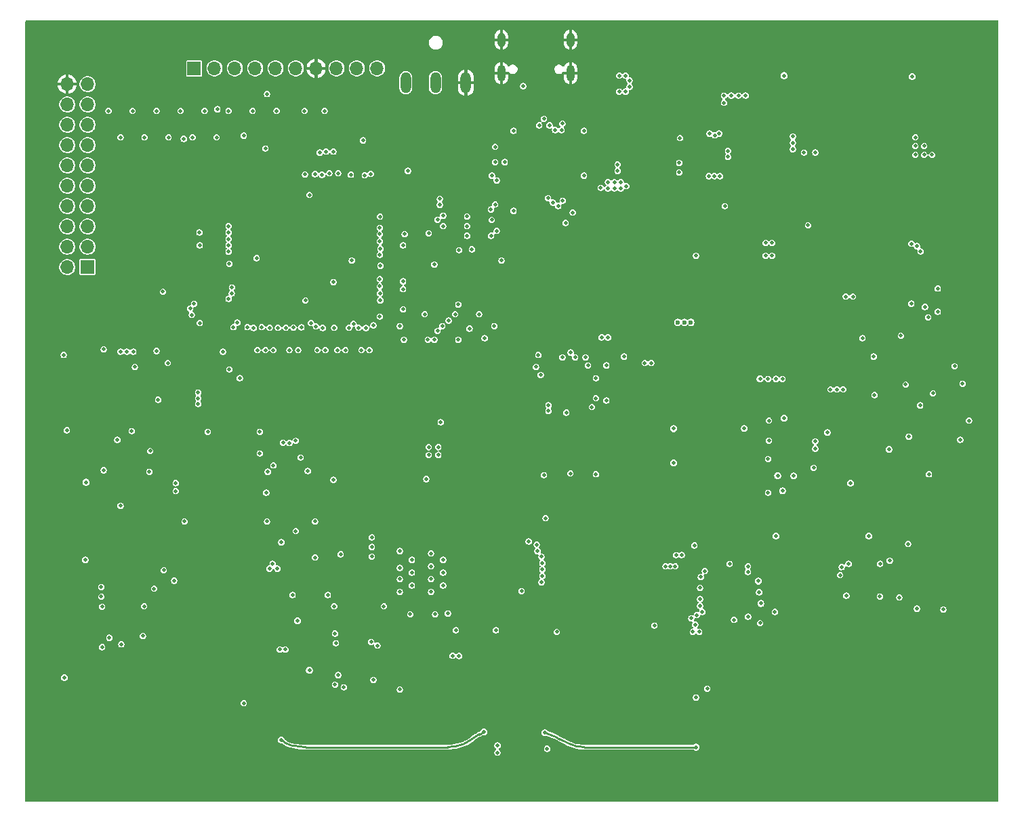
<source format=gbr>
%TF.GenerationSoftware,KiCad,Pcbnew,9.0.0*%
%TF.CreationDate,2025-02-25T23:04:32-05:00*%
%TF.ProjectId,VNA,564e412e-6b69-4636-9164-5f7063625858,rev?*%
%TF.SameCoordinates,PX535a28cPY8422900*%
%TF.FileFunction,Copper,L3,Inr*%
%TF.FilePolarity,Positive*%
%FSLAX46Y46*%
G04 Gerber Fmt 4.6, Leading zero omitted, Abs format (unit mm)*
G04 Created by KiCad (PCBNEW 9.0.0) date 2025-02-25 23:04:32*
%MOMM*%
%LPD*%
G01*
G04 APERTURE LIST*
%TA.AperFunction,ComponentPad*%
%ADD10R,1.700000X1.700000*%
%TD*%
%TA.AperFunction,ComponentPad*%
%ADD11O,1.700000X1.700000*%
%TD*%
%TA.AperFunction,ComponentPad*%
%ADD12O,1.000000X2.100000*%
%TD*%
%TA.AperFunction,ComponentPad*%
%ADD13O,1.000000X1.800000*%
%TD*%
%TA.AperFunction,ComponentPad*%
%ADD14O,1.308000X2.616000*%
%TD*%
%TA.AperFunction,ViaPad*%
%ADD15C,0.500000*%
%TD*%
%TA.AperFunction,ViaPad*%
%ADD16C,4.500000*%
%TD*%
%TA.AperFunction,ViaPad*%
%ADD17C,0.600000*%
%TD*%
%TA.AperFunction,Conductor*%
%ADD18C,0.220000*%
%TD*%
G04 APERTURE END LIST*
D10*
X21298900Y89803600D03*
D11*
X23838900Y89803600D03*
X26378900Y89803600D03*
X28918900Y89803600D03*
X31458900Y89803600D03*
X33998900Y89803600D03*
X36538900Y89803600D03*
X39078900Y89803600D03*
X41618900Y89803600D03*
X44158900Y89803600D03*
D12*
X68318900Y89198600D03*
D13*
X68318900Y93378600D03*
D12*
X59678900Y89198600D03*
D13*
X59678900Y93378600D03*
D14*
X47750000Y88000000D03*
X55250000Y88000000D03*
X51450000Y88000000D03*
D10*
X7973900Y64978600D03*
D11*
X5433900Y64978600D03*
X7973900Y67518600D03*
X5433900Y67518600D03*
X7973900Y70058600D03*
X5433900Y70058600D03*
X7973900Y72598600D03*
X5433900Y72598600D03*
X7973900Y75138600D03*
X5433900Y75138600D03*
X7973900Y77678600D03*
X5433900Y77678600D03*
X7973900Y80218600D03*
X5433900Y80218600D03*
X7973900Y82758600D03*
X5433900Y82758600D03*
X7973900Y85298600D03*
X5433900Y85298600D03*
X7973900Y87838600D03*
X5433900Y87838600D03*
D15*
X121000000Y15000000D03*
D16*
X2500000Y28500000D03*
D15*
X121000000Y86000000D03*
X2000000Y12000000D03*
X95000000Y33000000D03*
X94550000Y30750000D03*
X56000000Y25000000D03*
X94000000Y61000000D03*
X58000000Y95000000D03*
X101000000Y0D03*
X53000000Y10000000D03*
X44750000Y45825000D03*
X68050000Y51450000D03*
X59000000Y0D03*
X99000000Y48000000D03*
X121000000Y6000000D03*
X94700000Y22050000D03*
X108000000Y39000000D03*
X21800000Y43400000D03*
X95000000Y42000000D03*
X37000000Y0D03*
X1000000Y34000000D03*
X63100000Y55200000D03*
X110900000Y8000000D03*
X98000000Y4750000D03*
X84000000Y95000000D03*
X25000000Y32000000D03*
X10000000Y95000000D03*
X1000000Y53000000D03*
X11000000Y95000000D03*
X8000000Y94000000D03*
X41000000Y44000000D03*
X26000000Y42000000D03*
X24000000Y-1000000D03*
X66900000Y7000000D03*
X38600000Y44800000D03*
X27000000Y95000000D03*
X109000000Y5700000D03*
X53000000Y53000000D03*
X64300000Y6100000D03*
X61600000Y28400000D03*
X25000000Y95000000D03*
X70000000Y20000000D03*
X99000000Y54000000D03*
X34100000Y19975000D03*
X17000000Y94000000D03*
X36000000Y48000000D03*
X75000000Y2000000D03*
X89000000Y95000000D03*
X24000000Y47000000D03*
X2000000Y84000000D03*
X74400000Y49300000D03*
X120000000Y34000000D03*
X16000000Y30000000D03*
X120000000Y15000000D03*
X1000000Y6000000D03*
X70000000Y61000000D03*
X78000000Y43000000D03*
X2000000Y73000000D03*
X47000000Y10000000D03*
X64000000Y59000000D03*
X2000000Y36000000D03*
X89200000Y24400000D03*
X75000000Y13000000D03*
X9050000Y5225000D03*
X2000000Y61000000D03*
X61000000Y47000000D03*
X77000000Y62000000D03*
D16*
X32500000Y13500000D03*
D15*
X57000000Y53000000D03*
X100975000Y64000000D03*
X120000000Y32000000D03*
X120000000Y72000000D03*
X30968900Y60193600D03*
X25000000Y38000000D03*
X26000000Y12000000D03*
X99000000Y53000000D03*
X1000000Y61000000D03*
X22000000Y4800000D03*
X100000000Y46000000D03*
X79000000Y62000000D03*
X26000000Y-1000000D03*
X79100000Y54900000D03*
X110700000Y12000000D03*
X74000000Y-1000000D03*
X42418900Y60233600D03*
X78000000Y41000000D03*
X54000000Y53000000D03*
X57000000Y9000000D03*
D16*
X97500000Y62500000D03*
D15*
X120000000Y88000000D03*
X7900000Y55600000D03*
X110800000Y4000000D03*
X9000000Y35500000D03*
X97000000Y60000000D03*
X43800000Y5800000D03*
X2000000Y63000000D03*
X105000000Y26900000D03*
X55925000Y39000000D03*
X55650000Y45525000D03*
X26300000Y6600000D03*
X2000000Y42000000D03*
X46700000Y37950000D03*
X64000000Y41000000D03*
X85000000Y48000000D03*
X78000000Y44000000D03*
X102000000Y-1000000D03*
X98000000Y24000000D03*
X121000000Y72000000D03*
X104700000Y57600000D03*
X72000000Y62000000D03*
X16700000Y51100000D03*
X75000000Y41000000D03*
X98000000Y-1000000D03*
X91000000Y0D03*
X114500000Y41000000D03*
X73000000Y15200000D03*
X80000000Y48000000D03*
X90600000Y13400000D03*
X43000000Y36000000D03*
X14000000Y59000000D03*
X12800000Y8700000D03*
X63000000Y94000000D03*
X62700000Y77800000D03*
X97300000Y7050000D03*
X119000000Y18000000D03*
X104000000Y95000000D03*
X120000000Y79000000D03*
X108200000Y20200000D03*
X16000000Y28000000D03*
X85400000Y6100000D03*
X61600000Y32000000D03*
X110800000Y11000000D03*
D16*
X95500000Y12500000D03*
D15*
X23000000Y52000000D03*
X8000000Y35500000D03*
X12100000Y13200000D03*
X40500000Y28800000D03*
X109200000Y4000000D03*
X51300000Y60300000D03*
X14200000Y47300000D03*
X86800000Y23200000D03*
X100000000Y1000000D03*
X26000000Y25000000D03*
X108125000Y41350000D03*
X20000000Y95000000D03*
X71000000Y0D03*
X28000000Y4700000D03*
D16*
X119500000Y93500000D03*
D15*
X67000000Y95000000D03*
X97000000Y2000000D03*
X46000000Y52000000D03*
X93000000Y4550000D03*
X2000000Y52000000D03*
X62000000Y95000000D03*
X37000000Y94000000D03*
X25000000Y22000000D03*
X85000000Y49000000D03*
X33000000Y0D03*
X47000000Y53000000D03*
X76000000Y8000000D03*
X120000000Y87000000D03*
X74000000Y62000000D03*
X107000000Y65000000D03*
X41700000Y76600000D03*
X64300000Y45300000D03*
X67225000Y4050000D03*
X75000000Y62000000D03*
X36000000Y95000000D03*
X42000000Y46000000D03*
X2000000Y81000000D03*
X110800000Y1000000D03*
X54700000Y6100000D03*
X2000000Y38000000D03*
X116000000Y1000000D03*
X69000000Y27000000D03*
X29246018Y52246018D03*
X1000000Y90000000D03*
X93000000Y2000000D03*
X7900000Y38925000D03*
X43600000Y80800000D03*
X63900000Y77800000D03*
X26900000Y80800000D03*
X102200000Y35900000D03*
X103900000Y57200000D03*
X24700000Y6400000D03*
X107975000Y43025000D03*
X2000000Y44000000D03*
X63000000Y0D03*
X67500000Y75400000D03*
X47100000Y19400000D03*
X96000000Y49000000D03*
X93000000Y62000000D03*
X36800000Y5800000D03*
X105000000Y33000000D03*
X2000000Y15000000D03*
X94100000Y49000000D03*
X116000000Y2000000D03*
X73000000Y34000000D03*
X1000000Y50000000D03*
X66300000Y76600000D03*
X61700000Y6200000D03*
X57700000Y2400000D03*
X22000000Y17000000D03*
X76000000Y59800000D03*
X33000000Y94000000D03*
X9000000Y7200000D03*
X46300000Y44100000D03*
X37800000Y5800000D03*
X27000000Y7500000D03*
X92000000Y51900000D03*
X89000000Y94000000D03*
X69000000Y41000000D03*
X39000000Y95000000D03*
X38700000Y36700000D03*
X96000000Y43000000D03*
X90000000Y46543600D03*
X91000000Y48000000D03*
X39000000Y48000000D03*
X29000000Y8000000D03*
X44000000Y42000000D03*
X1000000Y18000000D03*
X95000000Y10000000D03*
X20200000Y44400000D03*
X105000000Y41000000D03*
X50000000Y94000000D03*
X64000000Y1000000D03*
X97000000Y42000000D03*
X59000000Y21000000D03*
X33000000Y53000000D03*
X97000000Y21000000D03*
X120000000Y76000000D03*
X108225000Y31050000D03*
X24000000Y49000000D03*
X57000000Y25000000D03*
X22500000Y12900000D03*
X66000000Y2200000D03*
X118000000Y24000000D03*
X47000000Y32000000D03*
X85000000Y0D03*
X44000000Y8000000D03*
X47850000Y48100000D03*
X55000000Y54000000D03*
X98000000Y13000000D03*
X71100000Y44000000D03*
X103000000Y33000000D03*
X44000000Y51000000D03*
X35800000Y4200000D03*
X61000000Y94000000D03*
X56000000Y95000000D03*
X58000000Y1000000D03*
X72100000Y4200000D03*
X47000000Y94000000D03*
X120000000Y39000000D03*
X54000000Y15500000D03*
X10500000Y9300000D03*
X42700000Y49600000D03*
X103000000Y0D03*
X85700000Y80600000D03*
X41000000Y43000000D03*
X121000000Y30000000D03*
X78000000Y12000000D03*
X41000000Y41000000D03*
X96000000Y34000000D03*
X73100000Y29800000D03*
X110000000Y38000000D03*
X46625000Y40325000D03*
X2000000Y6000000D03*
X24000000Y4800000D03*
X28200000Y34200000D03*
X57000000Y16000000D03*
X56000000Y8000000D03*
X90500000Y5350000D03*
X22000000Y1000000D03*
X62000000Y60000000D03*
X84000000Y-1000000D03*
X65000000Y95000000D03*
X60000000Y31000000D03*
X89600000Y12300000D03*
X28000000Y1000000D03*
X121000000Y71000000D03*
X17900000Y9900000D03*
X81100000Y4200000D03*
X94000000Y-1000000D03*
X63000000Y58000000D03*
X89000000Y0D03*
X3000000Y4000000D03*
X27618900Y69843600D03*
X43000000Y51500000D03*
X42100000Y36000000D03*
X98000000Y31000000D03*
X108800000Y78500000D03*
X2000000Y43000000D03*
X48150000Y39575000D03*
X116500000Y41200000D03*
X6200000Y7800000D03*
X59000000Y16000000D03*
X99000000Y0D03*
X13000000Y11400000D03*
X92250000Y25100000D03*
X93000000Y11000000D03*
X37700000Y20800000D03*
X56000000Y9000000D03*
X85700000Y79800000D03*
X5000000Y30000000D03*
X107050000Y31075000D03*
X40000000Y94000000D03*
X12800000Y10600000D03*
X44000000Y41000000D03*
X102500000Y21000000D03*
X121000000Y59000000D03*
X19000000Y94000000D03*
X120000000Y7000000D03*
X92000000Y11000000D03*
X47000000Y2000000D03*
X11600000Y12400000D03*
X59000000Y54000000D03*
X76000000Y41000000D03*
X52988900Y15833600D03*
X32500000Y20800000D03*
X51800000Y5800000D03*
X36000000Y47000000D03*
X60000000Y54000000D03*
X48000000Y31800000D03*
X42000000Y43000000D03*
X43900000Y34000000D03*
X53425000Y35950000D03*
X69000000Y14000000D03*
X103000000Y31400000D03*
X61000000Y58000000D03*
X76000000Y10000000D03*
X60100000Y36000000D03*
X107900000Y80200000D03*
X48000000Y94000000D03*
X106000000Y38000000D03*
X69000000Y23000000D03*
X75000000Y14000000D03*
X82148900Y22043600D03*
X73000000Y14000000D03*
X15000000Y37000000D03*
X105688900Y69433600D03*
X106700000Y14250000D03*
X12500000Y20600000D03*
X100650000Y31100000D03*
X56000000Y17000000D03*
X92000000Y33000000D03*
X96000000Y33000000D03*
X85000000Y33000000D03*
X24000000Y46000000D03*
X83000000Y13000000D03*
X62218900Y70503600D03*
X65500000Y34500000D03*
X89000000Y34000000D03*
X120000000Y57000000D03*
X14000000Y5800000D03*
X44800000Y34900000D03*
X97600000Y77500000D03*
X98000000Y29000000D03*
X93000000Y0D03*
X38000000Y1000000D03*
X78000000Y11000000D03*
X52000000Y12000000D03*
X70000000Y26000000D03*
X14000000Y95000000D03*
X86000000Y49000000D03*
X36000000Y8000000D03*
X71000000Y13000000D03*
X39000000Y0D03*
X117000000Y-1000000D03*
X95000000Y43000000D03*
X65138900Y70503600D03*
X34700000Y40200000D03*
X103000000Y95000000D03*
X98200000Y82400000D03*
X61000000Y53000000D03*
X74000000Y9000000D03*
X26000000Y17000000D03*
X112000000Y48700000D03*
X39000000Y9000000D03*
X69000000Y26000000D03*
X121000000Y25000000D03*
X120000000Y36000000D03*
X59000000Y15000000D03*
X102900000Y38750000D03*
X32200000Y31600000D03*
X76100000Y4200000D03*
X83000000Y34000000D03*
X120000000Y29000000D03*
X106000000Y64000000D03*
X21800000Y44400000D03*
X121000000Y49000000D03*
X66000000Y-1000000D03*
X59000000Y23000000D03*
X55000000Y11000000D03*
X80000000Y95000000D03*
X98000000Y6400000D03*
X83000000Y14000000D03*
X49350000Y38225000D03*
X6000000Y58000000D03*
X98000000Y11000000D03*
X28000000Y95000000D03*
X73000000Y61000000D03*
X28000000Y26300000D03*
X94800000Y72800000D03*
X52400000Y68900000D03*
X42000000Y37000000D03*
X43000000Y34000000D03*
X41000000Y95000000D03*
X48525000Y38775000D03*
X111000000Y28000000D03*
X110000000Y65000000D03*
X65100000Y77800000D03*
X58000000Y11000000D03*
X52000000Y1000000D03*
X55825000Y36425000D03*
X11000000Y7000000D03*
X1000000Y3000000D03*
X27000000Y2000000D03*
X105000000Y34000000D03*
X81000000Y11000000D03*
X33800000Y4200000D03*
X98000000Y55000000D03*
X90000000Y45643600D03*
X56200000Y2900000D03*
X70000000Y94000000D03*
X110000000Y89000000D03*
D16*
X119500000Y21500000D03*
D15*
X27000000Y14000000D03*
X62000000Y58000000D03*
X41000000Y42000000D03*
X5000000Y3000000D03*
X34000000Y11000000D03*
X71000000Y80300000D03*
X112500000Y23600000D03*
X102000000Y14200000D03*
X98000000Y14000000D03*
X120000000Y68000000D03*
X73800000Y69200000D03*
X26000000Y31000000D03*
X99000000Y49000000D03*
X104000000Y33000000D03*
X27000000Y16000000D03*
X61000000Y45000000D03*
X65000000Y2000000D03*
X61000000Y0D03*
X74000000Y41000000D03*
X2000000Y7000000D03*
X41000000Y45000000D03*
X82000000Y48000000D03*
X89200000Y25600000D03*
X93028900Y44763600D03*
X20000000Y4800000D03*
X121000000Y54000000D03*
X97000000Y34000000D03*
X111200000Y37800000D03*
X60000000Y95000000D03*
X88000000Y13000000D03*
X2000000Y8000000D03*
X82000000Y1000000D03*
X36000000Y1000000D03*
X54600000Y4000000D03*
X75000000Y33000000D03*
X68300000Y38000000D03*
X109000000Y33000000D03*
X108500000Y11000000D03*
X16000000Y35000000D03*
X102025000Y64975000D03*
X70000000Y23000000D03*
X50000000Y53000000D03*
X2000000Y22000000D03*
X73000000Y42000000D03*
X81000000Y14000000D03*
X84700000Y74000000D03*
X82000000Y87300000D03*
X121000000Y85000000D03*
X53500000Y34000000D03*
X121000000Y13000000D03*
X121000000Y75000000D03*
X92450000Y19000000D03*
X1000000Y88000000D03*
X53000000Y9000000D03*
X25000000Y39000000D03*
X97000000Y22000000D03*
X48000000Y-1000000D03*
X99000000Y57000000D03*
X94250000Y47900000D03*
X90600000Y15600000D03*
X1000000Y36000000D03*
X62700000Y76600000D03*
X104000000Y64000000D03*
X12000000Y59000000D03*
X29000000Y22800000D03*
X29000000Y23800000D03*
X58000000Y53000000D03*
X16000000Y31000000D03*
X2000000Y19000000D03*
X26000000Y39000000D03*
X53800000Y5900000D03*
X81000000Y94000000D03*
X53000000Y11500000D03*
X8000000Y48000000D03*
X2000000Y90000000D03*
X97000000Y0D03*
X11200000Y8000000D03*
X41668900Y62323600D03*
X25000000Y17000000D03*
X90000000Y15000000D03*
X95900000Y60300000D03*
X94000000Y19000000D03*
X45300000Y36500000D03*
X92100000Y14900000D03*
X99000000Y58000000D03*
X56050000Y40750000D03*
X44000000Y94000000D03*
X93000000Y12000000D03*
X1000000Y65000000D03*
X22000000Y54000000D03*
X103650000Y37125000D03*
X25000000Y44000000D03*
X121000000Y42000000D03*
X108000000Y15500000D03*
X95000000Y4750000D03*
X117000000Y3000000D03*
X43000000Y9000000D03*
X35800000Y5800000D03*
X102900000Y8250000D03*
X65000000Y60000000D03*
X98000000Y16000000D03*
X56000000Y-1000000D03*
X105000000Y36000000D03*
X96000000Y48000000D03*
X96000000Y1000000D03*
X97000000Y15000000D03*
X46000000Y53000000D03*
X56675000Y37100000D03*
X18000000Y95000000D03*
X8400000Y53000000D03*
X82000000Y11000000D03*
X121000000Y60000000D03*
X83000000Y0D03*
X31000000Y2000000D03*
X94000000Y4550000D03*
X51000000Y95000000D03*
X83000000Y49000000D03*
X120000000Y56000000D03*
X64000000Y61000000D03*
X83000000Y94000000D03*
X79000000Y13000000D03*
X55675000Y47575000D03*
X14200000Y51700000D03*
X44800000Y5800000D03*
X80000000Y59800000D03*
X54275000Y41250000D03*
X108500000Y45200000D03*
X94525000Y37825000D03*
X51000000Y32000000D03*
X2000000Y40000000D03*
X1000000Y8000000D03*
X82000000Y88600000D03*
X77000000Y33000000D03*
X46400000Y35800000D03*
X41000000Y0D03*
X53675000Y45500000D03*
X89000000Y15000000D03*
X14100000Y12800000D03*
X79500000Y5800000D03*
X78000000Y94000000D03*
X45925000Y38675000D03*
X60700000Y27500000D03*
X16400000Y4200000D03*
X1000000Y80000000D03*
X1000000Y89000000D03*
X41100000Y49500000D03*
X1000000Y17000000D03*
X59625000Y3675000D03*
X86000000Y17300000D03*
X34000000Y5900000D03*
X70000000Y13000000D03*
X26000000Y37000000D03*
X67500000Y77800000D03*
X63000000Y2000000D03*
X121000000Y5000000D03*
X67800000Y2700000D03*
X68700000Y3200000D03*
X55325000Y38125000D03*
X113600000Y52500000D03*
X63100000Y45300000D03*
X88000000Y95000000D03*
X61250000Y20600000D03*
X21000000Y2000000D03*
X69000000Y61000000D03*
X73100000Y4200000D03*
X1000000Y49000000D03*
X82000000Y95000000D03*
X1000000Y54000000D03*
X96000000Y32000000D03*
X112000000Y28000000D03*
X73000000Y0D03*
X24000000Y1000000D03*
X44000000Y10000000D03*
X2000000Y45000000D03*
X89018900Y42083600D03*
X82000000Y62000000D03*
X49700000Y35500000D03*
X120000000Y4000000D03*
X57875000Y6150000D03*
X89978900Y43243600D03*
X95000000Y15000000D03*
X1000000Y87000000D03*
X64950000Y22900000D03*
X2000000Y80000000D03*
X19900000Y66600000D03*
X11448900Y61313600D03*
X51000000Y31000000D03*
X86000000Y33000000D03*
X41300000Y15100000D03*
X86000000Y-1000000D03*
X34800000Y4200000D03*
X50800000Y4200000D03*
X74000000Y10000000D03*
X26000000Y41000000D03*
X86000000Y4500000D03*
X121000000Y82000000D03*
X42000000Y50400000D03*
X1000000Y16000000D03*
X1000000Y4000000D03*
X74000000Y33000000D03*
X86000000Y1000000D03*
X37000000Y48000000D03*
X61000000Y54000000D03*
X72000000Y61000000D03*
X57000000Y0D03*
X30000000Y14000000D03*
X63000000Y60000000D03*
X12500000Y21500000D03*
X30000000Y8000000D03*
X12800000Y4000000D03*
X1000000Y12000000D03*
X114400000Y56900000D03*
X98000000Y25000000D03*
X110800000Y3000000D03*
X105000000Y45000000D03*
X94000000Y18000000D03*
X119000000Y4000000D03*
X58000000Y94000000D03*
X41038900Y60603600D03*
X121000000Y18000000D03*
X116000000Y0D03*
X61000000Y95000000D03*
X109500000Y14400000D03*
X85700000Y79000000D03*
X121000000Y26000000D03*
X9000000Y94000000D03*
X54000000Y9000000D03*
X57000000Y2000000D03*
X52600000Y22700000D03*
X81000000Y12000000D03*
X67600000Y32700000D03*
X1000000Y64000000D03*
X65000000Y94000000D03*
X72500000Y5800000D03*
X82100000Y4200000D03*
X44500000Y49900000D03*
X41000000Y47000000D03*
X52900000Y5800000D03*
X97500000Y36325000D03*
X48700000Y42500000D03*
X11200000Y4000000D03*
X55500000Y34000000D03*
X79100000Y4200000D03*
X80000000Y9000000D03*
X54000000Y10000000D03*
X55900000Y5000000D03*
X104100000Y9950000D03*
X32000000Y94000000D03*
X20200000Y43400000D03*
D16*
X107500000Y35500000D03*
D15*
X115700000Y41200000D03*
X1000000Y78000000D03*
X74000000Y34000000D03*
X89000000Y8000000D03*
X71100000Y4200000D03*
X103000000Y94000000D03*
X79000000Y44000000D03*
X120000000Y16000000D03*
X121000000Y87000000D03*
X112000000Y89000000D03*
X78000000Y47000000D03*
X62000000Y59000000D03*
X49300000Y32800000D03*
X40000000Y-1000000D03*
X94000000Y15000000D03*
X63900000Y76600000D03*
X89000000Y49000000D03*
X2000000Y51000000D03*
X121000000Y35000000D03*
D16*
X78000000Y500000D03*
D15*
X120000000Y47000000D03*
X80450000Y44900000D03*
X57600000Y36700000D03*
X36800000Y4200000D03*
X21000000Y56000000D03*
X94000000Y21000000D03*
X75000000Y9000000D03*
X65200000Y5900000D03*
X104148900Y51623600D03*
X121000000Y44000000D03*
X69000000Y0D03*
X84800000Y78200000D03*
X107500000Y13950000D03*
X20000000Y54000000D03*
X112000000Y64000000D03*
X62058900Y73003600D03*
X12800000Y2000000D03*
X21000000Y21000000D03*
X69500000Y5900000D03*
X98500000Y77000000D03*
X54975000Y46225000D03*
X104000000Y-1000000D03*
X98000000Y18000000D03*
X78000000Y45000000D03*
X120000000Y44000000D03*
X56000000Y53000000D03*
X121000000Y74000000D03*
X18000000Y49300000D03*
X121000000Y8000000D03*
X60100000Y34600000D03*
X82200000Y37400000D03*
X10500000Y10700000D03*
X112000000Y30000000D03*
X2000000Y88000000D03*
X28000000Y50000000D03*
X70000000Y-1000000D03*
X103898900Y46803600D03*
X8400000Y7800000D03*
X120000000Y83000000D03*
X98000000Y30000000D03*
X73000000Y12000000D03*
X47350000Y46125000D03*
X101000000Y2000000D03*
X107900000Y79400000D03*
X32000000Y95000000D03*
X1000000Y85000000D03*
X60000000Y2200000D03*
X6600000Y22600000D03*
X78000000Y62000000D03*
X100000000Y33000000D03*
X39900000Y84600000D03*
X95000000Y49000000D03*
X40000000Y9000000D03*
X65000000Y62000000D03*
X90000000Y33000000D03*
X51200000Y46800000D03*
X87000000Y15000000D03*
X25000000Y94000000D03*
X34000000Y10000000D03*
X23000000Y51000000D03*
X38900000Y24000000D03*
X9825000Y4800000D03*
X57000000Y21000000D03*
X109700000Y57600000D03*
X85000000Y61000000D03*
X26000000Y18000000D03*
X104100000Y25100000D03*
X23000000Y31000000D03*
X6600000Y25000000D03*
X42200000Y16000000D03*
X100900000Y8300000D03*
X120000000Y81000000D03*
X66300000Y75400000D03*
X2000000Y9000000D03*
X88000000Y33000000D03*
X1000000Y15000000D03*
X1000000Y62000000D03*
X9000000Y59000000D03*
X100900000Y5950000D03*
X2000000Y16000000D03*
X99000000Y45500000D03*
X2000000Y48000000D03*
X52600000Y20100000D03*
X45000000Y53000000D03*
X64000000Y95000000D03*
X53675000Y38525000D03*
X98000000Y20000000D03*
X120000000Y46000000D03*
X79000000Y34000000D03*
X1000000Y19000000D03*
X79000000Y9000000D03*
X30000000Y8900000D03*
X10000000Y28000000D03*
X37000000Y2000000D03*
X44225000Y44700000D03*
X120000000Y45000000D03*
X97000000Y41000000D03*
X1000000Y75000000D03*
X15000000Y59000000D03*
X120000000Y55000000D03*
X63350000Y22900000D03*
X75100000Y4200000D03*
X26000000Y26000000D03*
D16*
X26500000Y48000000D03*
D15*
X120000000Y30000000D03*
X66850000Y50250000D03*
X99000000Y60000000D03*
X105000000Y35000000D03*
X116000000Y33000000D03*
X89848900Y17543600D03*
X26000000Y43000000D03*
X18300000Y9000000D03*
X86000000Y48000000D03*
X53000000Y2000000D03*
X108000000Y65000000D03*
X99000000Y4950000D03*
X23000000Y95000000D03*
X78000000Y14000000D03*
X98000000Y12000000D03*
X99000000Y55000000D03*
X117000000Y95000000D03*
X121000000Y16000000D03*
X42000000Y48700000D03*
X121000000Y52000000D03*
X102000000Y1000000D03*
X70000000Y16000000D03*
X116000000Y35000000D03*
X76500000Y5800000D03*
X105000000Y47000000D03*
X101000000Y94000000D03*
X69000000Y17000000D03*
X84000000Y48000000D03*
X73000000Y41000000D03*
X68050000Y50250000D03*
X41000000Y39000000D03*
X85700000Y78200000D03*
X75000000Y59800000D03*
X104000000Y45000000D03*
X1000000Y41000000D03*
X74000000Y1000000D03*
X20000000Y1000000D03*
X81000000Y8000000D03*
X45000000Y95000000D03*
X33800000Y35500000D03*
X41000000Y2000000D03*
X121000000Y4000000D03*
X44800000Y23900000D03*
X45725000Y41000000D03*
X27288900Y72353600D03*
X21500000Y20000000D03*
X6600000Y9600000D03*
X35200000Y24500000D03*
X99800000Y23200000D03*
X73000000Y2000000D03*
X56000000Y10000000D03*
X19000000Y47000000D03*
X3600000Y22100000D03*
X95000000Y2000000D03*
X6000000Y2000000D03*
X11000000Y58000000D03*
X74400000Y51700000D03*
X94000000Y7900000D03*
X2000000Y17000000D03*
X102000000Y95000000D03*
X89000000Y2000000D03*
X89000000Y48000000D03*
X69250000Y50250000D03*
X50000000Y32000000D03*
X83900000Y79800000D03*
X106000000Y39600000D03*
X107400000Y55400000D03*
X121000000Y90000000D03*
X10000000Y58000000D03*
X96000000Y16000000D03*
X37000000Y95000000D03*
X67000000Y61000000D03*
X121000000Y39000000D03*
X39000000Y10000000D03*
X90200000Y37400000D03*
X109000000Y7500000D03*
X65000000Y7600000D03*
X8300000Y5700000D03*
X28000000Y-1000000D03*
X19000000Y4800000D03*
X99000000Y56000000D03*
X38000000Y10000000D03*
X49875000Y48325000D03*
X49000000Y53000000D03*
X100000000Y14200000D03*
X120000000Y33000000D03*
X1000000Y69000000D03*
X107100000Y15900000D03*
X55000000Y8000000D03*
X83000000Y33000000D03*
X39000000Y47000000D03*
X68000000Y41000000D03*
X1000000Y73000000D03*
X88200000Y38300000D03*
X1000000Y67000000D03*
X116000000Y30000000D03*
X18000000Y50100000D03*
X44000000Y40000000D03*
X13500000Y4200000D03*
X70200000Y57100000D03*
X83100000Y4200000D03*
X85000000Y34000000D03*
X121000000Y69000000D03*
X100000000Y65000000D03*
X90000000Y62000000D03*
X105000000Y44000000D03*
X117000000Y37800000D03*
X107900000Y81800000D03*
X98000000Y33000000D03*
X83000000Y62000000D03*
X121000000Y29000000D03*
X97000000Y33000000D03*
X36200000Y26300000D03*
X50000000Y95000000D03*
X44500000Y37500000D03*
X59000000Y22000000D03*
X2000000Y11000000D03*
X6000000Y1000000D03*
X117000000Y20000000D03*
X121000000Y70000000D03*
X110600000Y20200000D03*
X61000000Y7000000D03*
X47000000Y33400000D03*
X6000000Y95000000D03*
X40400000Y16000000D03*
X30000000Y1000000D03*
X106000000Y46000000D03*
X1000000Y32000000D03*
X90000000Y49000000D03*
X46000000Y9000000D03*
X100000000Y48000000D03*
X121000000Y32000000D03*
X54700000Y48025000D03*
X2000000Y46000000D03*
X106000000Y33000000D03*
X49000000Y31000000D03*
X11200000Y1000000D03*
X19000000Y56000000D03*
X52400000Y30300000D03*
X41000000Y9000000D03*
X107400000Y18000000D03*
X95900000Y55500000D03*
X80000000Y94000000D03*
X120000000Y13000000D03*
X89500000Y14500000D03*
X6600000Y16300000D03*
X23000000Y94000000D03*
X38000000Y47000000D03*
X108500000Y10000000D03*
X5000000Y2000000D03*
X91000000Y34000000D03*
X108000000Y17000000D03*
X1000000Y10000000D03*
X74400000Y44900000D03*
X121000000Y34000000D03*
X66000000Y61000000D03*
X26000000Y40000000D03*
X99000000Y34000000D03*
X99000000Y47000000D03*
X102750000Y42575000D03*
X121000000Y53000000D03*
X42000000Y39000000D03*
X60000000Y47000000D03*
X24000000Y51000000D03*
X88200000Y37400000D03*
X88500000Y13500000D03*
X36000000Y-1000000D03*
X2000000Y10000000D03*
X41000000Y46000000D03*
X37000000Y10000000D03*
X83700000Y5800000D03*
X94800000Y71500000D03*
X100000000Y16300000D03*
X110000000Y64000000D03*
X25000000Y42000000D03*
X89000000Y33000000D03*
X71000000Y94000000D03*
X1000000Y83000000D03*
X104000000Y46000000D03*
X83900000Y77400000D03*
X69000000Y15000000D03*
X98000000Y21000000D03*
X110000000Y35000000D03*
X35000000Y0D03*
X48100000Y30800000D03*
X57000000Y54000000D03*
X121000000Y51000000D03*
X38000000Y80800000D03*
X77000000Y34000000D03*
X102300000Y7450000D03*
X95000000Y55000000D03*
X88100000Y8000000D03*
X80000000Y10000000D03*
X105000000Y37000000D03*
X94000000Y89000000D03*
X96300000Y36325000D03*
X23000000Y54000000D03*
X121000000Y12000000D03*
X26000000Y33000000D03*
X88000000Y94000000D03*
X36000000Y9000000D03*
X87000000Y94000000D03*
X12000000Y94000000D03*
X81000000Y61000000D03*
X84000000Y62000000D03*
X95125000Y27375000D03*
X33000000Y2000000D03*
X66200000Y57000000D03*
X1000000Y38000000D03*
X120000000Y60000000D03*
X44100000Y38700000D03*
X104100000Y26000000D03*
X11600000Y21500000D03*
X54325000Y40300000D03*
X26000000Y94000000D03*
X97000000Y49000000D03*
X95300000Y29350000D03*
X55000000Y0D03*
X121000000Y36000000D03*
X47500000Y35500000D03*
X16000000Y13100000D03*
X55000000Y95000000D03*
X88000000Y-1000000D03*
X2000000Y47000000D03*
X2000000Y39000000D03*
X12800000Y9700000D03*
X54150000Y39325000D03*
X83000000Y5800000D03*
X105100000Y11650000D03*
X28000000Y94000000D03*
X102800000Y12300000D03*
X65700000Y44000000D03*
X62000000Y1000000D03*
X120000000Y31000000D03*
X95000000Y48000000D03*
X31000000Y0D03*
X95025000Y32000000D03*
X56000000Y26000000D03*
X113600000Y41500000D03*
X109200000Y5000000D03*
X19000000Y23000000D03*
X101000000Y14200000D03*
X60300000Y6200000D03*
X53800000Y4200000D03*
X69000000Y95000000D03*
X38800000Y5800000D03*
X30000000Y94000000D03*
X20300000Y8500000D03*
X72000000Y42000000D03*
X91100000Y13900000D03*
X77000000Y12000000D03*
X74000000Y95000000D03*
X11600000Y20600000D03*
X60050000Y20600000D03*
X21000000Y55000000D03*
X34000000Y95000000D03*
X101000000Y47000000D03*
X53000000Y0D03*
X36250000Y13975000D03*
X107400000Y19000000D03*
X95700000Y7050000D03*
X61000000Y57000000D03*
X7000000Y47000000D03*
X99400000Y76500000D03*
X60000000Y57000000D03*
X27000000Y84900000D03*
X33000000Y95000000D03*
X40400000Y16900000D03*
X78000000Y8000000D03*
X21000000Y53000000D03*
X121000000Y68000000D03*
X20000000Y21500000D03*
X91000000Y33000000D03*
X47500000Y11000000D03*
X121000000Y61000000D03*
X56000000Y11000000D03*
X105900000Y25100000D03*
X69900000Y44000000D03*
X79000000Y33000000D03*
X1000000Y48000000D03*
X78000000Y42000000D03*
X1000000Y11000000D03*
X121000000Y48000000D03*
X34800000Y5800000D03*
X112400000Y52500000D03*
X102900000Y54300000D03*
X19000000Y24000000D03*
X104000000Y94000000D03*
X60700000Y28400000D03*
X2000000Y69000000D03*
X90000000Y1000000D03*
X120000000Y11000000D03*
X2000000Y87000000D03*
X121000000Y46000000D03*
X69000000Y25000000D03*
X52000000Y54000000D03*
X1000000Y66000000D03*
X14500000Y4200000D03*
X32800000Y4200000D03*
X100300000Y7600000D03*
X94000000Y17000000D03*
X15000000Y13100000D03*
X103175000Y63975000D03*
X32600000Y6600000D03*
X25000000Y50000000D03*
X83900000Y79000000D03*
X77000000Y14000000D03*
X23000000Y53000000D03*
X1000000Y20000000D03*
X54225000Y44725000D03*
X118000000Y19000000D03*
X121000000Y17000000D03*
X2000000Y25000000D03*
X42000000Y94000000D03*
X74000000Y42000000D03*
X68000000Y95000000D03*
X24050000Y7050000D03*
X106000000Y42000000D03*
X40500000Y86400000D03*
X64000000Y94000000D03*
X25000000Y34000000D03*
X116000000Y26000000D03*
X99000000Y33000000D03*
X81000000Y49000000D03*
X88000000Y1000000D03*
X113000000Y64000000D03*
X57000000Y23000000D03*
X42000000Y9000000D03*
X57100000Y5800000D03*
X91600000Y14400000D03*
X120000000Y51000000D03*
X16000000Y94000000D03*
X97000000Y29000000D03*
X2000000Y74000000D03*
X29000000Y94000000D03*
X69000000Y13000000D03*
X7000000Y59000000D03*
X42000000Y44000000D03*
X6600000Y20000000D03*
X54000000Y95000000D03*
X64300000Y33600000D03*
X57500000Y34000000D03*
X70000000Y29000000D03*
X1000000Y91000000D03*
X102000000Y94000000D03*
X73000000Y10000000D03*
X70300000Y4100000D03*
X76000000Y9000000D03*
X73000000Y94000000D03*
X16100000Y12100000D03*
X19000000Y7300000D03*
X73500000Y5800000D03*
X57000000Y22000000D03*
X98000000Y58900000D03*
X83900000Y78200000D03*
X45675000Y43050000D03*
X2000000Y70000000D03*
X49000000Y54000000D03*
X91100000Y4850000D03*
X10000000Y34000000D03*
X68000000Y62000000D03*
X73100000Y29000000D03*
X39000000Y49000000D03*
X86000000Y61000000D03*
X49000000Y32000000D03*
X43000000Y8000000D03*
X80000000Y62000000D03*
X120000000Y35000000D03*
X20000000Y57000000D03*
X68600000Y6100000D03*
X48000000Y1000000D03*
X46475000Y41475000D03*
X29025000Y4675000D03*
X44700000Y73700000D03*
D16*
X2500000Y57500000D03*
D15*
X28000000Y38100000D03*
X59000000Y95000000D03*
X13000000Y94000000D03*
X66150000Y3725000D03*
X40500000Y30000000D03*
X88000000Y48000000D03*
X72000000Y41000000D03*
X2000000Y35000000D03*
X76000000Y13000000D03*
X57000000Y11000000D03*
X88200000Y29650000D03*
X121000000Y76000000D03*
X102000000Y34000000D03*
X70000000Y42000000D03*
X29500000Y43300000D03*
X7800000Y40500000D03*
X42000000Y10000000D03*
X108848900Y69303600D03*
X1000000Y76000000D03*
X79000000Y42000000D03*
X97000000Y30000000D03*
X25000000Y18000000D03*
X120000000Y49000000D03*
X120000000Y27000000D03*
X41000000Y83000000D03*
X104000000Y1000000D03*
X98000000Y19000000D03*
X31800000Y4200000D03*
X87000000Y14000000D03*
X41000000Y40000000D03*
X57650000Y45500000D03*
X58000000Y54000000D03*
X56700000Y4500000D03*
X25000000Y4800000D03*
X109200000Y3000000D03*
X104248900Y70793600D03*
X102000000Y20000000D03*
X25000000Y20000000D03*
X38000000Y49000000D03*
X86600000Y38300000D03*
X81825000Y41000000D03*
X56000000Y21000000D03*
X37000000Y49000000D03*
X46475000Y42625000D03*
X107700000Y61300000D03*
X100950000Y65000000D03*
X74000000Y8000000D03*
X43600000Y48800000D03*
X98000000Y56000000D03*
X51000000Y2000000D03*
X97000000Y28000000D03*
X29000000Y95000000D03*
X48000000Y53000000D03*
X114500000Y42000000D03*
X25000000Y16000000D03*
X40400000Y15100000D03*
X36800000Y8000000D03*
X79000000Y61000000D03*
X91000000Y51900000D03*
X92000000Y62000000D03*
X116000000Y28000000D03*
X121000000Y7000000D03*
X100000000Y-1000000D03*
X93000000Y61000000D03*
X76000000Y34000000D03*
X50600000Y65600000D03*
X33300000Y20800000D03*
X75500000Y16500000D03*
X13400000Y20600000D03*
X16000000Y32000000D03*
X49000000Y2000000D03*
X46700000Y45100000D03*
X76000000Y42000000D03*
X100000000Y34000000D03*
X71000000Y42000000D03*
X27400000Y39400000D03*
X62000000Y-1000000D03*
X82000000Y82500000D03*
X51000000Y12500000D03*
X69500000Y3700000D03*
X22000000Y27000000D03*
X82700000Y19700000D03*
X2000000Y66000000D03*
X100500000Y38850000D03*
X120000000Y38000000D03*
X25000000Y15000000D03*
X59700000Y67200000D03*
X81900000Y6900000D03*
X26000000Y38000000D03*
X16000000Y33000000D03*
X16000000Y34000000D03*
X82000000Y83600000D03*
X112700000Y42000000D03*
X60000000Y55000000D03*
X59000000Y53000000D03*
X96000000Y4750000D03*
X95000000Y0D03*
X109100000Y11650000D03*
X50000000Y-1000000D03*
X54000000Y1000000D03*
X108700000Y15100000D03*
X41800000Y4200000D03*
X39800000Y4200000D03*
X93000000Y51900000D03*
X104000000Y65000000D03*
X92000000Y12000000D03*
X12000000Y58000000D03*
X2000000Y67000000D03*
X120000000Y12000000D03*
X92000000Y4650000D03*
X2000000Y65000000D03*
X55000000Y2000000D03*
X67000000Y62000000D03*
X101600000Y6650000D03*
X106000000Y65000000D03*
X70000000Y22000000D03*
X64000000Y7800000D03*
D16*
X2500000Y93500000D03*
D15*
X66118900Y71153600D03*
X80000000Y46000000D03*
X55400000Y3500000D03*
X69250000Y49050000D03*
X45000000Y51000000D03*
X120000000Y53000000D03*
X68000000Y42000000D03*
X93000000Y14000000D03*
X26000000Y4600000D03*
X79000000Y14000000D03*
X15000000Y95000000D03*
X41000000Y38000000D03*
X45800000Y5800000D03*
X60000000Y-1000000D03*
X33000000Y11000000D03*
X50600000Y66800000D03*
X77000000Y8000000D03*
X120000000Y9000000D03*
X19500000Y6400000D03*
X20700000Y7600000D03*
X71000000Y14000000D03*
X27000000Y65000000D03*
X57000000Y26000000D03*
X9750000Y6525000D03*
X2000000Y49000000D03*
X87000000Y48000000D03*
X110800000Y10000000D03*
X32200000Y76700000D03*
X1000000Y52000000D03*
X110000000Y28000000D03*
X34000000Y94000000D03*
X17400000Y60700000D03*
X37000000Y47000000D03*
X90100000Y12900000D03*
X82500000Y7500000D03*
X44418900Y64283600D03*
X112000000Y31000000D03*
X77000000Y94000000D03*
X72000000Y1000000D03*
X66000000Y60000000D03*
X92420950Y23647957D03*
X12800000Y1000000D03*
X107200000Y78500000D03*
X75000000Y10000000D03*
X67125000Y5100000D03*
X35000000Y10000000D03*
X102000000Y53800000D03*
X30000000Y15000000D03*
X26000000Y14000000D03*
X76000000Y61000000D03*
X97000000Y43000000D03*
X116000000Y29000000D03*
X108000000Y38000000D03*
X20000000Y94000000D03*
X81000000Y9000000D03*
X36000000Y10000000D03*
X96000000Y10000000D03*
X100000000Y5350000D03*
X29500000Y42500000D03*
X1000000Y43000000D03*
X22450000Y7050000D03*
X82800000Y16100000D03*
X83900000Y6600000D03*
X10000000Y94000000D03*
X86200000Y6600000D03*
X120000000Y73000000D03*
X41000000Y48000000D03*
X108850000Y40725000D03*
X1000000Y55000000D03*
X86000000Y94000000D03*
X47100000Y21600000D03*
X75000000Y61000000D03*
X20000000Y55000000D03*
X32600000Y35500000D03*
X47000000Y52000000D03*
X78000000Y46000000D03*
X98900000Y6600000D03*
X11000000Y94000000D03*
X11600000Y37000000D03*
X107850000Y54625000D03*
X85700000Y77400000D03*
X101700000Y21400000D03*
X87000000Y2000000D03*
X13400000Y21500000D03*
X40800000Y4200000D03*
X48000000Y8000000D03*
X107000000Y50000000D03*
X120000000Y75000000D03*
X66850000Y49050000D03*
X46800000Y5800000D03*
X70000000Y25000000D03*
X86000000Y34000000D03*
X28000000Y14000000D03*
X77000000Y10000000D03*
X84000000Y34000000D03*
X111488900Y70923600D03*
X1000000Y81000000D03*
X60000000Y46000000D03*
X48000000Y54000000D03*
X46000000Y10000000D03*
X45800000Y4200000D03*
X23000000Y2000000D03*
X48700000Y41400000D03*
X57000000Y95000000D03*
X83000000Y95000000D03*
X61700000Y7800000D03*
X1000000Y37000000D03*
X43400000Y37000000D03*
X42000000Y8000000D03*
X96000000Y42000000D03*
X23250000Y7050000D03*
X121000000Y84000000D03*
X68650000Y49650000D03*
X4000000Y26000000D03*
X61600000Y27500000D03*
X121000000Y66000000D03*
X71000000Y95000000D03*
X81200000Y6375000D03*
X60500000Y85000000D03*
X82000000Y34000000D03*
X88000000Y61000000D03*
X38000000Y95000000D03*
X89000000Y8900000D03*
X105000000Y64000000D03*
X112000000Y35000000D03*
X88000000Y15000000D03*
X69000000Y21000000D03*
X105500000Y32275000D03*
X80000000Y12000000D03*
X75000000Y42000000D03*
X1000000Y22000000D03*
X92000000Y-1000000D03*
X87400000Y5300000D03*
X49000000Y95000000D03*
X94000000Y6650000D03*
X84000000Y94000000D03*
X68000000Y1000000D03*
X99400000Y77500000D03*
X61500000Y36000000D03*
X105000000Y65000000D03*
X68050000Y49050000D03*
X80000000Y11000000D03*
X92000000Y6550000D03*
X82000000Y15000000D03*
X79000000Y95000000D03*
X62000000Y56000000D03*
X36000000Y94000000D03*
X55000000Y15000000D03*
X1000000Y26000000D03*
X1000000Y70000000D03*
X72000000Y13000000D03*
X29000000Y14000000D03*
X54000000Y11000000D03*
X94000000Y10000000D03*
X98000000Y57000000D03*
X53000000Y94000000D03*
X77000000Y43000000D03*
X2000000Y23000000D03*
X72000000Y94000000D03*
X102500000Y10500000D03*
X93000000Y6650000D03*
X69000000Y2000000D03*
D16*
X119500000Y63500000D03*
D15*
X57000000Y27000000D03*
X46000000Y94000000D03*
X47000000Y8000000D03*
X120000000Y52000000D03*
X83300000Y37400000D03*
X58000000Y-1000000D03*
X26000000Y20000000D03*
X2000000Y32000000D03*
X5000000Y-1000000D03*
X68000000Y-1000000D03*
X53000000Y54000000D03*
X92700000Y15500000D03*
X82000000Y33000000D03*
X2000000Y37000000D03*
X59000000Y55000000D03*
X12500000Y19700000D03*
X10000000Y31000000D03*
X33300000Y6200000D03*
X64428900Y56993600D03*
X66900000Y44000000D03*
X36000000Y50000000D03*
X74500000Y5800000D03*
X31000000Y94000000D03*
X65000000Y0D03*
X58100000Y44625000D03*
X48800000Y48275000D03*
X40000000Y1000000D03*
X25000000Y41000000D03*
X46000000Y27400000D03*
X96000000Y-1000000D03*
X56900000Y7700000D03*
X106400000Y13050000D03*
X26000000Y21000000D03*
X52058900Y94093600D03*
X18000000Y1000000D03*
X11200000Y2000000D03*
X47000000Y95000000D03*
X98000000Y47000000D03*
X27508900Y58083600D03*
X47100000Y20400000D03*
X98000000Y32000000D03*
X67000000Y94000000D03*
X90000000Y-1000000D03*
X14200000Y50900000D03*
X7000000Y95000000D03*
X40000000Y95000000D03*
X61000000Y46000000D03*
X22000000Y52000000D03*
X96000000Y15000000D03*
X11300000Y11500000D03*
X88000000Y49000000D03*
X94000000Y63000000D03*
X75000000Y12000000D03*
X99700000Y7000000D03*
X2000000Y14000000D03*
X11138900Y69243600D03*
X36200000Y24500000D03*
X34000000Y1000000D03*
X121000000Y57000000D03*
X76000000Y94000000D03*
X96800000Y82400000D03*
X83000000Y15000000D03*
X3000000Y32000000D03*
X18000000Y4800000D03*
X120000000Y89000000D03*
X87000000Y49000000D03*
X120000000Y37000000D03*
X41000000Y8000000D03*
X13000000Y58000000D03*
X91848900Y17413600D03*
X30800000Y22800000D03*
X13400000Y38000000D03*
X120000000Y90000000D03*
X21000000Y94000000D03*
D16*
X2500000Y500000D03*
D15*
X121000000Y83000000D03*
X41800000Y5800000D03*
X52825000Y38200000D03*
X83000000Y2000000D03*
X121000000Y88000000D03*
X81000000Y59800000D03*
X25000000Y51000000D03*
X42000000Y95000000D03*
X11600000Y38000000D03*
X97000000Y17000000D03*
X120000000Y6000000D03*
X70000000Y15000000D03*
X94000000Y1000000D03*
X81438900Y41933600D03*
X106000000Y39000000D03*
X46000000Y95000000D03*
X51000000Y53000000D03*
X82000000Y10000000D03*
X82000000Y13000000D03*
X66000000Y7300000D03*
X25500000Y73700000D03*
X84800000Y80600000D03*
X118000000Y3000000D03*
X24000000Y94000000D03*
X79000000Y43000000D03*
X2000000Y77000000D03*
X103000000Y35000000D03*
X48125000Y40450000D03*
X120000000Y14000000D03*
X81000000Y0D03*
X98848200Y44751800D03*
X71000000Y41000000D03*
X29000000Y48000000D03*
X47800000Y4200000D03*
X26000000Y45000000D03*
X25000000Y36000000D03*
X15875000Y5925000D03*
X76000000Y14000000D03*
X45900000Y34100000D03*
X86000000Y14000000D03*
X13000000Y95000000D03*
X35000000Y9000000D03*
X121000000Y43000000D03*
X121000000Y38000000D03*
X39000000Y8000000D03*
X97000000Y24000000D03*
X79100000Y54100000D03*
D16*
X44000000Y500000D03*
D15*
X108500000Y44400000D03*
X44000000Y35900000D03*
X45100000Y32600000D03*
X105900000Y12150000D03*
X97000000Y20000000D03*
X6000000Y94000000D03*
X13658900Y60813600D03*
X45000000Y34000000D03*
X35000000Y95000000D03*
X26000000Y44000000D03*
X42000000Y45000000D03*
X57800000Y7800000D03*
X118500000Y55600000D03*
X92000000Y13000000D03*
X61600000Y31000000D03*
X120000000Y25000000D03*
X42000000Y42000000D03*
X120000000Y86000000D03*
X25000000Y43000000D03*
X1000000Y79000000D03*
X21000000Y4800000D03*
X95900000Y54500000D03*
X1000000Y39000000D03*
X75500000Y5800000D03*
X13000000Y7000000D03*
X76000000Y33000000D03*
X106425000Y31500000D03*
X109000000Y64000000D03*
X68200000Y4625000D03*
X95225000Y22450000D03*
X120000000Y5000000D03*
X35000000Y94000000D03*
X38000000Y57800000D03*
X10000000Y29000000D03*
X25000000Y40000000D03*
X112000000Y29000000D03*
X24000000Y26000000D03*
X56000000Y14500000D03*
X18578900Y65603600D03*
X42200000Y15100000D03*
X120000000Y42000000D03*
X60800000Y35300000D03*
X41000000Y94000000D03*
X24000000Y53000000D03*
X52800000Y4200000D03*
X1000000Y77000000D03*
X55000000Y94000000D03*
X79000000Y47000000D03*
X95000000Y6550000D03*
X2000000Y53000000D03*
X80000000Y13000000D03*
X2000000Y75000000D03*
X82000000Y94000000D03*
X51800000Y4200000D03*
X82000000Y9000000D03*
X7600000Y6400000D03*
X116000000Y27000000D03*
X84800000Y79800000D03*
X26000000Y35000000D03*
X40000000Y8000000D03*
X121000000Y10000000D03*
X1000000Y72000000D03*
X97000000Y25000000D03*
X10500000Y10000000D03*
X68650000Y50850000D03*
X74000000Y13000000D03*
X43000000Y10000000D03*
X112000000Y34000000D03*
X121000000Y27000000D03*
X23000000Y4800000D03*
X63900000Y80200000D03*
X117000000Y23000000D03*
X54500000Y34000000D03*
X121000000Y79000000D03*
X86000000Y15000000D03*
X81600000Y15900000D03*
X6200000Y10300000D03*
X56300000Y39850000D03*
X93000000Y33000000D03*
X55400000Y6600000D03*
X57850000Y38750000D03*
X25000000Y45000000D03*
X66300000Y77800000D03*
X56750000Y41600000D03*
X72000000Y-1000000D03*
X106000000Y45000000D03*
X75500000Y17300000D03*
X93000000Y48525000D03*
X62700000Y79000000D03*
X12800000Y3000000D03*
X1000000Y14000000D03*
X23000000Y26000000D03*
X97000000Y16000000D03*
X42800000Y5800000D03*
X61000000Y2000000D03*
X1000000Y82000000D03*
X54725000Y36100000D03*
X20000000Y56000000D03*
X121000000Y73000000D03*
X79100000Y55700000D03*
X65100000Y76600000D03*
X29000000Y2000000D03*
X62000000Y2200000D03*
X97000000Y10000000D03*
X27000000Y13000000D03*
X29000000Y13000000D03*
X15000000Y94000000D03*
X104100000Y26900000D03*
X2000000Y50000000D03*
X71000000Y2000000D03*
X10000000Y27000000D03*
X26000000Y16000000D03*
X82000000Y8000000D03*
X38000000Y94000000D03*
X84700000Y69200000D03*
X11700000Y44300000D03*
X65100000Y80200000D03*
X66300000Y80200000D03*
X84700000Y75600000D03*
X21600000Y33900000D03*
X105900000Y26900000D03*
X54350000Y43625000D03*
X14000000Y94000000D03*
X69000000Y42000000D03*
X64000000Y2200000D03*
X75000000Y34000000D03*
X2000000Y34000000D03*
X65100000Y79000000D03*
X82000000Y14000000D03*
X73800000Y15200000D03*
X47400000Y66900000D03*
X67500000Y76600000D03*
X105375000Y57525000D03*
X102000000Y33000000D03*
X44000000Y35000000D03*
X112000000Y37000000D03*
X56000000Y22000000D03*
X65000000Y41000000D03*
X10000000Y35000000D03*
X26000000Y24000000D03*
X103900000Y56400000D03*
X48725000Y45500000D03*
X18000000Y94000000D03*
X54000000Y54000000D03*
X120000000Y58000000D03*
X45000000Y9000000D03*
X97000000Y31000000D03*
X103000000Y34000000D03*
X82000000Y-1000000D03*
X12800000Y13900000D03*
X39000000Y2000000D03*
X27000000Y0D03*
X4500000Y59500000D03*
X25000000Y2000000D03*
X17500000Y6400000D03*
X31000000Y95000000D03*
X71000000Y62000000D03*
X94000000Y34000000D03*
X110000000Y34000000D03*
X108348900Y71643600D03*
X85000000Y95000000D03*
X67450000Y50850000D03*
X74000000Y11000000D03*
X35000000Y48000000D03*
X94800000Y70200000D03*
X85000000Y62000000D03*
X50500000Y34500000D03*
X56000000Y20000000D03*
X79000000Y10000000D03*
X15500000Y4200000D03*
X36000000Y21500000D03*
X121000000Y28000000D03*
X59000000Y17000000D03*
X39800000Y5800000D03*
X83900000Y80600000D03*
X78000000Y61000000D03*
X69250000Y51450000D03*
X19500000Y10300000D03*
X38500000Y28000000D03*
X88000000Y23200000D03*
X85198900Y41993600D03*
X1000000Y23000000D03*
D16*
X61500000Y42500000D03*
D15*
X46000000Y8000000D03*
X108800000Y12550000D03*
X121000000Y31000000D03*
X121000000Y9000000D03*
X63100000Y5000000D03*
X88600000Y23800000D03*
X45700000Y42050000D03*
X4550000Y10125000D03*
X1000000Y21000000D03*
X105900000Y26000000D03*
X64148900Y72133600D03*
X120000000Y50000000D03*
X24000000Y95000000D03*
X96500000Y7050000D03*
X25000000Y0D03*
X28200000Y35800000D03*
X105000000Y42000000D03*
X82000000Y12000000D03*
X52000000Y95000000D03*
X1000000Y45000000D03*
X88000000Y14000000D03*
X114700000Y24300000D03*
X84000000Y1000000D03*
X120000000Y10000000D03*
X73000000Y8000000D03*
X16000000Y26000000D03*
X60625000Y3675000D03*
X120000000Y48000000D03*
X120000000Y59000000D03*
X97000000Y23000000D03*
X60000000Y45000000D03*
X60000000Y1000000D03*
X114000000Y65000000D03*
X77000000Y9000000D03*
X77000000Y11000000D03*
X53000000Y32000000D03*
X8000000Y95000000D03*
X6600000Y18700000D03*
X80375000Y5975000D03*
X6000000Y0D03*
X1000000Y47000000D03*
X8000000Y58000000D03*
X92000000Y61000000D03*
X97000000Y4750000D03*
X110500000Y57600000D03*
X78000000Y34000000D03*
X82000000Y61000000D03*
X80100000Y4200000D03*
X67450000Y49650000D03*
X25000000Y37000000D03*
X2000000Y83000000D03*
X7000000Y94000000D03*
X4200000Y14000000D03*
X94050000Y36700000D03*
X70500000Y5800000D03*
X102300000Y13200000D03*
X16500000Y6400000D03*
X22000000Y94000000D03*
X91000000Y61000000D03*
X18500000Y6400000D03*
X52000000Y53000000D03*
X16000000Y29000000D03*
X77000000Y13000000D03*
X6000000Y14000000D03*
X67700000Y6500000D03*
X11000000Y59000000D03*
X50000000Y1000000D03*
X27000000Y4600000D03*
X15500000Y14800000D03*
X1000000Y68000000D03*
X10000000Y59000000D03*
X73000000Y95000000D03*
X2000000Y54000000D03*
X42200000Y16900000D03*
X60100000Y72000000D03*
X69000000Y30000000D03*
X70000000Y17000000D03*
X103068900Y45963600D03*
X48800000Y5800000D03*
X55000000Y53000000D03*
X107000000Y64000000D03*
X66000000Y1000000D03*
X63900000Y79000000D03*
X51000000Y0D03*
X81000000Y62000000D03*
X74125000Y37375000D03*
X70000000Y27000000D03*
X2000000Y62000000D03*
X13000000Y59000000D03*
X63178900Y71493600D03*
X11175000Y5825000D03*
X28000000Y13000000D03*
X99000000Y2000000D03*
X50000000Y31000000D03*
X75000000Y0D03*
X1000000Y60000000D03*
X66000000Y95000000D03*
X41300000Y16000000D03*
X2000000Y64000000D03*
X93400000Y16200000D03*
X91000000Y62000000D03*
X87000000Y61000000D03*
X120000000Y80000000D03*
X49000000Y94000000D03*
X52000000Y31000000D03*
X16000000Y27000000D03*
X112700000Y41000000D03*
X14500000Y14700000D03*
X120000000Y18000000D03*
X22000000Y-1000000D03*
X10000000Y30000000D03*
X5500000Y8500000D03*
X46600000Y47525000D03*
X18600000Y8200000D03*
X54150000Y42775000D03*
X1000000Y63000000D03*
X121000000Y55000000D03*
X24000000Y31000000D03*
X81000000Y47000000D03*
X39300000Y80800000D03*
X119000000Y25000000D03*
X44000000Y43000000D03*
X73000000Y13000000D03*
X120000000Y26000000D03*
X101000000Y34000000D03*
X26000000Y36000000D03*
X1000000Y33000000D03*
X110000000Y13700000D03*
X83000000Y61000000D03*
X57000000Y17000000D03*
X56850000Y43425000D03*
X57000000Y14500000D03*
X120000000Y8000000D03*
X46100000Y31900000D03*
X76000000Y95000000D03*
X31000000Y8000000D03*
X75000000Y95000000D03*
X60650000Y20600000D03*
X49800000Y5800000D03*
X38000000Y-1000000D03*
X45000000Y52000000D03*
X121000000Y41000000D03*
X88000000Y24400000D03*
X94100000Y54500000D03*
X99000000Y59000000D03*
X1000000Y31000000D03*
X70000000Y95000000D03*
X56100000Y7100000D03*
X42000000Y47000000D03*
X56100000Y44725000D03*
X120000000Y78000000D03*
X121000000Y45000000D03*
X105000000Y46000000D03*
X117000000Y38700000D03*
X2000000Y13000000D03*
X50000000Y54000000D03*
X49800000Y4200000D03*
X46000000Y33000000D03*
X43800000Y4200000D03*
X112000000Y32000000D03*
X87000000Y62000000D03*
X40800000Y5800000D03*
X30800000Y23800000D03*
X44000000Y52000000D03*
X120000000Y40000000D03*
X66850000Y51450000D03*
X108500000Y61300000D03*
X52300000Y48325000D03*
X109000000Y65000000D03*
X103175000Y65000000D03*
X52000000Y-1000000D03*
X82200000Y38300000D03*
X101100000Y54300000D03*
X57125000Y46275000D03*
X60700000Y26600000D03*
X63000000Y59000000D03*
X3600000Y20100000D03*
X86800000Y24400000D03*
X109000000Y16800000D03*
X101000000Y95000000D03*
X2000000Y89000000D03*
X5000000Y95000000D03*
X63000000Y61000000D03*
X1000000Y25000000D03*
X72200000Y69200000D03*
X51500000Y34000000D03*
X2000000Y86000000D03*
X10000000Y26000000D03*
X98000000Y22000000D03*
X43000000Y38000000D03*
X68000000Y61000000D03*
X107400000Y20000000D03*
X56075000Y43675000D03*
X79000000Y11000000D03*
X98000000Y53000000D03*
X16600000Y11300000D03*
X18000000Y-1000000D03*
X56475000Y46950000D03*
X31008900Y73733600D03*
X61500000Y34600000D03*
X2000000Y4000000D03*
X77000000Y61000000D03*
X77500000Y5800000D03*
X1000000Y40000000D03*
X47000000Y13400000D03*
X69000000Y16000000D03*
X35200000Y26300000D03*
X2000000Y68000000D03*
X88000000Y25600000D03*
X56500000Y5400000D03*
X76000000Y62000000D03*
X106400000Y78500000D03*
X106000000Y47000000D03*
X90000000Y34000000D03*
X2000000Y20000000D03*
X84000000Y15000000D03*
X84000000Y33000000D03*
X62000000Y57000000D03*
X28400000Y45200000D03*
X116000000Y32000000D03*
X121000000Y50000000D03*
X107900000Y81000000D03*
X29998900Y7067600D03*
X94000000Y20000000D03*
X1000000Y44000000D03*
X27200000Y6600000D03*
X83100000Y8100000D03*
X62700000Y80200000D03*
X16000000Y95000000D03*
X110800000Y9000000D03*
X84000000Y61000000D03*
X35700000Y25400000D03*
X26000000Y15000000D03*
X24000000Y52000000D03*
X44500000Y55900000D03*
X13400000Y19700000D03*
X38500000Y39500000D03*
X29900000Y4400000D03*
X37000000Y9000000D03*
X2000000Y78000000D03*
X13000000Y6000000D03*
X89900000Y8000000D03*
X110800000Y5000000D03*
X107000000Y38000000D03*
D16*
X24000000Y28500000D03*
D15*
X90200000Y38200000D03*
X120000000Y54000000D03*
X10575000Y4450000D03*
X103500000Y9050000D03*
X22000000Y53000000D03*
X98000000Y58000000D03*
X107900000Y82600000D03*
X7800000Y8400000D03*
X99000000Y52000000D03*
X78000000Y13000000D03*
X80000000Y61000000D03*
X1000000Y5000000D03*
X25500000Y6500000D03*
D16*
X70500000Y32500000D03*
D15*
X57325000Y37875000D03*
X39000000Y94000000D03*
X30800000Y4200000D03*
X45900000Y51100000D03*
X91000000Y12000000D03*
X1000000Y42000000D03*
X104000000Y34000000D03*
X65000000Y61000000D03*
X25668900Y63173600D03*
X87000000Y34000000D03*
X101500000Y9000000D03*
X87400000Y23800000D03*
X106000000Y44000000D03*
X121000000Y40000000D03*
X98000000Y17000000D03*
X26000000Y95000000D03*
X2000000Y24000000D03*
X51000000Y54000000D03*
X57000000Y94000000D03*
X62000000Y55000000D03*
X60300000Y7800000D03*
X116000000Y37000000D03*
X23000000Y0D03*
X115000000Y65000000D03*
X2000000Y72000000D03*
X94800000Y74200000D03*
X63000000Y95000000D03*
X69000000Y62000000D03*
X59000000Y41500000D03*
X1000000Y7000000D03*
X44800000Y4200000D03*
X61000000Y59000000D03*
X84000000Y14000000D03*
X56000000Y54000000D03*
X78000000Y9000000D03*
X84700000Y72400000D03*
X107000000Y39000000D03*
X96000000Y89000000D03*
X42800000Y4200000D03*
X81000000Y15000000D03*
X116000000Y36000000D03*
X112000000Y36000000D03*
X108000000Y33000000D03*
X98000000Y52000000D03*
X40000000Y49000000D03*
X58000000Y14500000D03*
X19000000Y0D03*
X97500000Y82400000D03*
X74000000Y12000000D03*
X85400000Y6900000D03*
X74600000Y69200000D03*
X38000000Y8000000D03*
X64000000Y-1000000D03*
X105000000Y95000000D03*
X53800000Y48275000D03*
X94225000Y45875000D03*
X1000000Y35000000D03*
X73000000Y9000000D03*
X113000000Y65000000D03*
X14000000Y58000000D03*
X38800000Y4200000D03*
X5900000Y12000000D03*
X108200000Y13350000D03*
X45525000Y46750000D03*
X45000000Y8000000D03*
X64150000Y22900000D03*
X29000000Y49000000D03*
X103328900Y51623600D03*
X56500000Y34000000D03*
X92000000Y34000000D03*
X12000000Y95000000D03*
X88000000Y62000000D03*
X56000000Y23000000D03*
X111000000Y6000000D03*
X32000000Y1000000D03*
X61500000Y26600000D03*
X81000000Y2000000D03*
X103000000Y11300000D03*
X53000000Y95000000D03*
X80000000Y8000000D03*
X105000000Y94000000D03*
X70000000Y1000000D03*
X29000000Y47000000D03*
X112000000Y65000000D03*
X69000000Y28000000D03*
X44000000Y95000000D03*
X56000000Y94000000D03*
X97000000Y18000000D03*
X2000000Y71000000D03*
X2000000Y18000000D03*
X108000000Y64000000D03*
X121000000Y11000000D03*
X1000000Y71000000D03*
X54000000Y94000000D03*
X69000000Y20000000D03*
X20000000Y-1000000D03*
X106000000Y43000000D03*
X79000000Y12000000D03*
X38000000Y48000000D03*
X75000000Y11000000D03*
X93025000Y47575000D03*
X49000000Y0D03*
X118500000Y54500000D03*
X1000000Y9000000D03*
X58425000Y40550000D03*
X2000000Y41000000D03*
X75000000Y94000000D03*
X24000000Y50000000D03*
X21800000Y6500000D03*
X93000000Y13000000D03*
X2000000Y85000000D03*
X48800000Y4200000D03*
X64000000Y60000000D03*
X22000000Y19000000D03*
X52000000Y32000000D03*
X88600000Y25000000D03*
X91500000Y79000000D03*
X21000000Y0D03*
X94100000Y55500000D03*
X67000000Y41000000D03*
X73000000Y11000000D03*
X79000000Y45000000D03*
X105000000Y26000000D03*
X22000000Y18000000D03*
X56000000Y27000000D03*
X97000000Y32000000D03*
X120000000Y28000000D03*
X43000000Y94000000D03*
X57000000Y20000000D03*
X35000000Y49000000D03*
X97600000Y76500000D03*
X102025000Y63975000D03*
X62700000Y75400000D03*
X74000000Y14000000D03*
X38000000Y9000000D03*
X11200000Y3000000D03*
X121000000Y89000000D03*
X110400000Y12900000D03*
X13400000Y37000000D03*
X80000000Y14000000D03*
X102000000Y9700000D03*
X66000000Y42000000D03*
X57475000Y4000000D03*
X30000000Y95000000D03*
X70000000Y41000000D03*
X121000000Y67000000D03*
X92000000Y1000000D03*
X40000000Y46000000D03*
X19900000Y9400000D03*
X38738900Y59773600D03*
X116200000Y64500000D03*
X21100000Y6900000D03*
X42700000Y35000000D03*
X45000000Y10000000D03*
X54000000Y-1000000D03*
X76200000Y69200000D03*
X10000000Y33000000D03*
X98000000Y49000000D03*
X98000000Y1000000D03*
D16*
X119500000Y500000D03*
D15*
X69000000Y29000000D03*
X25000000Y19000000D03*
X89000000Y7100000D03*
X121000000Y78000000D03*
X60000000Y56000000D03*
X65025000Y3650000D03*
X69000000Y22000000D03*
X75000000Y8000000D03*
X29000000Y0D03*
X44100000Y43900000D03*
X1000000Y84000000D03*
X121000000Y77000000D03*
X11600000Y19700000D03*
X71500000Y5800000D03*
X87000000Y33000000D03*
X28038900Y74063600D03*
X8500000Y48700000D03*
X104000000Y36000000D03*
X74000000Y94000000D03*
X56000000Y16000000D03*
X48000000Y95000000D03*
X10000000Y32000000D03*
X98000000Y15000000D03*
X5900000Y13000000D03*
X84300000Y38300000D03*
X107000000Y33000000D03*
X98000000Y48000000D03*
X56825000Y42400000D03*
X86000000Y95000000D03*
X42000000Y38000000D03*
X62500000Y27500000D03*
X48000000Y33000000D03*
X86600000Y37400000D03*
X91000000Y2000000D03*
X66000000Y62000000D03*
X89000000Y14000000D03*
X120000000Y84000000D03*
X87000000Y95000000D03*
X109200000Y2000000D03*
X120000000Y69000000D03*
X42000000Y41000000D03*
X48000000Y43825000D03*
X46800000Y4200000D03*
X112000000Y33000000D03*
X75400000Y69200000D03*
X6950000Y38200000D03*
X87400000Y25000000D03*
X67000000Y2000000D03*
X58375000Y43675000D03*
X76000000Y11000000D03*
X79000000Y46000000D03*
X19000000Y95000000D03*
X60000000Y53000000D03*
X30000000Y-1000000D03*
X74100000Y4200000D03*
X82000000Y86100000D03*
X66000000Y5600000D03*
X7600000Y53000000D03*
X38800000Y43800000D03*
X78000000Y10000000D03*
X77100000Y4200000D03*
X79000000Y8000000D03*
X84100000Y4200000D03*
X105000000Y43000000D03*
X100000000Y47000000D03*
X76725000Y37500000D03*
X56875000Y40725000D03*
X120000000Y43000000D03*
X6900000Y7100000D03*
X110800000Y2000000D03*
X108000000Y78500000D03*
X113600000Y23800000D03*
X98000000Y28000000D03*
X115000000Y64000000D03*
X115600000Y25000000D03*
X121000000Y47000000D03*
X13400000Y12200000D03*
X53000000Y8000000D03*
X43000000Y83000000D03*
X121000000Y80000000D03*
X4975000Y9350000D03*
X28000000Y15000000D03*
X17100000Y10500000D03*
X105000000Y38600000D03*
X15000000Y5800000D03*
X78100000Y4200000D03*
X44000000Y33000000D03*
X65000000Y42000000D03*
X21000000Y15500000D03*
X67000000Y0D03*
X85000000Y94000000D03*
X90000000Y48000000D03*
X86000000Y62000000D03*
X98000000Y60000000D03*
X89200000Y23200000D03*
X37800000Y4200000D03*
X76000000Y12000000D03*
X87000000Y0D03*
X66300000Y79000000D03*
X98000000Y23000000D03*
X45000000Y94000000D03*
X24000000Y48000000D03*
X94000000Y62000000D03*
X114000000Y64000000D03*
D16*
X50000000Y10000000D03*
D15*
X47200000Y31200000D03*
X111000000Y65000000D03*
X50000000Y13000000D03*
X42000000Y40000000D03*
X120000000Y67000000D03*
X47000000Y9000000D03*
X91300000Y29650000D03*
X95000000Y41000000D03*
X101000000Y33000000D03*
X79000000Y48000000D03*
X10600000Y8500000D03*
X67500000Y79000000D03*
X21000000Y95000000D03*
X68700000Y44000000D03*
X2000000Y82000000D03*
X121000000Y58000000D03*
X117000000Y2000000D03*
X67500000Y80200000D03*
X35000000Y2000000D03*
X120000000Y70000000D03*
X6600000Y23800000D03*
X22000000Y15500000D03*
X1000000Y51000000D03*
X41300000Y16900000D03*
X11150000Y47150000D03*
X109200000Y1000000D03*
X56000000Y1000000D03*
X2000000Y5000000D03*
X3600000Y18300000D03*
X78500000Y5800000D03*
X61000000Y56000000D03*
X61000000Y55000000D03*
X25000000Y26000000D03*
X35000000Y11000000D03*
X39000000Y50000000D03*
X121000000Y56000000D03*
X29000000Y27600000D03*
X42900000Y47700000D03*
X40000000Y48000000D03*
X109100000Y8300000D03*
X19000000Y46000000D03*
X25000000Y25000000D03*
X120000000Y82000000D03*
X58225000Y39625000D03*
X79000000Y94000000D03*
X2000000Y21000000D03*
X50800000Y5800000D03*
X48000000Y52000000D03*
X116000000Y31000000D03*
X27000000Y94000000D03*
X105000000Y25100000D03*
X48350000Y44925000D03*
X92000000Y49000000D03*
X58450000Y3725000D03*
X102750000Y39450000D03*
X84700000Y70800000D03*
X47725000Y37325000D03*
X97000000Y48000000D03*
X110000000Y36000000D03*
X73000000Y69200000D03*
X111000000Y64000000D03*
X98000000Y34000000D03*
X96000000Y41000000D03*
X3000000Y25000000D03*
X109000000Y6600000D03*
X17000000Y95000000D03*
X109400000Y20200000D03*
X78000000Y95000000D03*
X2000000Y79000000D03*
X27000000Y15000000D03*
X108500000Y9000000D03*
X5000000Y27000000D03*
X19900000Y68600000D03*
X37000000Y50000000D03*
X99000000Y32000000D03*
X30000000Y13000000D03*
X62000000Y94000000D03*
X3600000Y16300000D03*
X111000000Y7000000D03*
X47000000Y0D03*
X14600000Y54300000D03*
X89000000Y61000000D03*
X101100000Y53300000D03*
X121000000Y91000000D03*
X65100000Y75400000D03*
X1000000Y46000000D03*
X26000000Y1000000D03*
X77000000Y42000000D03*
X17100000Y4700000D03*
X4000000Y3000000D03*
X120000000Y74000000D03*
X9000000Y95000000D03*
X84500000Y5800000D03*
X47800000Y5800000D03*
X88000000Y34000000D03*
X59000000Y2000000D03*
X81000000Y10000000D03*
X121000000Y81000000D03*
X82000000Y85000000D03*
X120000000Y17000000D03*
X19000000Y22000000D03*
X120000000Y85000000D03*
X29000000Y15000000D03*
X51200000Y37200000D03*
X71800000Y80000000D03*
X81000000Y13000000D03*
X62500000Y28400000D03*
X54000000Y8000000D03*
X84800000Y77400000D03*
D16*
X55500000Y30500000D03*
D15*
X32000000Y-1000000D03*
X44000000Y9000000D03*
X55000000Y10000000D03*
X102900000Y53300000D03*
X120000000Y71000000D03*
X81900000Y19700000D03*
X52000000Y8000000D03*
X85100000Y4300000D03*
X47000000Y54000000D03*
X110000000Y33000000D03*
X22000000Y30000000D03*
X4000000Y31000000D03*
X16868900Y69003600D03*
X4300000Y12000000D03*
X72000000Y95000000D03*
X72000000Y14000000D03*
X63500000Y33600000D03*
X34000000Y-1000000D03*
X4325000Y11125000D03*
X40500000Y31200000D03*
X70000000Y62000000D03*
X13600000Y14400000D03*
X10425000Y6125000D03*
X26000000Y19000000D03*
X1000000Y74000000D03*
X45700000Y39900000D03*
X70000000Y21000000D03*
X1000000Y86000000D03*
X105600000Y78500000D03*
X78000000Y33000000D03*
X40000000Y10000000D03*
X52500000Y34000000D03*
X40000000Y47000000D03*
X43000000Y95000000D03*
X98000000Y54000000D03*
X93000000Y34000000D03*
X60000000Y32000000D03*
X2000000Y33000000D03*
X86700000Y4900000D03*
X121000000Y33000000D03*
X72200000Y15200000D03*
X77000000Y41000000D03*
X70000000Y28000000D03*
X36000000Y49000000D03*
X116000000Y34000000D03*
X121000000Y14000000D03*
D16*
X70500000Y10000000D03*
D15*
X41000000Y10000000D03*
X1000000Y24000000D03*
X46700000Y39000000D03*
X5950000Y11150000D03*
X109000000Y38000000D03*
X4300000Y13000000D03*
X21600000Y50600000D03*
X35000000Y50000000D03*
X7200000Y9000000D03*
X110000000Y37000000D03*
X81000000Y95000000D03*
X120000000Y41000000D03*
X1000000Y13000000D03*
X19000000Y55000000D03*
X50898900Y94073600D03*
X70000000Y14000000D03*
X71000000Y61000000D03*
X2000000Y76000000D03*
X85000000Y2000000D03*
X77000000Y95000000D03*
X120000000Y77000000D03*
X12900000Y7900000D03*
X55000000Y9000000D03*
X86800000Y25600000D03*
X48600000Y35500000D03*
X66000000Y94000000D03*
X13168900Y65733600D03*
X73100000Y28200000D03*
X12500000Y37500000D03*
X84800000Y79000000D03*
X121000000Y37000000D03*
X63900000Y75400000D03*
X97000000Y19000000D03*
X104700000Y10850000D03*
X25000000Y21000000D03*
X104000000Y35000000D03*
X22000000Y95000000D03*
X95000000Y46100000D03*
X92000000Y51000000D03*
X94800000Y37025000D03*
X94000000Y31400000D03*
X22000000Y58000000D03*
X31700000Y27300000D03*
X21800000Y48600000D03*
X94000000Y51000000D03*
X113500000Y79000000D03*
X30700000Y27300000D03*
X111400000Y80100000D03*
X93000000Y51000000D03*
X101600000Y49700000D03*
X21800000Y49300000D03*
X102400000Y49700000D03*
X112500000Y79000000D03*
X31100000Y27900000D03*
X111400000Y81200000D03*
X94800000Y51000000D03*
X21800000Y47900000D03*
X100800000Y49700000D03*
X112500000Y80100000D03*
X111400000Y79000000D03*
X84000000Y11200000D03*
X17400000Y61900000D03*
X30400000Y86600000D03*
X65400000Y4800000D03*
X61200000Y82000000D03*
X73000000Y74800000D03*
X44498900Y66513600D03*
X73000000Y75600000D03*
X37600000Y84500000D03*
X50600000Y69200000D03*
X65000000Y39000000D03*
X41200000Y57900000D03*
X73800000Y75600000D03*
X35100000Y84500000D03*
X44558900Y60823600D03*
X22000000Y67700000D03*
X13600000Y84500000D03*
X29500000Y44400000D03*
X23000000Y44400000D03*
X34698900Y57443600D03*
X30200000Y79800000D03*
X27000000Y51100000D03*
X37268900Y76513600D03*
X25700000Y65400000D03*
X31600000Y84500000D03*
X61200000Y72000000D03*
X19600000Y84500000D03*
X22600000Y84500000D03*
X110900000Y60400000D03*
X48000000Y77000000D03*
X59700000Y65800000D03*
X21960000Y69303600D03*
X10600000Y84500000D03*
X66600000Y19400000D03*
X10000000Y54700000D03*
X93100000Y45800000D03*
X98700000Y39900000D03*
X65200000Y33600000D03*
X74600000Y74800000D03*
X83800000Y30200000D03*
X35148900Y76543600D03*
X73800000Y74800000D03*
X75300000Y75100000D03*
X25600000Y84500000D03*
X16600000Y84500000D03*
X35891250Y57991250D03*
X74600000Y75600000D03*
X28600000Y84500000D03*
X42400000Y80800000D03*
X43700000Y57700000D03*
X44512650Y71287350D03*
X51300000Y65300000D03*
X75000000Y53800000D03*
X58400000Y68900000D03*
X74200000Y77000000D03*
X67300000Y82900000D03*
X92700000Y68000000D03*
X70000000Y76400000D03*
X92700000Y66400000D03*
X98900000Y42300000D03*
X65700000Y82700000D03*
X98900000Y43200000D03*
X93500000Y66400000D03*
X93500000Y68000000D03*
X74200000Y77800000D03*
X7800000Y38100000D03*
X81200000Y44800000D03*
X103300000Y38000000D03*
X108100000Y42200000D03*
X34200000Y20800000D03*
X81200000Y40500000D03*
X5400000Y44600000D03*
X19000000Y38000000D03*
X17500000Y27100000D03*
X7700000Y28400000D03*
X9800000Y17500000D03*
X19000000Y37000000D03*
X114900000Y22200000D03*
X109600000Y56400000D03*
X102700000Y61300000D03*
X110500000Y30400000D03*
X118100000Y45800000D03*
X102200000Y27500000D03*
X116300000Y52600000D03*
X103600000Y61300000D03*
X38900000Y12800000D03*
X38700000Y38400000D03*
X47000000Y12200000D03*
X32700000Y17200000D03*
X32000000Y17200000D03*
X39600000Y29100000D03*
X38800000Y22600000D03*
X52300000Y57600000D03*
X39200000Y54600000D03*
X50100000Y59100000D03*
X41848900Y57403600D03*
X53900000Y59100000D03*
X40628900Y57403600D03*
X40200000Y54600000D03*
X51700000Y57000000D03*
X42758900Y57363600D03*
X54300000Y60300000D03*
X47500000Y55900000D03*
X43200000Y54600000D03*
X42200000Y54600000D03*
X51300000Y55900000D03*
D17*
X83361400Y58073600D03*
D15*
X81400000Y27600000D03*
X80200000Y27600000D03*
X80800000Y27600000D03*
D17*
X82546400Y58073600D03*
X81731400Y58073600D03*
D15*
X34300000Y54600000D03*
X71500000Y39100000D03*
X33708900Y57413600D03*
X47000000Y29500000D03*
X48500000Y28400000D03*
X33200000Y54600000D03*
X43500000Y31200000D03*
X32748900Y57403600D03*
X47000000Y27400000D03*
X43500000Y30000000D03*
X48500000Y26800000D03*
X31768900Y57393600D03*
X31200000Y54600000D03*
X47000000Y26000000D03*
X43500000Y28800000D03*
X48500000Y25200000D03*
X30728900Y57403600D03*
X30200000Y54600000D03*
X47000000Y24400000D03*
X29750000Y57482500D03*
X53000000Y21700000D03*
X5100000Y13700000D03*
X92100000Y22950000D03*
X105600000Y31400000D03*
X91775000Y25750000D03*
X47400000Y62225000D03*
X83900000Y20300000D03*
X84800000Y21900000D03*
X44498900Y63483600D03*
X47400000Y63200000D03*
X84100000Y21500000D03*
X44498900Y62573600D03*
X83400000Y21100000D03*
X44568900Y67283600D03*
X84600000Y26263600D03*
X47400000Y67700000D03*
X85100000Y27000000D03*
X44568900Y65143600D03*
X84500000Y23500000D03*
X35700000Y14600000D03*
X91900000Y24375000D03*
X92000000Y20500000D03*
X88200000Y27900000D03*
X10000000Y39600000D03*
X15700000Y39400000D03*
X34000000Y43277818D03*
X27968900Y57473600D03*
X25998900Y61703600D03*
X12900000Y54400000D03*
X26208900Y57473600D03*
X32398900Y43033600D03*
X9800000Y22534600D03*
X9700000Y25000000D03*
X14892300Y18892300D03*
X15050000Y22600000D03*
X10700000Y18665400D03*
X9700000Y23800000D03*
X16300000Y24800000D03*
X5000000Y54000000D03*
X110600000Y43800000D03*
X117000000Y43400000D03*
X102775000Y23925000D03*
X107000000Y27900000D03*
X111600000Y22300000D03*
X106975000Y23825000D03*
X103065400Y27900000D03*
X109400000Y23700000D03*
X108200000Y28300000D03*
X33203556Y42996443D03*
X26698900Y58043600D03*
X113000000Y58700000D03*
X43700000Y13400000D03*
X39300000Y14000000D03*
X45000000Y22600000D03*
X39011090Y17988909D03*
X44200000Y17700000D03*
X89300000Y86400000D03*
X38700000Y63100000D03*
X41000000Y65800000D03*
X35700000Y74000000D03*
X88400000Y86400000D03*
X82000000Y81100000D03*
X87500000Y86400000D03*
X90200000Y86400000D03*
X29100000Y66100000D03*
X87500000Y85500000D03*
X35200000Y60800000D03*
X43400000Y18150000D03*
X38900000Y19200000D03*
X35500000Y39500000D03*
X31200000Y40200000D03*
X42618900Y76443600D03*
X67350000Y73283600D03*
X40878900Y76523600D03*
X66128900Y73033600D03*
X66788900Y72613600D03*
X43378900Y76623600D03*
X26028900Y62453600D03*
X12100000Y54400000D03*
X25600000Y61000000D03*
X13700000Y54400000D03*
X112048900Y66933600D03*
X112600000Y60000000D03*
X114200000Y62300000D03*
X110900000Y67900000D03*
X37700000Y54600000D03*
X50600000Y42500000D03*
X38798900Y57403600D03*
X51800000Y42500000D03*
X34600000Y41200000D03*
X51800000Y41500000D03*
X37368900Y57383600D03*
X36700000Y54600000D03*
X50600000Y41500000D03*
X33600000Y24000000D03*
X36400000Y28700000D03*
X29500000Y41700000D03*
X24900000Y54400000D03*
X30300000Y36800000D03*
X25700000Y52200000D03*
X16600000Y54500000D03*
X21300000Y60400000D03*
X20800000Y59800000D03*
X18000000Y53000000D03*
X44498900Y68200000D03*
X106200000Y53800000D03*
X104800000Y56100000D03*
X47600000Y69100000D03*
X12100000Y35150000D03*
X13900000Y52500000D03*
X11700000Y43400000D03*
X16800000Y48400000D03*
X12200000Y17850000D03*
X102000000Y26500000D03*
X106300000Y49000000D03*
X110200000Y50300000D03*
X112000000Y47700000D03*
X113100000Y39100000D03*
X40000000Y12500000D03*
X30400000Y33200000D03*
X38000000Y24000000D03*
X32200000Y30600000D03*
X30500000Y39400000D03*
X51400000Y21600000D03*
X28728900Y57383600D03*
X48300000Y21600000D03*
X29200000Y54600000D03*
X21000000Y59000000D03*
X20100000Y33200000D03*
X78800000Y20200000D03*
X44508900Y61700000D03*
X85400000Y12300000D03*
X68300000Y39200000D03*
X36518900Y57573600D03*
X58900000Y80000000D03*
X52000000Y72750000D03*
X58900000Y72800000D03*
X47400000Y59700000D03*
X67700000Y70500000D03*
X67200000Y82100000D03*
X59100000Y75800000D03*
X96100000Y80500000D03*
X96100000Y81300000D03*
X86900000Y81650000D03*
X81900000Y78000000D03*
X88000000Y78750000D03*
X88000000Y79500000D03*
X96100000Y79700000D03*
X74400000Y86900000D03*
X75200000Y88900000D03*
X87000000Y76350000D03*
X75700000Y88300000D03*
X75700000Y87500000D03*
X85700000Y81650000D03*
X74400000Y88900000D03*
X86300000Y76350000D03*
X75200000Y86900000D03*
X86338900Y81433600D03*
X85600000Y76350000D03*
X65507650Y73592350D03*
X65000000Y83500000D03*
X58900000Y78100000D03*
X58371443Y72171443D03*
X52400000Y71400000D03*
X47000000Y57600000D03*
X72100000Y74900000D03*
X66400000Y82100000D03*
X58500000Y76400000D03*
X62400000Y87600000D03*
X64400000Y82700000D03*
X60100000Y78100000D03*
X58471443Y70871443D03*
X51700000Y70900000D03*
X59100000Y69500000D03*
X44500000Y69100000D03*
X68600000Y71800000D03*
X52000000Y73500000D03*
X20000000Y81000000D03*
X24200000Y84700000D03*
X25600000Y69300000D03*
X25600000Y70100000D03*
X25600000Y68500000D03*
X25600000Y66900000D03*
X25600000Y67700000D03*
X57500000Y6900000D03*
X32200000Y5900000D03*
X54400000Y67100000D03*
X55400000Y71300000D03*
X55400000Y68900000D03*
X44498900Y69903600D03*
X52400000Y70100000D03*
X44500000Y58800000D03*
X55400000Y70100000D03*
X56000000Y67200000D03*
X114200000Y59400000D03*
X111600000Y67600000D03*
X93000000Y36800000D03*
X84000000Y66400000D03*
X36400000Y76600000D03*
X27500000Y81400000D03*
X36986250Y79286250D03*
X24100000Y81200000D03*
X21100000Y81200000D03*
X37800000Y79400000D03*
X38200000Y76700000D03*
X18100000Y81200000D03*
X15100000Y81200000D03*
X38700000Y79400000D03*
X39300000Y76700000D03*
X12100000Y81200000D03*
X98000000Y70200000D03*
X98898900Y79300000D03*
X97500000Y79300000D03*
X70000000Y82000000D03*
X81900000Y76800000D03*
X87600000Y72600000D03*
X50900000Y29200000D03*
X64100000Y30300000D03*
X52400000Y28400000D03*
X64200000Y29500000D03*
X64700000Y28800000D03*
X50900000Y27600000D03*
X52400000Y26800000D03*
X64800000Y28000000D03*
X64700000Y25600000D03*
X50900000Y24400000D03*
X64800000Y26400000D03*
X52400000Y25200000D03*
X64800000Y27200000D03*
X50900000Y26000000D03*
X36400000Y33200000D03*
X34000000Y32000000D03*
X13500000Y44500000D03*
X15800000Y42000000D03*
X113600000Y49200000D03*
X117300000Y50400000D03*
X63100000Y30700000D03*
X62200000Y24500000D03*
X53578900Y16413600D03*
X59190246Y4309640D03*
X59200000Y5200000D03*
X54400000Y16400000D03*
X59000000Y19600000D03*
X54000000Y19600000D03*
X84000000Y5000000D03*
X65100000Y6800000D03*
X111000000Y88800000D03*
X100400000Y44300000D03*
X90018900Y44823600D03*
X93100000Y43300000D03*
X96200000Y38900000D03*
X93000000Y41000000D03*
X94200000Y38900000D03*
X95000000Y88900000D03*
X18800000Y25800000D03*
X27500000Y10500000D03*
X72800000Y52700000D03*
X72800000Y48300000D03*
X78400000Y53000000D03*
X65562700Y47700000D03*
X77600000Y53000000D03*
X64000000Y52500000D03*
X65562700Y47000000D03*
X67800000Y46800000D03*
X64300000Y54000000D03*
X84500000Y24900000D03*
X84500000Y22650000D03*
X81500000Y29000000D03*
X93860000Y21900000D03*
X90487300Y27600000D03*
X82200000Y29000000D03*
X90487300Y26900000D03*
X88750000Y20900000D03*
X84400000Y19400000D03*
X83600000Y19400000D03*
X90500000Y21300000D03*
X58800000Y57600000D03*
X68338900Y54303600D03*
X71500000Y48600000D03*
X56900000Y59100000D03*
X50500000Y55900000D03*
X71000000Y47500000D03*
X70200000Y53700000D03*
X55700000Y57300000D03*
X57600000Y56100000D03*
X68900000Y53700000D03*
X71500000Y51100000D03*
X54300000Y55900000D03*
X53100000Y58300000D03*
X70500000Y52700000D03*
X73000000Y56200000D03*
X67300000Y53700000D03*
X50300000Y38500000D03*
X72200000Y56200000D03*
X52100000Y45600000D03*
X64600000Y51500000D03*
D18*
X57500000Y6900000D02*
X56900000Y6600000D01*
X53000000Y5000000D02*
X35200000Y5000000D01*
X33500000Y5200000D02*
G75*
G02*
X32199990Y5899990I667100J2796100D01*
G01*
X35200000Y5000000D02*
G75*
G02*
X33500000Y5200000I0J7325000D01*
G01*
X56000000Y6000000D02*
G75*
G02*
X55000002Y5399995I-2227600J2579300D01*
G01*
X56900000Y6600000D02*
G75*
G03*
X56000000Y6000000I1950000J-3900000D01*
G01*
X55000000Y5400000D02*
G75*
G02*
X53000000Y4999993I-2157600J5587900D01*
G01*
X66400000Y6300000D02*
X67000000Y6000000D01*
X84000000Y5000000D02*
X70000000Y5000000D01*
X70000000Y5000000D02*
G75*
G02*
X68000000Y5500000I0J4250000D01*
G01*
X65100000Y6800000D02*
G75*
G02*
X66400004Y6300007I-1933300J-6966700D01*
G01*
X67000000Y6000000D02*
G75*
G02*
X68000000Y5500000I-8999700J-19249400D01*
G01*
%TA.AperFunction,Conductor*%
G36*
X121742539Y95779815D02*
G01*
X121788294Y95727011D01*
X121799500Y95675500D01*
X121799500Y-1675500D01*
X121779815Y-1742539D01*
X121727011Y-1788294D01*
X121675500Y-1799500D01*
X324500Y-1799500D01*
X257461Y-1779815D01*
X211706Y-1727011D01*
X200500Y-1675500D01*
X200500Y4362367D01*
X58789746Y4362367D01*
X58789746Y4256913D01*
X58817039Y4155053D01*
X58869766Y4063727D01*
X58944333Y3989160D01*
X59035659Y3936433D01*
X59137519Y3909140D01*
X59137521Y3909140D01*
X59242971Y3909140D01*
X59242973Y3909140D01*
X59344833Y3936433D01*
X59436159Y3989160D01*
X59510726Y4063727D01*
X59563453Y4155053D01*
X59590746Y4256913D01*
X59590746Y4362367D01*
X59563453Y4464227D01*
X59510726Y4555553D01*
X59436159Y4630120D01*
X59411046Y4644619D01*
X59362831Y4695187D01*
X59349610Y4763794D01*
X59375579Y4828658D01*
X59393285Y4846946D01*
X59400165Y4852727D01*
X64999500Y4852727D01*
X64999500Y4747273D01*
X65026793Y4645413D01*
X65079520Y4554087D01*
X65154087Y4479520D01*
X65245413Y4426793D01*
X65347273Y4399500D01*
X65347275Y4399500D01*
X65452725Y4399500D01*
X65452727Y4399500D01*
X65554587Y4426793D01*
X65645913Y4479520D01*
X65720480Y4554087D01*
X65773207Y4645413D01*
X65800500Y4747273D01*
X65800500Y4852727D01*
X65773207Y4954587D01*
X65720480Y5045913D01*
X65645913Y5120480D01*
X65566781Y5166167D01*
X65554589Y5173206D01*
X65554588Y5173207D01*
X65554587Y5173207D01*
X65452727Y5200500D01*
X65347273Y5200500D01*
X65245413Y5173207D01*
X65245410Y5173206D01*
X65154085Y5120479D01*
X65079521Y5045915D01*
X65026794Y4954590D01*
X65026793Y4954587D01*
X64999500Y4852727D01*
X59400165Y4852727D01*
X59401615Y4853945D01*
X59445913Y4879520D01*
X59520480Y4954087D01*
X59573207Y5045413D01*
X59600500Y5147273D01*
X59600500Y5252727D01*
X59573207Y5354587D01*
X59520480Y5445913D01*
X59445913Y5520480D01*
X59354587Y5573207D01*
X59252727Y5600500D01*
X59147273Y5600500D01*
X59045413Y5573207D01*
X59045410Y5573206D01*
X58954085Y5520479D01*
X58879521Y5445915D01*
X58826794Y5354590D01*
X58826793Y5354587D01*
X58799500Y5252727D01*
X58799500Y5147273D01*
X58826793Y5045413D01*
X58879520Y4954087D01*
X58954087Y4879520D01*
X58979199Y4865022D01*
X59027413Y4814455D01*
X59040635Y4745848D01*
X59014667Y4680984D01*
X58979199Y4650250D01*
X58944331Y4630119D01*
X58869767Y4555555D01*
X58817040Y4464230D01*
X58817039Y4464227D01*
X58789746Y4362367D01*
X200500Y4362367D01*
X200500Y5956676D01*
X31769500Y5956676D01*
X31769500Y5843324D01*
X31789818Y5767498D01*
X31798838Y5733834D01*
X31798839Y5733831D01*
X31855511Y5635671D01*
X31855513Y5635668D01*
X31855514Y5635667D01*
X31935667Y5555514D01*
X31935668Y5555513D01*
X31935670Y5555512D01*
X31984750Y5527176D01*
X32033833Y5498838D01*
X32143324Y5469500D01*
X32143326Y5469500D01*
X32216788Y5469500D01*
X32283827Y5449815D01*
X32293506Y5442918D01*
X32316580Y5424747D01*
X32316591Y5424739D01*
X32316600Y5424732D01*
X32545871Y5274353D01*
X32746793Y5166167D01*
X32787287Y5144363D01*
X33016607Y5045413D01*
X33039039Y5035734D01*
X33299241Y4949281D01*
X33371573Y4932006D01*
X33371574Y4932005D01*
X33382724Y4929342D01*
X33382756Y4929320D01*
X33432580Y4917432D01*
X33649511Y4865653D01*
X34088696Y4787701D01*
X34531690Y4735584D01*
X34976975Y4709481D01*
X35199982Y4709500D01*
X35200001Y4709500D01*
X35251223Y4709500D01*
X52952710Y4709500D01*
X52956438Y4708253D01*
X53003806Y4709500D01*
X53038245Y4709500D01*
X53038245Y4709501D01*
X53040360Y4709779D01*
X53053290Y4710800D01*
X53222551Y4715265D01*
X53650588Y4755942D01*
X54074842Y4825794D01*
X54493326Y4924493D01*
X54904081Y5051577D01*
X55048295Y5107250D01*
X55056853Y5110550D01*
X55056855Y5110550D01*
X55057176Y5110675D01*
X55057185Y5110675D01*
X55104640Y5128996D01*
X55104641Y5128995D01*
X55253046Y5186288D01*
X55538913Y5325952D01*
X55811732Y5489645D01*
X55811736Y5489649D01*
X55811741Y5489651D01*
X55986321Y5615979D01*
X56069488Y5676159D01*
X56188428Y5778892D01*
X56191322Y5781314D01*
X56383434Y5937072D01*
X56389537Y5941713D01*
X56589345Y6084084D01*
X56595727Y6088338D01*
X56803965Y6218000D01*
X56810614Y6221859D01*
X57028306Y6339300D01*
X57031627Y6341025D01*
X57186196Y6418309D01*
X57300480Y6475451D01*
X57369245Y6487826D01*
X57388026Y6484318D01*
X57443324Y6469500D01*
X57443326Y6469500D01*
X57556674Y6469500D01*
X57556676Y6469500D01*
X57666167Y6498838D01*
X57764333Y6555514D01*
X57844486Y6635667D01*
X57901162Y6733833D01*
X57930500Y6843324D01*
X57930500Y6856676D01*
X64669500Y6856676D01*
X64669500Y6743325D01*
X64698838Y6633834D01*
X64698839Y6633831D01*
X64755511Y6535671D01*
X64755513Y6535668D01*
X64755514Y6535667D01*
X64835667Y6455514D01*
X64933833Y6398838D01*
X65043324Y6369500D01*
X65043326Y6369500D01*
X65156674Y6369500D01*
X65156676Y6369500D01*
X65266167Y6398838D01*
X65271353Y6401833D01*
X65339252Y6418309D01*
X65375067Y6411225D01*
X65654993Y6311243D01*
X65660535Y6309111D01*
X65880891Y6218201D01*
X65964438Y6183733D01*
X65969906Y6181321D01*
X66071691Y6133462D01*
X66268418Y6040961D01*
X66271100Y6039661D01*
X66289322Y6030551D01*
X66289328Y6030545D01*
X66289330Y6030547D01*
X66815425Y5767498D01*
X66830048Y5758778D01*
X66830560Y5758539D01*
X66830563Y5758536D01*
X66872201Y5739069D01*
X66872888Y5738744D01*
X66873894Y5738264D01*
X66904291Y5723065D01*
X66906837Y5722545D01*
X66915873Y5718233D01*
X66915885Y5718222D01*
X66915962Y5718191D01*
X67207756Y5578636D01*
X67209478Y5577793D01*
X67536497Y5414284D01*
X67538390Y5413316D01*
X67862828Y5243919D01*
X67863681Y5243470D01*
X67886809Y5231136D01*
X67886812Y5231133D01*
X67886813Y5231133D01*
X67921949Y5212394D01*
X67921960Y5212390D01*
X68026962Y5156393D01*
X68054770Y5144363D01*
X68367450Y5009094D01*
X68718816Y4890061D01*
X68718820Y4890060D01*
X68718823Y4890059D01*
X68808796Y4867566D01*
X69078720Y4800085D01*
X69444765Y4739766D01*
X69814510Y4709505D01*
X69814524Y4709505D01*
X69947313Y4709503D01*
X69947329Y4709500D01*
X69961755Y4709500D01*
X70000000Y4709500D01*
X70051223Y4709500D01*
X83630319Y4709500D01*
X83697358Y4689815D01*
X83718000Y4673181D01*
X83735667Y4655514D01*
X83735668Y4655513D01*
X83735670Y4655512D01*
X83779651Y4630120D01*
X83833833Y4598838D01*
X83943324Y4569500D01*
X83943326Y4569500D01*
X84056674Y4569500D01*
X84056676Y4569500D01*
X84166167Y4598838D01*
X84264333Y4655514D01*
X84344486Y4735667D01*
X84401162Y4833833D01*
X84430500Y4943324D01*
X84430500Y5056676D01*
X84401162Y5166167D01*
X84344486Y5264333D01*
X84264333Y5344486D01*
X84264332Y5344487D01*
X84264329Y5344489D01*
X84166169Y5401161D01*
X84166168Y5401162D01*
X84166167Y5401162D01*
X84056676Y5430500D01*
X83943324Y5430500D01*
X83833833Y5401162D01*
X83833830Y5401161D01*
X83735670Y5344489D01*
X83735665Y5344485D01*
X83718000Y5326819D01*
X83656677Y5293334D01*
X83630319Y5290500D01*
X70002540Y5290500D01*
X69997479Y5290603D01*
X69983873Y5291159D01*
X69682086Y5303488D01*
X69671997Y5304314D01*
X69361235Y5342571D01*
X69351247Y5344217D01*
X69044643Y5407694D01*
X69034822Y5410149D01*
X68734414Y5498425D01*
X68724827Y5501673D01*
X68432607Y5614164D01*
X68423316Y5618184D01*
X68139001Y5755218D01*
X68134488Y5757507D01*
X68094849Y5778647D01*
X68094847Y5778648D01*
X68092044Y5780143D01*
X67970018Y5845224D01*
X67856048Y5903464D01*
X67633597Y6017139D01*
X67606170Y6030553D01*
X67533347Y6066170D01*
X67294151Y6183158D01*
X67127992Y6260842D01*
X67125085Y6262248D01*
X66579954Y6534813D01*
X66579943Y6534823D01*
X66529917Y6559839D01*
X66529918Y6559839D01*
X66367657Y6640978D01*
X66367642Y6640985D01*
X66035702Y6787395D01*
X66035666Y6787410D01*
X65697039Y6917649D01*
X65534509Y6971317D01*
X65477023Y7011030D01*
X65466002Y7027065D01*
X65444486Y7064333D01*
X65364334Y7144485D01*
X65364329Y7144489D01*
X65266169Y7201161D01*
X65266168Y7201162D01*
X65266167Y7201162D01*
X65156676Y7230500D01*
X65043324Y7230500D01*
X64933833Y7201162D01*
X64933830Y7201161D01*
X64835670Y7144489D01*
X64835665Y7144485D01*
X64755515Y7064335D01*
X64755511Y7064330D01*
X64698839Y6966170D01*
X64698838Y6966167D01*
X64669500Y6856676D01*
X57930500Y6856676D01*
X57930500Y6956676D01*
X57901162Y7066167D01*
X57844486Y7164333D01*
X57764333Y7244486D01*
X57764332Y7244487D01*
X57764329Y7244489D01*
X57666169Y7301161D01*
X57666168Y7301162D01*
X57666167Y7301162D01*
X57556676Y7330500D01*
X57443324Y7330500D01*
X57333833Y7301162D01*
X57333830Y7301161D01*
X57235670Y7244489D01*
X57235665Y7244485D01*
X57155515Y7164335D01*
X57155511Y7164330D01*
X57098839Y7066171D01*
X57095729Y7058661D01*
X57093083Y7059757D01*
X57063902Y7011909D01*
X57035971Y6992776D01*
X56791721Y6870649D01*
X56791718Y6870648D01*
X56682307Y6815945D01*
X56640731Y6795158D01*
X56640716Y6795150D01*
X56441235Y6679386D01*
X56390525Y6649957D01*
X56390521Y6649955D01*
X56390510Y6649948D01*
X56149844Y6489505D01*
X55919572Y6314385D01*
X55825523Y6233159D01*
X55812137Y6221598D01*
X55808029Y6218201D01*
X55604185Y6056910D01*
X55595551Y6050663D01*
X55380845Y5908947D01*
X55371707Y5903464D01*
X55145615Y5780699D01*
X55136054Y5776028D01*
X54917633Y5680715D01*
X54899808Y5672936D01*
X54890896Y5669450D01*
X54530985Y5544453D01*
X54522879Y5541946D01*
X54154821Y5441733D01*
X54146564Y5439785D01*
X53772485Y5364967D01*
X53764113Y5363589D01*
X53385819Y5314530D01*
X53377373Y5313727D01*
X52997869Y5290727D01*
X52990368Y5290500D01*
X35201820Y5290500D01*
X35198190Y5290553D01*
X34791961Y5302450D01*
X34784714Y5302875D01*
X34381701Y5338364D01*
X34374491Y5339212D01*
X34027663Y5390348D01*
X33974225Y5398227D01*
X33967087Y5399494D01*
X33572361Y5481541D01*
X33562599Y5483988D01*
X33316171Y5556492D01*
X33304023Y5560763D01*
X33067757Y5657893D01*
X33056118Y5663401D01*
X32831208Y5784504D01*
X32820202Y5791189D01*
X32680463Y5886344D01*
X32636130Y5940348D01*
X32630483Y5956739D01*
X32601162Y6066167D01*
X32544486Y6164333D01*
X32464333Y6244486D01*
X32464332Y6244487D01*
X32464329Y6244489D01*
X32366169Y6301161D01*
X32366168Y6301162D01*
X32366167Y6301162D01*
X32256676Y6330500D01*
X32143324Y6330500D01*
X32033833Y6301162D01*
X32033830Y6301161D01*
X31935670Y6244489D01*
X31935665Y6244485D01*
X31855515Y6164335D01*
X31855511Y6164330D01*
X31798839Y6066170D01*
X31798838Y6066167D01*
X31769500Y5956676D01*
X200500Y5956676D01*
X200500Y10552727D01*
X27099500Y10552727D01*
X27099500Y10447273D01*
X27126793Y10345413D01*
X27179520Y10254087D01*
X27254087Y10179520D01*
X27345413Y10126793D01*
X27447273Y10099500D01*
X27447275Y10099500D01*
X27552725Y10099500D01*
X27552727Y10099500D01*
X27654587Y10126793D01*
X27745913Y10179520D01*
X27820480Y10254087D01*
X27873207Y10345413D01*
X27900500Y10447273D01*
X27900500Y10552727D01*
X27873207Y10654587D01*
X27820480Y10745913D01*
X27745913Y10820480D01*
X27654587Y10873207D01*
X27552727Y10900500D01*
X27447273Y10900500D01*
X27345413Y10873207D01*
X27345410Y10873206D01*
X27254085Y10820479D01*
X27179521Y10745915D01*
X27126794Y10654590D01*
X27126793Y10654587D01*
X27099500Y10552727D01*
X200500Y10552727D01*
X200500Y11252727D01*
X83599500Y11252727D01*
X83599500Y11147273D01*
X83626793Y11045413D01*
X83679520Y10954087D01*
X83754087Y10879520D01*
X83845413Y10826793D01*
X83947273Y10799500D01*
X83947275Y10799500D01*
X84052725Y10799500D01*
X84052727Y10799500D01*
X84154587Y10826793D01*
X84245913Y10879520D01*
X84320480Y10954087D01*
X84373207Y11045413D01*
X84400500Y11147273D01*
X84400500Y11252727D01*
X84373207Y11354587D01*
X84320480Y11445913D01*
X84245913Y11520480D01*
X84154587Y11573207D01*
X84052727Y11600500D01*
X83947273Y11600500D01*
X83845413Y11573207D01*
X83845410Y11573206D01*
X83754085Y11520479D01*
X83679521Y11445915D01*
X83626794Y11354590D01*
X83626793Y11354587D01*
X83599500Y11252727D01*
X200500Y11252727D01*
X200500Y12852727D01*
X38499500Y12852727D01*
X38499500Y12747273D01*
X38526793Y12645413D01*
X38579520Y12554087D01*
X38654087Y12479520D01*
X38745413Y12426793D01*
X38847273Y12399500D01*
X38847275Y12399500D01*
X38952725Y12399500D01*
X38952727Y12399500D01*
X39054587Y12426793D01*
X39145913Y12479520D01*
X39219120Y12552727D01*
X39599500Y12552727D01*
X39599500Y12447273D01*
X39626793Y12345413D01*
X39679520Y12254087D01*
X39754087Y12179520D01*
X39845413Y12126793D01*
X39947273Y12099500D01*
X39947275Y12099500D01*
X40052725Y12099500D01*
X40052727Y12099500D01*
X40154587Y12126793D01*
X40245913Y12179520D01*
X40319120Y12252727D01*
X46599500Y12252727D01*
X46599500Y12147273D01*
X46626793Y12045413D01*
X46679520Y11954087D01*
X46754087Y11879520D01*
X46845413Y11826793D01*
X46947273Y11799500D01*
X46947275Y11799500D01*
X47052725Y11799500D01*
X47052727Y11799500D01*
X47154587Y11826793D01*
X47245913Y11879520D01*
X47320480Y11954087D01*
X47373207Y12045413D01*
X47400500Y12147273D01*
X47400500Y12252727D01*
X47373705Y12352727D01*
X84999500Y12352727D01*
X84999500Y12247273D01*
X85026793Y12145413D01*
X85079520Y12054087D01*
X85154087Y11979520D01*
X85245413Y11926793D01*
X85347273Y11899500D01*
X85347275Y11899500D01*
X85452725Y11899500D01*
X85452727Y11899500D01*
X85554587Y11926793D01*
X85645913Y11979520D01*
X85720480Y12054087D01*
X85773207Y12145413D01*
X85800500Y12247273D01*
X85800500Y12352727D01*
X85773207Y12454587D01*
X85720480Y12545913D01*
X85645913Y12620480D01*
X85554587Y12673207D01*
X85452727Y12700500D01*
X85347273Y12700500D01*
X85245413Y12673207D01*
X85245410Y12673206D01*
X85154085Y12620479D01*
X85079521Y12545915D01*
X85026794Y12454590D01*
X85026793Y12454587D01*
X84999500Y12352727D01*
X47373705Y12352727D01*
X47373207Y12354587D01*
X47320480Y12445913D01*
X47245913Y12520480D01*
X47154587Y12573207D01*
X47052727Y12600500D01*
X46947273Y12600500D01*
X46845413Y12573207D01*
X46845410Y12573206D01*
X46754085Y12520479D01*
X46679521Y12445915D01*
X46626794Y12354590D01*
X46626794Y12354589D01*
X46626793Y12354587D01*
X46599500Y12252727D01*
X40319120Y12252727D01*
X40320480Y12254087D01*
X40373207Y12345413D01*
X40400500Y12447273D01*
X40400500Y12552727D01*
X40373207Y12654587D01*
X40320480Y12745913D01*
X40245913Y12820480D01*
X40154587Y12873207D01*
X40052727Y12900500D01*
X39947273Y12900500D01*
X39845413Y12873207D01*
X39845410Y12873206D01*
X39754085Y12820479D01*
X39679521Y12745915D01*
X39626794Y12654590D01*
X39626793Y12654587D01*
X39599500Y12552727D01*
X39219120Y12552727D01*
X39220480Y12554087D01*
X39273207Y12645413D01*
X39300500Y12747273D01*
X39300500Y12852727D01*
X39273207Y12954587D01*
X39220480Y13045913D01*
X39145913Y13120480D01*
X39054587Y13173207D01*
X38952727Y13200500D01*
X38847273Y13200500D01*
X38745413Y13173207D01*
X38745410Y13173206D01*
X38654085Y13120479D01*
X38579521Y13045915D01*
X38526794Y12954590D01*
X38526793Y12954587D01*
X38499500Y12852727D01*
X200500Y12852727D01*
X200500Y13756676D01*
X4669500Y13756676D01*
X4669500Y13643324D01*
X4681243Y13599501D01*
X4698838Y13533834D01*
X4698839Y13533831D01*
X4755511Y13435671D01*
X4755513Y13435669D01*
X4755514Y13435667D01*
X4835667Y13355514D01*
X4933833Y13298838D01*
X5043324Y13269500D01*
X5043326Y13269500D01*
X5156674Y13269500D01*
X5156676Y13269500D01*
X5266167Y13298838D01*
X5364333Y13355514D01*
X5444486Y13435667D01*
X5454336Y13452727D01*
X43299500Y13452727D01*
X43299500Y13347273D01*
X43326793Y13245413D01*
X43379520Y13154087D01*
X43454087Y13079520D01*
X43545413Y13026793D01*
X43647273Y12999500D01*
X43647275Y12999500D01*
X43752725Y12999500D01*
X43752727Y12999500D01*
X43854587Y13026793D01*
X43945913Y13079520D01*
X44020480Y13154087D01*
X44073207Y13245413D01*
X44100500Y13347273D01*
X44100500Y13452727D01*
X44073207Y13554587D01*
X44020480Y13645913D01*
X43945913Y13720480D01*
X43854587Y13773207D01*
X43752727Y13800500D01*
X43647273Y13800500D01*
X43545413Y13773207D01*
X43545410Y13773206D01*
X43454085Y13720479D01*
X43379521Y13645915D01*
X43326794Y13554590D01*
X43326793Y13554587D01*
X43299500Y13452727D01*
X5454336Y13452727D01*
X5501162Y13533833D01*
X5530500Y13643324D01*
X5530500Y13756676D01*
X5501162Y13866167D01*
X5454335Y13947274D01*
X5444488Y13964330D01*
X5444484Y13964335D01*
X5364334Y14044485D01*
X5364329Y14044489D01*
X5350060Y14052727D01*
X38899500Y14052727D01*
X38899500Y13947273D01*
X38926793Y13845413D01*
X38979520Y13754087D01*
X39054087Y13679520D01*
X39145413Y13626793D01*
X39247273Y13599500D01*
X39247275Y13599500D01*
X39352725Y13599500D01*
X39352727Y13599500D01*
X39454587Y13626793D01*
X39545913Y13679520D01*
X39620480Y13754087D01*
X39673207Y13845413D01*
X39700500Y13947273D01*
X39700500Y14052727D01*
X39673207Y14154587D01*
X39620480Y14245913D01*
X39545913Y14320480D01*
X39454587Y14373207D01*
X39352727Y14400500D01*
X39247273Y14400500D01*
X39145413Y14373207D01*
X39145410Y14373206D01*
X39054085Y14320479D01*
X38979521Y14245915D01*
X38926794Y14154590D01*
X38926793Y14154587D01*
X38899500Y14052727D01*
X5350060Y14052727D01*
X5266169Y14101161D01*
X5266168Y14101162D01*
X5266167Y14101162D01*
X5156676Y14130500D01*
X5043324Y14130500D01*
X4933833Y14101162D01*
X4933830Y14101161D01*
X4835670Y14044489D01*
X4835665Y14044485D01*
X4755515Y13964335D01*
X4755511Y13964330D01*
X4698839Y13866170D01*
X4698838Y13866167D01*
X4669500Y13756676D01*
X200500Y13756676D01*
X200500Y14656676D01*
X35269500Y14656676D01*
X35269500Y14543325D01*
X35298838Y14433834D01*
X35298839Y14433831D01*
X35355511Y14335671D01*
X35355513Y14335668D01*
X35355514Y14335667D01*
X35435667Y14255514D01*
X35533833Y14198838D01*
X35643324Y14169500D01*
X35643326Y14169500D01*
X35756674Y14169500D01*
X35756676Y14169500D01*
X35866167Y14198838D01*
X35964333Y14255514D01*
X36044486Y14335667D01*
X36101162Y14433833D01*
X36130500Y14543324D01*
X36130500Y14656676D01*
X36101162Y14766167D01*
X36044486Y14864333D01*
X35964333Y14944486D01*
X35964332Y14944487D01*
X35964329Y14944489D01*
X35866169Y15001161D01*
X35866168Y15001162D01*
X35866167Y15001162D01*
X35756676Y15030500D01*
X35643324Y15030500D01*
X35533833Y15001162D01*
X35533830Y15001161D01*
X35435670Y14944489D01*
X35435665Y14944485D01*
X35355515Y14864335D01*
X35355511Y14864330D01*
X35298839Y14766170D01*
X35298838Y14766167D01*
X35269500Y14656676D01*
X200500Y14656676D01*
X200500Y16466327D01*
X53178400Y16466327D01*
X53178400Y16360873D01*
X53205693Y16259013D01*
X53258420Y16167687D01*
X53332987Y16093120D01*
X53424313Y16040393D01*
X53526173Y16013100D01*
X53526175Y16013100D01*
X53631625Y16013100D01*
X53631627Y16013100D01*
X53733487Y16040393D01*
X53824813Y16093120D01*
X53895425Y16163733D01*
X53956744Y16197215D01*
X54026436Y16192231D01*
X54072275Y16158337D01*
X54073773Y16159834D01*
X54079520Y16154087D01*
X54154087Y16079520D01*
X54245413Y16026793D01*
X54347273Y15999500D01*
X54347275Y15999500D01*
X54452725Y15999500D01*
X54452727Y15999500D01*
X54554587Y16026793D01*
X54645913Y16079520D01*
X54720480Y16154087D01*
X54773207Y16245413D01*
X54800500Y16347273D01*
X54800500Y16452727D01*
X54773207Y16554587D01*
X54720480Y16645913D01*
X54645913Y16720480D01*
X54554587Y16773207D01*
X54452727Y16800500D01*
X54347273Y16800500D01*
X54245413Y16773207D01*
X54245410Y16773206D01*
X54154087Y16720480D01*
X54083477Y16649870D01*
X54022153Y16616386D01*
X53952462Y16621371D01*
X53906624Y16655264D01*
X53905127Y16653766D01*
X53824814Y16734079D01*
X53824813Y16734080D01*
X53733487Y16786807D01*
X53631627Y16814100D01*
X53526173Y16814100D01*
X53424313Y16786807D01*
X53424310Y16786806D01*
X53332985Y16734079D01*
X53258421Y16659515D01*
X53205694Y16568190D01*
X53205693Y16568187D01*
X53178400Y16466327D01*
X200500Y16466327D01*
X200500Y17552727D01*
X9399500Y17552727D01*
X9399500Y17447273D01*
X9426793Y17345413D01*
X9479520Y17254087D01*
X9554087Y17179520D01*
X9645413Y17126793D01*
X9747273Y17099500D01*
X9747275Y17099500D01*
X9852725Y17099500D01*
X9852727Y17099500D01*
X9954587Y17126793D01*
X10045913Y17179520D01*
X10119120Y17252727D01*
X31599500Y17252727D01*
X31599500Y17147273D01*
X31626793Y17045413D01*
X31679520Y16954087D01*
X31754087Y16879520D01*
X31845413Y16826793D01*
X31947273Y16799500D01*
X31947275Y16799500D01*
X32052725Y16799500D01*
X32052727Y16799500D01*
X32154587Y16826793D01*
X32245913Y16879520D01*
X32262319Y16895926D01*
X32323642Y16929411D01*
X32393334Y16924427D01*
X32437681Y16895926D01*
X32454087Y16879520D01*
X32545413Y16826793D01*
X32647273Y16799500D01*
X32647275Y16799500D01*
X32752725Y16799500D01*
X32752727Y16799500D01*
X32854587Y16826793D01*
X32945913Y16879520D01*
X33020480Y16954087D01*
X33073207Y17045413D01*
X33100500Y17147273D01*
X33100500Y17252727D01*
X33073207Y17354587D01*
X33020480Y17445913D01*
X32945913Y17520480D01*
X32854587Y17573207D01*
X32752727Y17600500D01*
X32647273Y17600500D01*
X32545413Y17573207D01*
X32545410Y17573206D01*
X32454085Y17520479D01*
X32437681Y17504074D01*
X32376358Y17470589D01*
X32306666Y17475573D01*
X32262319Y17504074D01*
X32245914Y17520479D01*
X32245913Y17520480D01*
X32154587Y17573207D01*
X32052727Y17600500D01*
X31947273Y17600500D01*
X31845413Y17573207D01*
X31845410Y17573206D01*
X31754085Y17520479D01*
X31679521Y17445915D01*
X31626794Y17354590D01*
X31626793Y17354587D01*
X31599500Y17252727D01*
X10119120Y17252727D01*
X10120480Y17254087D01*
X10173207Y17345413D01*
X10200500Y17447273D01*
X10200500Y17552727D01*
X10173207Y17654587D01*
X10120480Y17745913D01*
X10045913Y17820480D01*
X9954587Y17873207D01*
X9852727Y17900500D01*
X9747273Y17900500D01*
X9645413Y17873207D01*
X9645410Y17873206D01*
X9554085Y17820479D01*
X9479521Y17745915D01*
X9426794Y17654590D01*
X9426793Y17654587D01*
X9399500Y17552727D01*
X200500Y17552727D01*
X200500Y17902727D01*
X11799500Y17902727D01*
X11799500Y17797273D01*
X11826793Y17695413D01*
X11879520Y17604087D01*
X11954087Y17529520D01*
X12045413Y17476793D01*
X12147273Y17449500D01*
X12147275Y17449500D01*
X12252725Y17449500D01*
X12252727Y17449500D01*
X12354587Y17476793D01*
X12445913Y17529520D01*
X12520480Y17604087D01*
X12573207Y17695413D01*
X12600500Y17797273D01*
X12600500Y17902727D01*
X12573207Y18004587D01*
X12551817Y18041636D01*
X38610590Y18041636D01*
X38610590Y17936182D01*
X38637883Y17834322D01*
X38690610Y17742996D01*
X38765177Y17668429D01*
X38856503Y17615702D01*
X38958363Y17588409D01*
X38958365Y17588409D01*
X39063815Y17588409D01*
X39063817Y17588409D01*
X39165677Y17615702D01*
X39257003Y17668429D01*
X39331570Y17742996D01*
X39384297Y17834322D01*
X39411590Y17936182D01*
X39411590Y18041636D01*
X39384297Y18143496D01*
X39350100Y18202727D01*
X42999500Y18202727D01*
X42999500Y18097273D01*
X43026793Y17995413D01*
X43079520Y17904087D01*
X43154087Y17829520D01*
X43245413Y17776793D01*
X43347273Y17749500D01*
X43347275Y17749500D01*
X43452725Y17749500D01*
X43452727Y17749500D01*
X43554587Y17776793D01*
X43613502Y17810808D01*
X43681399Y17827280D01*
X43747426Y17804428D01*
X43790617Y17749507D01*
X43799500Y17703420D01*
X43799500Y17647273D01*
X43826793Y17545413D01*
X43879520Y17454087D01*
X43954087Y17379520D01*
X44045413Y17326793D01*
X44147273Y17299500D01*
X44147275Y17299500D01*
X44252725Y17299500D01*
X44252727Y17299500D01*
X44354587Y17326793D01*
X44445913Y17379520D01*
X44520480Y17454087D01*
X44573207Y17545413D01*
X44600500Y17647273D01*
X44600500Y17752727D01*
X44573207Y17854587D01*
X44520480Y17945913D01*
X44445913Y18020480D01*
X44354587Y18073207D01*
X44252727Y18100500D01*
X44147273Y18100500D01*
X44045413Y18073207D01*
X44045410Y18073206D01*
X43986500Y18039194D01*
X43918599Y18022721D01*
X43852572Y18045574D01*
X43809382Y18100495D01*
X43800500Y18146581D01*
X43800500Y18202725D01*
X43800500Y18202727D01*
X43773207Y18304587D01*
X43720480Y18395913D01*
X43645913Y18470480D01*
X43554587Y18523207D01*
X43452727Y18550500D01*
X43347273Y18550500D01*
X43245413Y18523207D01*
X43245410Y18523206D01*
X43154085Y18470479D01*
X43079521Y18395915D01*
X43026794Y18304590D01*
X43026793Y18304587D01*
X42999500Y18202727D01*
X39350100Y18202727D01*
X39331570Y18234822D01*
X39257003Y18309389D01*
X39165677Y18362116D01*
X39063817Y18389409D01*
X38958363Y18389409D01*
X38856503Y18362116D01*
X38856500Y18362115D01*
X38765175Y18309388D01*
X38690611Y18234824D01*
X38637884Y18143499D01*
X38637883Y18143496D01*
X38610590Y18041636D01*
X12551817Y18041636D01*
X12520480Y18095913D01*
X12445913Y18170480D01*
X12354587Y18223207D01*
X12252727Y18250500D01*
X12147273Y18250500D01*
X12045413Y18223207D01*
X12045410Y18223206D01*
X11954085Y18170479D01*
X11879521Y18095915D01*
X11826794Y18004590D01*
X11826794Y18004589D01*
X11826793Y18004587D01*
X11799500Y17902727D01*
X200500Y17902727D01*
X200500Y18718127D01*
X10299500Y18718127D01*
X10299500Y18612673D01*
X10326793Y18510813D01*
X10379520Y18419487D01*
X10454087Y18344920D01*
X10545413Y18292193D01*
X10647273Y18264900D01*
X10647275Y18264900D01*
X10752725Y18264900D01*
X10752727Y18264900D01*
X10854587Y18292193D01*
X10945913Y18344920D01*
X11020480Y18419487D01*
X11073207Y18510813D01*
X11100500Y18612673D01*
X11100500Y18718127D01*
X11073207Y18819987D01*
X11020480Y18911313D01*
X10986766Y18945027D01*
X14491800Y18945027D01*
X14491800Y18839573D01*
X14519093Y18737713D01*
X14571820Y18646387D01*
X14646387Y18571820D01*
X14737713Y18519093D01*
X14839573Y18491800D01*
X14839575Y18491800D01*
X14945025Y18491800D01*
X14945027Y18491800D01*
X15046887Y18519093D01*
X15138213Y18571820D01*
X15212780Y18646387D01*
X15265507Y18737713D01*
X15292800Y18839573D01*
X15292800Y18945027D01*
X15265507Y19046887D01*
X15212780Y19138213D01*
X15138213Y19212780D01*
X15069023Y19252727D01*
X38499500Y19252727D01*
X38499500Y19147273D01*
X38526793Y19045413D01*
X38579520Y18954087D01*
X38654087Y18879520D01*
X38745413Y18826793D01*
X38847273Y18799500D01*
X38847275Y18799500D01*
X38952725Y18799500D01*
X38952727Y18799500D01*
X39054587Y18826793D01*
X39145913Y18879520D01*
X39220480Y18954087D01*
X39273207Y19045413D01*
X39300500Y19147273D01*
X39300500Y19252727D01*
X39273207Y19354587D01*
X39220480Y19445913D01*
X39145913Y19520480D01*
X39054587Y19573207D01*
X38952727Y19600500D01*
X38847273Y19600500D01*
X38745413Y19573207D01*
X38745410Y19573206D01*
X38654085Y19520479D01*
X38579521Y19445915D01*
X38526794Y19354590D01*
X38526793Y19354587D01*
X38499500Y19252727D01*
X15069023Y19252727D01*
X15046887Y19265507D01*
X14945027Y19292800D01*
X14839573Y19292800D01*
X14737713Y19265507D01*
X14737710Y19265506D01*
X14646385Y19212779D01*
X14571821Y19138215D01*
X14519094Y19046890D01*
X14519093Y19046887D01*
X14491800Y18945027D01*
X10986766Y18945027D01*
X10945913Y18985880D01*
X10879059Y19024478D01*
X10854589Y19038606D01*
X10854588Y19038607D01*
X10854587Y19038607D01*
X10752727Y19065900D01*
X10647273Y19065900D01*
X10545413Y19038607D01*
X10545410Y19038606D01*
X10454085Y18985879D01*
X10379521Y18911315D01*
X10326794Y18819990D01*
X10326793Y18819987D01*
X10299500Y18718127D01*
X200500Y18718127D01*
X200500Y19652727D01*
X53599500Y19652727D01*
X53599500Y19547273D01*
X53626793Y19445413D01*
X53679520Y19354087D01*
X53754087Y19279520D01*
X53845413Y19226793D01*
X53947273Y19199500D01*
X53947275Y19199500D01*
X54052725Y19199500D01*
X54052727Y19199500D01*
X54154587Y19226793D01*
X54245913Y19279520D01*
X54320480Y19354087D01*
X54373207Y19445413D01*
X54400500Y19547273D01*
X54400500Y19652727D01*
X58599500Y19652727D01*
X58599500Y19547273D01*
X58626793Y19445413D01*
X58679520Y19354087D01*
X58754087Y19279520D01*
X58845413Y19226793D01*
X58947273Y19199500D01*
X58947275Y19199500D01*
X59052725Y19199500D01*
X59052727Y19199500D01*
X59154587Y19226793D01*
X59245913Y19279520D01*
X59320480Y19354087D01*
X59373207Y19445413D01*
X59375167Y19452727D01*
X66199500Y19452727D01*
X66199500Y19347273D01*
X66226793Y19245413D01*
X66279520Y19154087D01*
X66354087Y19079520D01*
X66445413Y19026793D01*
X66547273Y18999500D01*
X66547275Y18999500D01*
X66652725Y18999500D01*
X66652727Y18999500D01*
X66754587Y19026793D01*
X66845913Y19079520D01*
X66920480Y19154087D01*
X66973207Y19245413D01*
X67000500Y19347273D01*
X67000500Y19452727D01*
X66973207Y19554587D01*
X66920480Y19645913D01*
X66845913Y19720480D01*
X66754587Y19773207D01*
X66652727Y19800500D01*
X66547273Y19800500D01*
X66445413Y19773207D01*
X66445410Y19773206D01*
X66354085Y19720479D01*
X66279521Y19645915D01*
X66226794Y19554590D01*
X66226793Y19554587D01*
X66199500Y19452727D01*
X59375167Y19452727D01*
X59400500Y19547273D01*
X59400500Y19652727D01*
X59373207Y19754587D01*
X59320480Y19845913D01*
X59245913Y19920480D01*
X59154587Y19973207D01*
X59052727Y20000500D01*
X58947273Y20000500D01*
X58845413Y19973207D01*
X58845410Y19973206D01*
X58754085Y19920479D01*
X58679521Y19845915D01*
X58626794Y19754590D01*
X58626793Y19754587D01*
X58599500Y19652727D01*
X54400500Y19652727D01*
X54373207Y19754587D01*
X54320480Y19845913D01*
X54245913Y19920480D01*
X54154587Y19973207D01*
X54052727Y20000500D01*
X53947273Y20000500D01*
X53845413Y19973207D01*
X53845410Y19973206D01*
X53754085Y19920479D01*
X53679521Y19845915D01*
X53626794Y19754590D01*
X53626793Y19754587D01*
X53599500Y19652727D01*
X200500Y19652727D01*
X200500Y20252727D01*
X78399500Y20252727D01*
X78399500Y20147273D01*
X78426793Y20045413D01*
X78479520Y19954087D01*
X78554087Y19879520D01*
X78645413Y19826793D01*
X78747273Y19799500D01*
X78747275Y19799500D01*
X78852725Y19799500D01*
X78852727Y19799500D01*
X78954587Y19826793D01*
X79045913Y19879520D01*
X79120480Y19954087D01*
X79173207Y20045413D01*
X79200500Y20147273D01*
X79200500Y20252727D01*
X79173207Y20354587D01*
X79120480Y20445913D01*
X79045913Y20520480D01*
X78954587Y20573207D01*
X78852727Y20600500D01*
X78747273Y20600500D01*
X78645413Y20573207D01*
X78645410Y20573206D01*
X78554085Y20520479D01*
X78479521Y20445915D01*
X78426794Y20354590D01*
X78426793Y20354587D01*
X78399500Y20252727D01*
X200500Y20252727D01*
X200500Y20856676D01*
X33769500Y20856676D01*
X33769500Y20743324D01*
X33781243Y20699501D01*
X33798838Y20633834D01*
X33798839Y20633831D01*
X33855511Y20535671D01*
X33855513Y20535668D01*
X33855514Y20535667D01*
X33935667Y20455514D01*
X33935668Y20455513D01*
X33935670Y20455512D01*
X33949937Y20447275D01*
X34033833Y20398838D01*
X34143324Y20369500D01*
X34143326Y20369500D01*
X34256674Y20369500D01*
X34256676Y20369500D01*
X34366167Y20398838D01*
X34464333Y20455514D01*
X34544486Y20535667D01*
X34601162Y20633833D01*
X34630500Y20743324D01*
X34630500Y20856676D01*
X34601162Y20966167D01*
X34544486Y21064333D01*
X34464333Y21144486D01*
X34464332Y21144487D01*
X34464329Y21144489D01*
X34450060Y21152727D01*
X82999500Y21152727D01*
X82999500Y21047273D01*
X83026793Y20945413D01*
X83079520Y20854087D01*
X83154087Y20779520D01*
X83245413Y20726793D01*
X83347273Y20699500D01*
X83347275Y20699500D01*
X83453420Y20699500D01*
X83520459Y20679815D01*
X83566214Y20627011D01*
X83576158Y20557853D01*
X83560808Y20513505D01*
X83526793Y20454587D01*
X83499500Y20352727D01*
X83499500Y20247273D01*
X83526295Y20147274D01*
X83526793Y20145414D01*
X83526794Y20145411D01*
X83579521Y20054086D01*
X83622054Y20011553D01*
X83655539Y19950230D01*
X83650555Y19880538D01*
X83608683Y19824605D01*
X83555077Y19802772D01*
X83555123Y19802603D01*
X83553777Y19802243D01*
X83550565Y19800934D01*
X83547278Y19800502D01*
X83445413Y19773207D01*
X83445410Y19773206D01*
X83354085Y19720479D01*
X83279521Y19645915D01*
X83226794Y19554590D01*
X83226793Y19554587D01*
X83199500Y19452727D01*
X83199500Y19347273D01*
X83226793Y19245413D01*
X83279520Y19154087D01*
X83354087Y19079520D01*
X83445413Y19026793D01*
X83547273Y18999500D01*
X83547275Y18999500D01*
X83652725Y18999500D01*
X83652727Y18999500D01*
X83754587Y19026793D01*
X83845913Y19079520D01*
X83912319Y19145926D01*
X83973642Y19179411D01*
X84043334Y19174427D01*
X84087681Y19145926D01*
X84154087Y19079520D01*
X84245413Y19026793D01*
X84347273Y18999500D01*
X84347275Y18999500D01*
X84452725Y18999500D01*
X84452727Y18999500D01*
X84554587Y19026793D01*
X84645913Y19079520D01*
X84720480Y19154087D01*
X84773207Y19245413D01*
X84800500Y19347273D01*
X84800500Y19452727D01*
X84773207Y19554587D01*
X84720480Y19645913D01*
X84645913Y19720480D01*
X84554587Y19773207D01*
X84452727Y19800500D01*
X84347273Y19800500D01*
X84347271Y19800500D01*
X84274667Y19781046D01*
X84204818Y19782709D01*
X84146955Y19821872D01*
X84119452Y19886101D01*
X84131039Y19955003D01*
X84154889Y19988497D01*
X84220480Y20054087D01*
X84273207Y20145413D01*
X84300500Y20247273D01*
X84300500Y20352727D01*
X84273207Y20454587D01*
X84220480Y20545913D01*
X84145913Y20620480D01*
X84054587Y20673207D01*
X83952727Y20700500D01*
X83847273Y20700500D01*
X83846580Y20700500D01*
X83814168Y20710018D01*
X83781553Y20718918D01*
X83780725Y20719838D01*
X83779541Y20720185D01*
X83757439Y20745692D01*
X83734794Y20770835D01*
X83734594Y20772056D01*
X83733786Y20772989D01*
X83728979Y20806418D01*
X83723526Y20839790D01*
X83723984Y20841157D01*
X83723842Y20842147D01*
X83732819Y20873839D01*
X83735642Y20880350D01*
X83773207Y20945413D01*
X83775167Y20952727D01*
X88349500Y20952727D01*
X88349500Y20847273D01*
X88376719Y20745692D01*
X88376793Y20745414D01*
X88376794Y20745411D01*
X88377999Y20743324D01*
X88429520Y20654087D01*
X88504087Y20579520D01*
X88595413Y20526793D01*
X88697273Y20499500D01*
X88697275Y20499500D01*
X88802725Y20499500D01*
X88802727Y20499500D01*
X88904587Y20526793D01*
X88949506Y20552727D01*
X91599500Y20552727D01*
X91599500Y20447273D01*
X91626793Y20345413D01*
X91679520Y20254087D01*
X91754087Y20179520D01*
X91845413Y20126793D01*
X91947273Y20099500D01*
X91947275Y20099500D01*
X92052725Y20099500D01*
X92052727Y20099500D01*
X92154587Y20126793D01*
X92245913Y20179520D01*
X92320480Y20254087D01*
X92373207Y20345413D01*
X92400500Y20447273D01*
X92400500Y20552727D01*
X92373207Y20654587D01*
X92320480Y20745913D01*
X92245913Y20820480D01*
X92154587Y20873207D01*
X92052727Y20900500D01*
X91947273Y20900500D01*
X91845413Y20873207D01*
X91845410Y20873206D01*
X91754085Y20820479D01*
X91679521Y20745915D01*
X91626794Y20654590D01*
X91626793Y20654587D01*
X91599500Y20552727D01*
X88949506Y20552727D01*
X88995913Y20579520D01*
X89070480Y20654087D01*
X89123207Y20745413D01*
X89150500Y20847273D01*
X89150500Y20952727D01*
X89123207Y21054587D01*
X89070480Y21145913D01*
X88995913Y21220480D01*
X88904587Y21273207D01*
X88802727Y21300500D01*
X88697273Y21300500D01*
X88595413Y21273207D01*
X88595410Y21273206D01*
X88504085Y21220479D01*
X88429521Y21145915D01*
X88376794Y21054590D01*
X88376793Y21054587D01*
X88349500Y20952727D01*
X83775167Y20952727D01*
X83797994Y21037921D01*
X83834357Y21097580D01*
X83897204Y21128110D01*
X83949857Y21125603D01*
X84047273Y21099500D01*
X84047276Y21099500D01*
X84152725Y21099500D01*
X84152727Y21099500D01*
X84254587Y21126793D01*
X84345913Y21179520D01*
X84420480Y21254087D01*
X84473207Y21345413D01*
X84475167Y21352727D01*
X90099500Y21352727D01*
X90099500Y21247273D01*
X90126793Y21145413D01*
X90179520Y21054087D01*
X90254087Y20979520D01*
X90345413Y20926793D01*
X90447273Y20899500D01*
X90447275Y20899500D01*
X90552725Y20899500D01*
X90552727Y20899500D01*
X90654587Y20926793D01*
X90745913Y20979520D01*
X90820480Y21054087D01*
X90873207Y21145413D01*
X90900500Y21247273D01*
X90900500Y21352727D01*
X90873207Y21454587D01*
X90820480Y21545913D01*
X90745913Y21620480D01*
X90654587Y21673207D01*
X90552727Y21700500D01*
X90447273Y21700500D01*
X90345413Y21673207D01*
X90345410Y21673206D01*
X90254085Y21620479D01*
X90179521Y21545915D01*
X90126794Y21454590D01*
X90126793Y21454587D01*
X90099500Y21352727D01*
X84475167Y21352727D01*
X84497994Y21437923D01*
X84534357Y21497580D01*
X84597204Y21528110D01*
X84649857Y21525603D01*
X84747273Y21499500D01*
X84747276Y21499500D01*
X84852725Y21499500D01*
X84852727Y21499500D01*
X84954587Y21526793D01*
X85045913Y21579520D01*
X85120480Y21654087D01*
X85173207Y21745413D01*
X85200500Y21847273D01*
X85200500Y21952727D01*
X93459500Y21952727D01*
X93459500Y21847273D01*
X93486793Y21745413D01*
X93539520Y21654087D01*
X93614087Y21579520D01*
X93705413Y21526793D01*
X93807273Y21499500D01*
X93807275Y21499500D01*
X93912725Y21499500D01*
X93912727Y21499500D01*
X94014587Y21526793D01*
X94105913Y21579520D01*
X94180480Y21654087D01*
X94233207Y21745413D01*
X94260500Y21847273D01*
X94260500Y21952727D01*
X94233207Y22054587D01*
X94180480Y22145913D01*
X94105913Y22220480D01*
X94014587Y22273207D01*
X93912727Y22300500D01*
X93807273Y22300500D01*
X93705413Y22273207D01*
X93705410Y22273206D01*
X93614085Y22220479D01*
X93539521Y22145915D01*
X93486794Y22054590D01*
X93486793Y22054587D01*
X93459500Y21952727D01*
X85200500Y21952727D01*
X85173207Y22054587D01*
X85120480Y22145913D01*
X85045913Y22220480D01*
X84979059Y22259078D01*
X84954589Y22273206D01*
X84954588Y22273207D01*
X84944554Y22275896D01*
X84929097Y22280037D01*
X84869439Y22316401D01*
X84851793Y22352727D01*
X111199500Y22352727D01*
X111199500Y22247273D01*
X111226659Y22145915D01*
X111226793Y22145414D01*
X111226794Y22145411D01*
X111240922Y22120941D01*
X111279520Y22054087D01*
X111354087Y21979520D01*
X111445413Y21926793D01*
X111547273Y21899500D01*
X111547275Y21899500D01*
X111652725Y21899500D01*
X111652727Y21899500D01*
X111754587Y21926793D01*
X111845913Y21979520D01*
X111920480Y22054087D01*
X111973207Y22145413D01*
X112000500Y22247273D01*
X112000500Y22252727D01*
X114499500Y22252727D01*
X114499500Y22147273D01*
X114526793Y22045413D01*
X114579520Y21954087D01*
X114654087Y21879520D01*
X114745413Y21826793D01*
X114847273Y21799500D01*
X114847275Y21799500D01*
X114952725Y21799500D01*
X114952727Y21799500D01*
X115054587Y21826793D01*
X115145913Y21879520D01*
X115220480Y21954087D01*
X115273207Y22045413D01*
X115300500Y22147273D01*
X115300500Y22252727D01*
X115273207Y22354587D01*
X115220480Y22445913D01*
X115145913Y22520480D01*
X115054587Y22573207D01*
X114952727Y22600500D01*
X114847273Y22600500D01*
X114745413Y22573207D01*
X114745410Y22573206D01*
X114654085Y22520479D01*
X114579521Y22445915D01*
X114526794Y22354590D01*
X114526793Y22354587D01*
X114499500Y22252727D01*
X112000500Y22252727D01*
X112000500Y22352727D01*
X111973207Y22454587D01*
X111920480Y22545913D01*
X111845913Y22620480D01*
X111754587Y22673207D01*
X111652727Y22700500D01*
X111547273Y22700500D01*
X111445413Y22673207D01*
X111445410Y22673206D01*
X111354085Y22620479D01*
X111279521Y22545915D01*
X111226794Y22454590D01*
X111226793Y22454587D01*
X111199500Y22352727D01*
X84851793Y22352727D01*
X84838910Y22379248D01*
X84847205Y22448624D01*
X84853800Y22461800D01*
X84873207Y22495413D01*
X84900500Y22597273D01*
X84900500Y22702727D01*
X84873207Y22804587D01*
X84820480Y22895913D01*
X84745913Y22970480D01*
X84738437Y22974797D01*
X84727973Y22984627D01*
X84717265Y23002861D01*
X84713626Y23006676D01*
X91669500Y23006676D01*
X91669500Y22893324D01*
X91679748Y22855080D01*
X91698838Y22783834D01*
X91698839Y22783831D01*
X91755511Y22685671D01*
X91755513Y22685668D01*
X91755514Y22685667D01*
X91835667Y22605514D01*
X91835668Y22605513D01*
X91835670Y22605512D01*
X91849937Y22597275D01*
X91933833Y22548838D01*
X92043324Y22519500D01*
X92043326Y22519500D01*
X92156674Y22519500D01*
X92156676Y22519500D01*
X92266167Y22548838D01*
X92364333Y22605514D01*
X92444486Y22685667D01*
X92501162Y22783833D01*
X92530500Y22893324D01*
X92530500Y23006676D01*
X92501162Y23116167D01*
X92444486Y23214333D01*
X92364333Y23294486D01*
X92364332Y23294487D01*
X92364329Y23294489D01*
X92266169Y23351161D01*
X92266168Y23351162D01*
X92266167Y23351162D01*
X92156676Y23380500D01*
X92043324Y23380500D01*
X91933833Y23351162D01*
X91933830Y23351161D01*
X91835670Y23294489D01*
X91835665Y23294485D01*
X91755515Y23214335D01*
X91755511Y23214330D01*
X91698839Y23116170D01*
X91698838Y23116167D01*
X91669500Y23006676D01*
X84713626Y23006676D01*
X84702670Y23018163D01*
X84699926Y23032386D01*
X84692592Y23044875D01*
X84693441Y23066006D01*
X84689437Y23086768D01*
X84694817Y23100215D01*
X84695400Y23114689D01*
X84707539Y23132006D01*
X84715395Y23151637D01*
X84730441Y23164676D01*
X84735507Y23171901D01*
X84740082Y23173773D01*
X84739467Y23174574D01*
X84745908Y23179518D01*
X84745913Y23179520D01*
X84820480Y23254087D01*
X84873207Y23345413D01*
X84900500Y23447273D01*
X84900500Y23552727D01*
X84873207Y23654587D01*
X84820480Y23745913D01*
X84745913Y23820480D01*
X84656203Y23872274D01*
X84654589Y23873206D01*
X84654588Y23873207D01*
X84654587Y23873207D01*
X84552727Y23900500D01*
X84447273Y23900500D01*
X84345413Y23873207D01*
X84345410Y23873206D01*
X84254085Y23820479D01*
X84179521Y23745915D01*
X84126794Y23654590D01*
X84126793Y23654587D01*
X84099500Y23552727D01*
X84099500Y23447273D01*
X84112301Y23399501D01*
X84126793Y23345414D01*
X84126794Y23345411D01*
X84179521Y23254086D01*
X84254087Y23179520D01*
X84260533Y23174574D01*
X84258767Y23172274D01*
X84297341Y23131814D01*
X84310560Y23063206D01*
X84284588Y22998343D01*
X84259577Y22976671D01*
X84260533Y22975426D01*
X84254087Y22970481D01*
X84179521Y22895915D01*
X84126794Y22804590D01*
X84126793Y22804587D01*
X84099500Y22702727D01*
X84099500Y22597273D01*
X84126793Y22495413D01*
X84179520Y22404087D01*
X84254087Y22329520D01*
X84345413Y22276793D01*
X84370897Y22269965D01*
X84430559Y22233601D01*
X84461089Y22170755D01*
X84455378Y22107918D01*
X84451653Y22097647D01*
X84426793Y22054587D01*
X84400625Y21956930D01*
X84398803Y21951902D01*
X84381158Y21927878D01*
X84365641Y21902420D01*
X84360697Y21900019D01*
X84357444Y21895589D01*
X84329606Y21884917D01*
X84302793Y21871891D01*
X84296425Y21872195D01*
X84292205Y21870576D01*
X84280860Y21872936D01*
X84250138Y21874399D01*
X84231026Y21879520D01*
X84152727Y21900500D01*
X84047273Y21900500D01*
X83945413Y21873207D01*
X83945410Y21873206D01*
X83854085Y21820479D01*
X83779521Y21745915D01*
X83726794Y21654590D01*
X83726793Y21654589D01*
X83702006Y21562080D01*
X83665641Y21502420D01*
X83602793Y21471891D01*
X83550138Y21474399D01*
X83452727Y21500500D01*
X83347273Y21500500D01*
X83245413Y21473207D01*
X83245410Y21473206D01*
X83154085Y21420479D01*
X83079521Y21345915D01*
X83026794Y21254590D01*
X83026793Y21254587D01*
X82999500Y21152727D01*
X34450060Y21152727D01*
X34366169Y21201161D01*
X34366168Y21201162D01*
X34366167Y21201162D01*
X34256676Y21230500D01*
X34143324Y21230500D01*
X34033833Y21201162D01*
X34033830Y21201161D01*
X33935670Y21144489D01*
X33935665Y21144485D01*
X33855515Y21064335D01*
X33855511Y21064330D01*
X33798839Y20966170D01*
X33798838Y20966167D01*
X33769500Y20856676D01*
X200500Y20856676D01*
X200500Y21652727D01*
X47899500Y21652727D01*
X47899500Y21547273D01*
X47926793Y21445413D01*
X47979520Y21354087D01*
X48054087Y21279520D01*
X48145413Y21226793D01*
X48247273Y21199500D01*
X48247275Y21199500D01*
X48352725Y21199500D01*
X48352727Y21199500D01*
X48454587Y21226793D01*
X48545913Y21279520D01*
X48620480Y21354087D01*
X48673207Y21445413D01*
X48700500Y21547273D01*
X48700500Y21652727D01*
X50999500Y21652727D01*
X50999500Y21547273D01*
X51026793Y21445413D01*
X51079520Y21354087D01*
X51154087Y21279520D01*
X51245413Y21226793D01*
X51347273Y21199500D01*
X51347275Y21199500D01*
X51452725Y21199500D01*
X51452727Y21199500D01*
X51554587Y21226793D01*
X51645913Y21279520D01*
X51720480Y21354087D01*
X51773207Y21445413D01*
X51800500Y21547273D01*
X51800500Y21652727D01*
X51773705Y21752727D01*
X52599500Y21752727D01*
X52599500Y21647273D01*
X52626793Y21545413D01*
X52679520Y21454087D01*
X52754087Y21379520D01*
X52845413Y21326793D01*
X52947273Y21299500D01*
X52947275Y21299500D01*
X53052725Y21299500D01*
X53052727Y21299500D01*
X53154587Y21326793D01*
X53245913Y21379520D01*
X53320480Y21454087D01*
X53373207Y21545413D01*
X53400500Y21647273D01*
X53400500Y21752727D01*
X53373207Y21854587D01*
X53320480Y21945913D01*
X53245913Y22020480D01*
X53154587Y22073207D01*
X53052727Y22100500D01*
X52947273Y22100500D01*
X52845413Y22073207D01*
X52845410Y22073206D01*
X52754085Y22020479D01*
X52679521Y21945915D01*
X52626794Y21854590D01*
X52626793Y21854587D01*
X52599500Y21752727D01*
X51773705Y21752727D01*
X51773207Y21754587D01*
X51720480Y21845913D01*
X51645913Y21920480D01*
X51554587Y21973207D01*
X51452727Y22000500D01*
X51347273Y22000500D01*
X51245413Y21973207D01*
X51245410Y21973206D01*
X51154085Y21920479D01*
X51079521Y21845915D01*
X51026794Y21754590D01*
X51026794Y21754589D01*
X51026793Y21754587D01*
X50999500Y21652727D01*
X48700500Y21652727D01*
X48673207Y21754587D01*
X48620480Y21845913D01*
X48545913Y21920480D01*
X48454587Y21973207D01*
X48352727Y22000500D01*
X48247273Y22000500D01*
X48145413Y21973207D01*
X48145410Y21973206D01*
X48054085Y21920479D01*
X47979521Y21845915D01*
X47926794Y21754590D01*
X47926794Y21754589D01*
X47926793Y21754587D01*
X47899500Y21652727D01*
X200500Y21652727D01*
X200500Y22587327D01*
X9399500Y22587327D01*
X9399500Y22481873D01*
X9426793Y22380013D01*
X9479520Y22288687D01*
X9554087Y22214120D01*
X9645413Y22161393D01*
X9747273Y22134100D01*
X9747275Y22134100D01*
X9852725Y22134100D01*
X9852727Y22134100D01*
X9954587Y22161393D01*
X10045913Y22214120D01*
X10120480Y22288687D01*
X10173207Y22380013D01*
X10200500Y22481873D01*
X10200500Y22587327D01*
X10182976Y22652727D01*
X14649500Y22652727D01*
X14649500Y22547273D01*
X14676793Y22445413D01*
X14729520Y22354087D01*
X14804087Y22279520D01*
X14895413Y22226793D01*
X14997273Y22199500D01*
X14997275Y22199500D01*
X15102725Y22199500D01*
X15102727Y22199500D01*
X15204587Y22226793D01*
X15295913Y22279520D01*
X15370480Y22354087D01*
X15423207Y22445413D01*
X15450500Y22547273D01*
X15450500Y22652727D01*
X38399500Y22652727D01*
X38399500Y22547273D01*
X38426793Y22445413D01*
X38479520Y22354087D01*
X38554087Y22279520D01*
X38645413Y22226793D01*
X38747273Y22199500D01*
X38747275Y22199500D01*
X38852725Y22199500D01*
X38852727Y22199500D01*
X38954587Y22226793D01*
X39045913Y22279520D01*
X39120480Y22354087D01*
X39173207Y22445413D01*
X39200500Y22547273D01*
X39200500Y22652727D01*
X44599500Y22652727D01*
X44599500Y22547273D01*
X44626793Y22445413D01*
X44679520Y22354087D01*
X44754087Y22279520D01*
X44845413Y22226793D01*
X44947273Y22199500D01*
X44947275Y22199500D01*
X45052725Y22199500D01*
X45052727Y22199500D01*
X45154587Y22226793D01*
X45245913Y22279520D01*
X45320480Y22354087D01*
X45373207Y22445413D01*
X45400500Y22547273D01*
X45400500Y22652727D01*
X45373207Y22754587D01*
X45320480Y22845913D01*
X45245913Y22920480D01*
X45179059Y22959078D01*
X45154589Y22973206D01*
X45154588Y22973207D01*
X45154587Y22973207D01*
X45052727Y23000500D01*
X44947273Y23000500D01*
X44845413Y22973207D01*
X44845410Y22973206D01*
X44754085Y22920479D01*
X44679521Y22845915D01*
X44626794Y22754590D01*
X44626793Y22754587D01*
X44599500Y22652727D01*
X39200500Y22652727D01*
X39173207Y22754587D01*
X39120480Y22845913D01*
X39045913Y22920480D01*
X38979059Y22959078D01*
X38954589Y22973206D01*
X38954588Y22973207D01*
X38954587Y22973207D01*
X38852727Y23000500D01*
X38747273Y23000500D01*
X38645413Y22973207D01*
X38645410Y22973206D01*
X38554085Y22920479D01*
X38479521Y22845915D01*
X38426794Y22754590D01*
X38426793Y22754587D01*
X38399500Y22652727D01*
X15450500Y22652727D01*
X15423207Y22754587D01*
X15370480Y22845913D01*
X15295913Y22920480D01*
X15229059Y22959078D01*
X15204589Y22973206D01*
X15204588Y22973207D01*
X15204587Y22973207D01*
X15102727Y23000500D01*
X14997273Y23000500D01*
X14895413Y22973207D01*
X14895410Y22973206D01*
X14804085Y22920479D01*
X14729521Y22845915D01*
X14676794Y22754590D01*
X14676793Y22754587D01*
X14649500Y22652727D01*
X10182976Y22652727D01*
X10173207Y22689187D01*
X10120480Y22780513D01*
X10045913Y22855080D01*
X9954587Y22907807D01*
X9852727Y22935100D01*
X9747273Y22935100D01*
X9645413Y22907807D01*
X9645410Y22907806D01*
X9554085Y22855079D01*
X9479521Y22780515D01*
X9426794Y22689190D01*
X9426794Y22689189D01*
X9426793Y22689187D01*
X9399500Y22587327D01*
X200500Y22587327D01*
X200500Y23852727D01*
X9299500Y23852727D01*
X9299500Y23747273D01*
X9326793Y23645413D01*
X9379520Y23554087D01*
X9454087Y23479520D01*
X9545413Y23426793D01*
X9647273Y23399500D01*
X9647275Y23399500D01*
X9752725Y23399500D01*
X9752727Y23399500D01*
X9854587Y23426793D01*
X9945913Y23479520D01*
X10020480Y23554087D01*
X10073207Y23645413D01*
X10100500Y23747273D01*
X10100500Y23852727D01*
X10073207Y23954587D01*
X10020480Y24045913D01*
X10013666Y24052727D01*
X33199500Y24052727D01*
X33199500Y23947273D01*
X33226793Y23845413D01*
X33279520Y23754087D01*
X33354087Y23679520D01*
X33445413Y23626793D01*
X33547273Y23599500D01*
X33547275Y23599500D01*
X33652725Y23599500D01*
X33652727Y23599500D01*
X33754587Y23626793D01*
X33845913Y23679520D01*
X33920480Y23754087D01*
X33973207Y23845413D01*
X34000500Y23947273D01*
X34000500Y24052727D01*
X37599500Y24052727D01*
X37599500Y23947273D01*
X37626793Y23845413D01*
X37679520Y23754087D01*
X37754087Y23679520D01*
X37845413Y23626793D01*
X37947273Y23599500D01*
X37947275Y23599500D01*
X38052725Y23599500D01*
X38052727Y23599500D01*
X38154587Y23626793D01*
X38245913Y23679520D01*
X38320480Y23754087D01*
X38373207Y23845413D01*
X38400500Y23947273D01*
X38400500Y24052727D01*
X38373207Y24154587D01*
X38320480Y24245913D01*
X38245913Y24320480D01*
X38154587Y24373207D01*
X38052727Y24400500D01*
X37947273Y24400500D01*
X37845413Y24373207D01*
X37845410Y24373206D01*
X37754085Y24320479D01*
X37679521Y24245915D01*
X37626794Y24154590D01*
X37626793Y24154587D01*
X37599500Y24052727D01*
X34000500Y24052727D01*
X33973207Y24154587D01*
X33920480Y24245913D01*
X33845913Y24320480D01*
X33754587Y24373207D01*
X33652727Y24400500D01*
X33547273Y24400500D01*
X33445413Y24373207D01*
X33445410Y24373206D01*
X33354085Y24320479D01*
X33279521Y24245915D01*
X33226794Y24154590D01*
X33226793Y24154587D01*
X33199500Y24052727D01*
X10013666Y24052727D01*
X9945913Y24120480D01*
X9879059Y24159078D01*
X9854589Y24173206D01*
X9854588Y24173207D01*
X9854587Y24173207D01*
X9752727Y24200500D01*
X9647273Y24200500D01*
X9545413Y24173207D01*
X9545410Y24173206D01*
X9454085Y24120479D01*
X9379521Y24045915D01*
X9326794Y23954590D01*
X9326793Y23954587D01*
X9299500Y23852727D01*
X200500Y23852727D01*
X200500Y25052727D01*
X9299500Y25052727D01*
X9299500Y24947273D01*
X9326793Y24845413D01*
X9379520Y24754087D01*
X9454087Y24679520D01*
X9545413Y24626793D01*
X9647273Y24599500D01*
X9647275Y24599500D01*
X9752725Y24599500D01*
X9752727Y24599500D01*
X9854587Y24626793D01*
X9945913Y24679520D01*
X10020480Y24754087D01*
X10073207Y24845413D01*
X10075167Y24852727D01*
X15899500Y24852727D01*
X15899500Y24747273D01*
X15926793Y24645413D01*
X15979520Y24554087D01*
X16054087Y24479520D01*
X16145413Y24426793D01*
X16247273Y24399500D01*
X16247275Y24399500D01*
X16352725Y24399500D01*
X16352727Y24399500D01*
X16454587Y24426793D01*
X16499506Y24452727D01*
X46599500Y24452727D01*
X46599500Y24347273D01*
X46626793Y24245413D01*
X46679520Y24154087D01*
X46754087Y24079520D01*
X46845413Y24026793D01*
X46947273Y23999500D01*
X46947275Y23999500D01*
X47052725Y23999500D01*
X47052727Y23999500D01*
X47154587Y24026793D01*
X47245913Y24079520D01*
X47320480Y24154087D01*
X47373207Y24245413D01*
X47400500Y24347273D01*
X47400500Y24452727D01*
X50499500Y24452727D01*
X50499500Y24347273D01*
X50526793Y24245413D01*
X50579520Y24154087D01*
X50654087Y24079520D01*
X50745413Y24026793D01*
X50847273Y23999500D01*
X50847275Y23999500D01*
X50952725Y23999500D01*
X50952727Y23999500D01*
X51054587Y24026793D01*
X51145913Y24079520D01*
X51220480Y24154087D01*
X51273207Y24245413D01*
X51300500Y24347273D01*
X51300500Y24452727D01*
X51273705Y24552727D01*
X61799500Y24552727D01*
X61799500Y24447273D01*
X61826793Y24345413D01*
X61879520Y24254087D01*
X61954087Y24179520D01*
X62045413Y24126793D01*
X62147273Y24099500D01*
X62147275Y24099500D01*
X62252725Y24099500D01*
X62252727Y24099500D01*
X62354587Y24126793D01*
X62445913Y24179520D01*
X62520480Y24254087D01*
X62573207Y24345413D01*
X62596321Y24431676D01*
X91469500Y24431676D01*
X91469500Y24318324D01*
X91489037Y24245413D01*
X91498838Y24208834D01*
X91498839Y24208831D01*
X91555511Y24110671D01*
X91555513Y24110668D01*
X91555514Y24110667D01*
X91635667Y24030514D01*
X91635668Y24030513D01*
X91635670Y24030512D01*
X91642110Y24026794D01*
X91733833Y23973838D01*
X91843324Y23944500D01*
X91843326Y23944500D01*
X91956674Y23944500D01*
X91956676Y23944500D01*
X92066167Y23973838D01*
X92072903Y23977727D01*
X102374500Y23977727D01*
X102374500Y23872273D01*
X102401793Y23770413D01*
X102454520Y23679087D01*
X102529087Y23604520D01*
X102620413Y23551793D01*
X102722273Y23524500D01*
X102722275Y23524500D01*
X102827725Y23524500D01*
X102827727Y23524500D01*
X102929587Y23551793D01*
X103020913Y23604520D01*
X103095480Y23679087D01*
X103148207Y23770413D01*
X103175500Y23872273D01*
X103175500Y23877727D01*
X106574500Y23877727D01*
X106574500Y23772273D01*
X106601793Y23670413D01*
X106654520Y23579087D01*
X106729087Y23504520D01*
X106820413Y23451793D01*
X106922273Y23424500D01*
X106922275Y23424500D01*
X107027725Y23424500D01*
X107027727Y23424500D01*
X107129587Y23451793D01*
X107220913Y23504520D01*
X107295480Y23579087D01*
X107348207Y23670413D01*
X107370263Y23752727D01*
X108999500Y23752727D01*
X108999500Y23647273D01*
X109026793Y23545413D01*
X109079520Y23454087D01*
X109154087Y23379520D01*
X109245413Y23326793D01*
X109347273Y23299500D01*
X109347275Y23299500D01*
X109452725Y23299500D01*
X109452727Y23299500D01*
X109554587Y23326793D01*
X109645913Y23379520D01*
X109720480Y23454087D01*
X109773207Y23545413D01*
X109800500Y23647273D01*
X109800500Y23752727D01*
X109773207Y23854587D01*
X109720480Y23945913D01*
X109645913Y24020480D01*
X109579059Y24059078D01*
X109554589Y24073206D01*
X109554588Y24073207D01*
X109554587Y24073207D01*
X109452727Y24100500D01*
X109347273Y24100500D01*
X109245413Y24073207D01*
X109245410Y24073206D01*
X109154085Y24020479D01*
X109079521Y23945915D01*
X109026794Y23854590D01*
X109026793Y23854587D01*
X108999500Y23752727D01*
X107370263Y23752727D01*
X107375500Y23772273D01*
X107375500Y23877727D01*
X107348207Y23979587D01*
X107295480Y24070913D01*
X107220913Y24145480D01*
X107129587Y24198207D01*
X107027727Y24225500D01*
X106922273Y24225500D01*
X106820413Y24198207D01*
X106820410Y24198206D01*
X106729085Y24145479D01*
X106654521Y24070915D01*
X106601794Y23979590D01*
X106601793Y23979587D01*
X106574500Y23877727D01*
X103175500Y23877727D01*
X103175500Y23977727D01*
X103148207Y24079587D01*
X103095480Y24170913D01*
X103020913Y24245480D01*
X102929587Y24298207D01*
X102827727Y24325500D01*
X102722273Y24325500D01*
X102620413Y24298207D01*
X102620410Y24298206D01*
X102529085Y24245479D01*
X102454521Y24170915D01*
X102401794Y24079590D01*
X102401793Y24079587D01*
X102374500Y23977727D01*
X92072903Y23977727D01*
X92164333Y24030514D01*
X92244486Y24110667D01*
X92301162Y24208833D01*
X92330500Y24318324D01*
X92330500Y24431676D01*
X92301162Y24541167D01*
X92251726Y24626793D01*
X92244488Y24639330D01*
X92244484Y24639335D01*
X92164334Y24719485D01*
X92164329Y24719489D01*
X92066169Y24776161D01*
X92066168Y24776162D01*
X92066167Y24776162D01*
X91956676Y24805500D01*
X91843324Y24805500D01*
X91733833Y24776162D01*
X91733830Y24776161D01*
X91635670Y24719489D01*
X91635665Y24719485D01*
X91555515Y24639335D01*
X91555511Y24639330D01*
X91498839Y24541170D01*
X91498838Y24541167D01*
X91469500Y24431676D01*
X62596321Y24431676D01*
X62600500Y24447273D01*
X62600500Y24552727D01*
X62573207Y24654587D01*
X62520480Y24745913D01*
X62445913Y24820480D01*
X62354587Y24873207D01*
X62252727Y24900500D01*
X62147273Y24900500D01*
X62045413Y24873207D01*
X62045410Y24873206D01*
X61954085Y24820479D01*
X61879521Y24745915D01*
X61826794Y24654590D01*
X61826793Y24654587D01*
X61799500Y24552727D01*
X51273705Y24552727D01*
X51273207Y24554587D01*
X51220480Y24645913D01*
X51145913Y24720480D01*
X51054587Y24773207D01*
X50952727Y24800500D01*
X50847273Y24800500D01*
X50745413Y24773207D01*
X50745410Y24773206D01*
X50654085Y24720479D01*
X50579521Y24645915D01*
X50526794Y24554590D01*
X50526794Y24554589D01*
X50526793Y24554587D01*
X50499500Y24452727D01*
X47400500Y24452727D01*
X47373207Y24554587D01*
X47320480Y24645913D01*
X47245913Y24720480D01*
X47154587Y24773207D01*
X47052727Y24800500D01*
X46947273Y24800500D01*
X46845413Y24773207D01*
X46845410Y24773206D01*
X46754085Y24720479D01*
X46679521Y24645915D01*
X46626794Y24554590D01*
X46626794Y24554589D01*
X46626793Y24554587D01*
X46599500Y24452727D01*
X16499506Y24452727D01*
X16545913Y24479520D01*
X16620480Y24554087D01*
X16673207Y24645413D01*
X16700500Y24747273D01*
X16700500Y24852727D01*
X16673207Y24954587D01*
X16620480Y25045913D01*
X16545913Y25120480D01*
X16454587Y25173207D01*
X16352727Y25200500D01*
X16247273Y25200500D01*
X16145413Y25173207D01*
X16145410Y25173206D01*
X16054085Y25120479D01*
X15979521Y25045915D01*
X15926794Y24954590D01*
X15926793Y24954587D01*
X15899500Y24852727D01*
X10075167Y24852727D01*
X10100500Y24947273D01*
X10100500Y25052727D01*
X10073207Y25154587D01*
X10020480Y25245913D01*
X10013666Y25252727D01*
X48099500Y25252727D01*
X48099500Y25147273D01*
X48126793Y25045413D01*
X48179520Y24954087D01*
X48254087Y24879520D01*
X48345413Y24826793D01*
X48447273Y24799500D01*
X48447275Y24799500D01*
X48552725Y24799500D01*
X48552727Y24799500D01*
X48654587Y24826793D01*
X48745913Y24879520D01*
X48820480Y24954087D01*
X48873207Y25045413D01*
X48900500Y25147273D01*
X48900500Y25252727D01*
X51999500Y25252727D01*
X51999500Y25147273D01*
X52026793Y25045413D01*
X52079520Y24954087D01*
X52154087Y24879520D01*
X52245413Y24826793D01*
X52347273Y24799500D01*
X52347275Y24799500D01*
X52452725Y24799500D01*
X52452727Y24799500D01*
X52554587Y24826793D01*
X52645913Y24879520D01*
X52719120Y24952727D01*
X84099500Y24952727D01*
X84099500Y24847273D01*
X84126793Y24745413D01*
X84179520Y24654087D01*
X84254087Y24579520D01*
X84345413Y24526793D01*
X84447273Y24499500D01*
X84447275Y24499500D01*
X84552725Y24499500D01*
X84552727Y24499500D01*
X84654587Y24526793D01*
X84745913Y24579520D01*
X84820480Y24654087D01*
X84873207Y24745413D01*
X84900500Y24847273D01*
X84900500Y24952727D01*
X84873207Y25054587D01*
X84820480Y25145913D01*
X84745913Y25220480D01*
X84654587Y25273207D01*
X84552727Y25300500D01*
X84447273Y25300500D01*
X84345413Y25273207D01*
X84345410Y25273206D01*
X84254085Y25220479D01*
X84179521Y25145915D01*
X84126794Y25054590D01*
X84126793Y25054587D01*
X84099500Y24952727D01*
X52719120Y24952727D01*
X52720480Y24954087D01*
X52773207Y25045413D01*
X52800500Y25147273D01*
X52800500Y25252727D01*
X52773207Y25354587D01*
X52720480Y25445913D01*
X52645913Y25520480D01*
X52554587Y25573207D01*
X52452727Y25600500D01*
X52347273Y25600500D01*
X52245413Y25573207D01*
X52245410Y25573206D01*
X52154085Y25520479D01*
X52079521Y25445915D01*
X52026794Y25354590D01*
X52026793Y25354587D01*
X51999500Y25252727D01*
X48900500Y25252727D01*
X48873207Y25354587D01*
X48820480Y25445913D01*
X48745913Y25520480D01*
X48654587Y25573207D01*
X48552727Y25600500D01*
X48447273Y25600500D01*
X48345413Y25573207D01*
X48345410Y25573206D01*
X48254085Y25520479D01*
X48179521Y25445915D01*
X48126794Y25354590D01*
X48126793Y25354587D01*
X48099500Y25252727D01*
X10013666Y25252727D01*
X9945913Y25320480D01*
X9854587Y25373207D01*
X9752727Y25400500D01*
X9647273Y25400500D01*
X9545413Y25373207D01*
X9545410Y25373206D01*
X9454085Y25320479D01*
X9379521Y25245915D01*
X9326794Y25154590D01*
X9326793Y25154587D01*
X9299500Y25052727D01*
X200500Y25052727D01*
X200500Y25852727D01*
X18399500Y25852727D01*
X18399500Y25747273D01*
X18426793Y25645413D01*
X18479520Y25554087D01*
X18554087Y25479520D01*
X18645413Y25426793D01*
X18747273Y25399500D01*
X18747275Y25399500D01*
X18852725Y25399500D01*
X18852727Y25399500D01*
X18954587Y25426793D01*
X19045913Y25479520D01*
X19120480Y25554087D01*
X19173207Y25645413D01*
X19200500Y25747273D01*
X19200500Y25852727D01*
X19173207Y25954587D01*
X19120480Y26045913D01*
X19113666Y26052727D01*
X46599500Y26052727D01*
X46599500Y25947273D01*
X46626793Y25845413D01*
X46679520Y25754087D01*
X46754087Y25679520D01*
X46845413Y25626793D01*
X46947273Y25599500D01*
X46947275Y25599500D01*
X47052725Y25599500D01*
X47052727Y25599500D01*
X47154587Y25626793D01*
X47245913Y25679520D01*
X47320480Y25754087D01*
X47373207Y25845413D01*
X47400500Y25947273D01*
X47400500Y26052727D01*
X50499500Y26052727D01*
X50499500Y25947273D01*
X50526793Y25845413D01*
X50579520Y25754087D01*
X50654087Y25679520D01*
X50745413Y25626793D01*
X50847273Y25599500D01*
X50847275Y25599500D01*
X50952725Y25599500D01*
X50952727Y25599500D01*
X51054587Y25626793D01*
X51145913Y25679520D01*
X51220480Y25754087D01*
X51273207Y25845413D01*
X51300500Y25947273D01*
X51300500Y26052727D01*
X51273207Y26154587D01*
X51220480Y26245913D01*
X51145913Y26320480D01*
X51054587Y26373207D01*
X50952727Y26400500D01*
X50847273Y26400500D01*
X50745413Y26373207D01*
X50745410Y26373206D01*
X50654085Y26320479D01*
X50579521Y26245915D01*
X50526794Y26154590D01*
X50526793Y26154587D01*
X50499500Y26052727D01*
X47400500Y26052727D01*
X47373207Y26154587D01*
X47320480Y26245913D01*
X47245913Y26320480D01*
X47154587Y26373207D01*
X47052727Y26400500D01*
X46947273Y26400500D01*
X46845413Y26373207D01*
X46845410Y26373206D01*
X46754085Y26320479D01*
X46679521Y26245915D01*
X46626794Y26154590D01*
X46626793Y26154587D01*
X46599500Y26052727D01*
X19113666Y26052727D01*
X19045913Y26120480D01*
X18954587Y26173207D01*
X18852727Y26200500D01*
X18747273Y26200500D01*
X18645413Y26173207D01*
X18645410Y26173206D01*
X18554085Y26120479D01*
X18479521Y26045915D01*
X18426794Y25954590D01*
X18426793Y25954587D01*
X18399500Y25852727D01*
X200500Y25852727D01*
X200500Y27152727D01*
X17099500Y27152727D01*
X17099500Y27047273D01*
X17126793Y26945413D01*
X17179520Y26854087D01*
X17254087Y26779520D01*
X17345413Y26726793D01*
X17447273Y26699500D01*
X17447275Y26699500D01*
X17552725Y26699500D01*
X17552727Y26699500D01*
X17654587Y26726793D01*
X17745913Y26779520D01*
X17819120Y26852727D01*
X48099500Y26852727D01*
X48099500Y26747273D01*
X48126793Y26645413D01*
X48179520Y26554087D01*
X48254087Y26479520D01*
X48345413Y26426793D01*
X48447273Y26399500D01*
X48447275Y26399500D01*
X48552725Y26399500D01*
X48552727Y26399500D01*
X48654587Y26426793D01*
X48745913Y26479520D01*
X48820480Y26554087D01*
X48873207Y26645413D01*
X48900500Y26747273D01*
X48900500Y26852727D01*
X51999500Y26852727D01*
X51999500Y26747273D01*
X52026793Y26645413D01*
X52079520Y26554087D01*
X52154087Y26479520D01*
X52245413Y26426793D01*
X52347273Y26399500D01*
X52347275Y26399500D01*
X52452725Y26399500D01*
X52452727Y26399500D01*
X52554587Y26426793D01*
X52645913Y26479520D01*
X52720480Y26554087D01*
X52773207Y26645413D01*
X52800500Y26747273D01*
X52800500Y26852727D01*
X52773207Y26954587D01*
X52720480Y27045913D01*
X52645913Y27120480D01*
X52554587Y27173207D01*
X52452727Y27200500D01*
X52347273Y27200500D01*
X52245413Y27173207D01*
X52245410Y27173206D01*
X52154085Y27120479D01*
X52079521Y27045915D01*
X52026794Y26954590D01*
X52026793Y26954587D01*
X51999500Y26852727D01*
X48900500Y26852727D01*
X48873207Y26954587D01*
X48820480Y27045913D01*
X48745913Y27120480D01*
X48654587Y27173207D01*
X48552727Y27200500D01*
X48447273Y27200500D01*
X48345413Y27173207D01*
X48345410Y27173206D01*
X48254085Y27120479D01*
X48179521Y27045915D01*
X48126794Y26954590D01*
X48126793Y26954587D01*
X48099500Y26852727D01*
X17819120Y26852727D01*
X17820480Y26854087D01*
X17873207Y26945413D01*
X17900500Y27047273D01*
X17900500Y27152727D01*
X17873207Y27254587D01*
X17820480Y27345913D01*
X17813666Y27352727D01*
X30299500Y27352727D01*
X30299500Y27247273D01*
X30326793Y27145413D01*
X30379520Y27054087D01*
X30454087Y26979520D01*
X30545413Y26926793D01*
X30647273Y26899500D01*
X30647275Y26899500D01*
X30752725Y26899500D01*
X30752727Y26899500D01*
X30854587Y26926793D01*
X30945913Y26979520D01*
X31020480Y27054087D01*
X31073207Y27145413D01*
X31080225Y27171607D01*
X31116589Y27231267D01*
X31179436Y27261797D01*
X31248812Y27253503D01*
X31302690Y27209018D01*
X31319775Y27171606D01*
X31326792Y27145415D01*
X31326793Y27145413D01*
X31379520Y27054087D01*
X31454087Y26979520D01*
X31545413Y26926793D01*
X31647273Y26899500D01*
X31647275Y26899500D01*
X31752725Y26899500D01*
X31752727Y26899500D01*
X31854587Y26926793D01*
X31945913Y26979520D01*
X32020480Y27054087D01*
X32073207Y27145413D01*
X32100500Y27247273D01*
X32100500Y27352727D01*
X32073705Y27452727D01*
X46599500Y27452727D01*
X46599500Y27347273D01*
X46626793Y27245413D01*
X46679520Y27154087D01*
X46754087Y27079520D01*
X46845413Y27026793D01*
X46947273Y26999500D01*
X46947275Y26999500D01*
X47052725Y26999500D01*
X47052727Y26999500D01*
X47154587Y27026793D01*
X47245913Y27079520D01*
X47320480Y27154087D01*
X47373207Y27245413D01*
X47400500Y27347273D01*
X47400500Y27452727D01*
X47373207Y27554587D01*
X47320480Y27645913D01*
X47313666Y27652727D01*
X50499500Y27652727D01*
X50499500Y27547273D01*
X50526793Y27445413D01*
X50579520Y27354087D01*
X50654087Y27279520D01*
X50745413Y27226793D01*
X50847273Y27199500D01*
X50847275Y27199500D01*
X50952725Y27199500D01*
X50952727Y27199500D01*
X51054587Y27226793D01*
X51145913Y27279520D01*
X51220480Y27354087D01*
X51273207Y27445413D01*
X51300500Y27547273D01*
X51300500Y27652727D01*
X51273207Y27754587D01*
X51220480Y27845913D01*
X51145913Y27920480D01*
X51054587Y27973207D01*
X50952727Y28000500D01*
X50847273Y28000500D01*
X50745413Y27973207D01*
X50745410Y27973206D01*
X50654085Y27920479D01*
X50579521Y27845915D01*
X50526794Y27754590D01*
X50526793Y27754587D01*
X50499500Y27652727D01*
X47313666Y27652727D01*
X47245913Y27720480D01*
X47154587Y27773207D01*
X47052727Y27800500D01*
X46947273Y27800500D01*
X46845413Y27773207D01*
X46845410Y27773206D01*
X46754085Y27720479D01*
X46679521Y27645915D01*
X46626794Y27554590D01*
X46626793Y27554587D01*
X46599500Y27452727D01*
X32073705Y27452727D01*
X32073207Y27454587D01*
X32020480Y27545913D01*
X31945913Y27620480D01*
X31854587Y27673207D01*
X31752727Y27700500D01*
X31647273Y27700500D01*
X31647271Y27700500D01*
X31639217Y27699439D01*
X31638785Y27702718D01*
X31584291Y27704057D01*
X31526459Y27743265D01*
X31499005Y27807515D01*
X31501275Y27838976D01*
X31499439Y27839217D01*
X31500500Y27847275D01*
X31500500Y27952725D01*
X31500500Y27952727D01*
X31473207Y28054587D01*
X31420480Y28145913D01*
X31345913Y28220480D01*
X31254587Y28273207D01*
X31152727Y28300500D01*
X31047273Y28300500D01*
X30945413Y28273207D01*
X30945410Y28273206D01*
X30854085Y28220479D01*
X30779521Y28145915D01*
X30726794Y28054590D01*
X30726793Y28054587D01*
X30699500Y27952727D01*
X30699500Y27847275D01*
X30699501Y27847267D01*
X30700602Y27843157D01*
X30700516Y27839558D01*
X30700561Y27839217D01*
X30700507Y27839211D01*
X30698936Y27773307D01*
X30659771Y27715447D01*
X30612920Y27691296D01*
X30591788Y27685634D01*
X30545411Y27673207D01*
X30545410Y27673206D01*
X30454085Y27620479D01*
X30379521Y27545915D01*
X30326794Y27454590D01*
X30326794Y27454589D01*
X30326793Y27454587D01*
X30299500Y27352727D01*
X17813666Y27352727D01*
X17745913Y27420480D01*
X17654587Y27473207D01*
X17552727Y27500500D01*
X17447273Y27500500D01*
X17345413Y27473207D01*
X17345410Y27473206D01*
X17254085Y27420479D01*
X17179521Y27345915D01*
X17126794Y27254590D01*
X17126793Y27254587D01*
X17099500Y27152727D01*
X200500Y27152727D01*
X200500Y28452727D01*
X7299500Y28452727D01*
X7299500Y28347273D01*
X7326793Y28245413D01*
X7379520Y28154087D01*
X7454087Y28079520D01*
X7545413Y28026793D01*
X7647273Y27999500D01*
X7647275Y27999500D01*
X7752725Y27999500D01*
X7752727Y27999500D01*
X7854587Y28026793D01*
X7945913Y28079520D01*
X8020480Y28154087D01*
X8073207Y28245413D01*
X8100500Y28347273D01*
X8100500Y28452727D01*
X8073207Y28554587D01*
X8020480Y28645913D01*
X7945913Y28720480D01*
X7890059Y28752727D01*
X35999500Y28752727D01*
X35999500Y28647273D01*
X36026793Y28545413D01*
X36079520Y28454087D01*
X36154087Y28379520D01*
X36245413Y28326793D01*
X36347273Y28299500D01*
X36347275Y28299500D01*
X36452725Y28299500D01*
X36452727Y28299500D01*
X36554587Y28326793D01*
X36645913Y28379520D01*
X36720480Y28454087D01*
X36773207Y28545413D01*
X36800500Y28647273D01*
X36800500Y28752727D01*
X36773207Y28854587D01*
X36720480Y28945913D01*
X36645913Y29020480D01*
X36554587Y29073207D01*
X36452727Y29100500D01*
X36347273Y29100500D01*
X36245413Y29073207D01*
X36245410Y29073206D01*
X36154085Y29020479D01*
X36079521Y28945915D01*
X36026794Y28854590D01*
X36026793Y28854587D01*
X35999500Y28752727D01*
X7890059Y28752727D01*
X7854587Y28773207D01*
X7752727Y28800500D01*
X7647273Y28800500D01*
X7545413Y28773207D01*
X7545410Y28773206D01*
X7454085Y28720479D01*
X7379521Y28645915D01*
X7326794Y28554590D01*
X7326793Y28554587D01*
X7299500Y28452727D01*
X200500Y28452727D01*
X200500Y29152727D01*
X39199500Y29152727D01*
X39199500Y29047273D01*
X39226793Y28945413D01*
X39279520Y28854087D01*
X39354087Y28779520D01*
X39445413Y28726793D01*
X39547273Y28699500D01*
X39547275Y28699500D01*
X39652725Y28699500D01*
X39652727Y28699500D01*
X39754587Y28726793D01*
X39845913Y28779520D01*
X39919120Y28852727D01*
X43099500Y28852727D01*
X43099500Y28747273D01*
X43126793Y28645413D01*
X43179520Y28554087D01*
X43254087Y28479520D01*
X43345413Y28426793D01*
X43447273Y28399500D01*
X43447275Y28399500D01*
X43552725Y28399500D01*
X43552727Y28399500D01*
X43654587Y28426793D01*
X43699506Y28452727D01*
X48099500Y28452727D01*
X48099500Y28347273D01*
X48126793Y28245413D01*
X48179520Y28154087D01*
X48254087Y28079520D01*
X48345413Y28026793D01*
X48447273Y27999500D01*
X48447275Y27999500D01*
X48552725Y27999500D01*
X48552727Y27999500D01*
X48654587Y28026793D01*
X48745913Y28079520D01*
X48820480Y28154087D01*
X48873207Y28245413D01*
X48900500Y28347273D01*
X48900500Y28452727D01*
X51999500Y28452727D01*
X51999500Y28347273D01*
X52026793Y28245413D01*
X52079520Y28154087D01*
X52154087Y28079520D01*
X52245413Y28026793D01*
X52347273Y27999500D01*
X52347275Y27999500D01*
X52452725Y27999500D01*
X52452727Y27999500D01*
X52554587Y28026793D01*
X52645913Y28079520D01*
X52720480Y28154087D01*
X52773207Y28245413D01*
X52800500Y28347273D01*
X52800500Y28452727D01*
X52773207Y28554587D01*
X52720480Y28645913D01*
X52645913Y28720480D01*
X52554587Y28773207D01*
X52452727Y28800500D01*
X52347273Y28800500D01*
X52245413Y28773207D01*
X52245410Y28773206D01*
X52154085Y28720479D01*
X52079521Y28645915D01*
X52026794Y28554590D01*
X52026793Y28554587D01*
X51999500Y28452727D01*
X48900500Y28452727D01*
X48873207Y28554587D01*
X48820480Y28645913D01*
X48745913Y28720480D01*
X48654587Y28773207D01*
X48552727Y28800500D01*
X48447273Y28800500D01*
X48345413Y28773207D01*
X48345410Y28773206D01*
X48254085Y28720479D01*
X48179521Y28645915D01*
X48126794Y28554590D01*
X48126793Y28554587D01*
X48099500Y28452727D01*
X43699506Y28452727D01*
X43745913Y28479520D01*
X43820480Y28554087D01*
X43873207Y28645413D01*
X43900500Y28747273D01*
X43900500Y28852727D01*
X43873207Y28954587D01*
X43820480Y29045913D01*
X43745913Y29120480D01*
X43654587Y29173207D01*
X43552727Y29200500D01*
X43447273Y29200500D01*
X43345413Y29173207D01*
X43345410Y29173206D01*
X43254085Y29120479D01*
X43179521Y29045915D01*
X43126794Y28954590D01*
X43126793Y28954587D01*
X43099500Y28852727D01*
X39919120Y28852727D01*
X39920480Y28854087D01*
X39973207Y28945413D01*
X40000500Y29047273D01*
X40000500Y29152727D01*
X39973207Y29254587D01*
X39920480Y29345913D01*
X39845913Y29420480D01*
X39754587Y29473207D01*
X39652727Y29500500D01*
X39547273Y29500500D01*
X39445413Y29473207D01*
X39445410Y29473206D01*
X39354085Y29420479D01*
X39279521Y29345915D01*
X39226794Y29254590D01*
X39226793Y29254587D01*
X39199500Y29152727D01*
X200500Y29152727D01*
X200500Y29552727D01*
X46599500Y29552727D01*
X46599500Y29447273D01*
X46626659Y29345915D01*
X46626793Y29345414D01*
X46626794Y29345411D01*
X46639816Y29322856D01*
X46679520Y29254087D01*
X46754087Y29179520D01*
X46845413Y29126793D01*
X46947273Y29099500D01*
X46947275Y29099500D01*
X47052725Y29099500D01*
X47052727Y29099500D01*
X47154587Y29126793D01*
X47245913Y29179520D01*
X47319120Y29252727D01*
X50499500Y29252727D01*
X50499500Y29147273D01*
X50526793Y29045413D01*
X50579520Y28954087D01*
X50654087Y28879520D01*
X50745413Y28826793D01*
X50847273Y28799500D01*
X50847275Y28799500D01*
X50952725Y28799500D01*
X50952727Y28799500D01*
X51054587Y28826793D01*
X51145913Y28879520D01*
X51220480Y28954087D01*
X51273207Y29045413D01*
X51300500Y29147273D01*
X51300500Y29252727D01*
X51273207Y29354587D01*
X51220480Y29445913D01*
X51145913Y29520480D01*
X51054587Y29573207D01*
X50952727Y29600500D01*
X50847273Y29600500D01*
X50745413Y29573207D01*
X50745410Y29573206D01*
X50654085Y29520479D01*
X50579521Y29445915D01*
X50526794Y29354590D01*
X50526793Y29354587D01*
X50499500Y29252727D01*
X47319120Y29252727D01*
X47320480Y29254087D01*
X47373207Y29345413D01*
X47400500Y29447273D01*
X47400500Y29552727D01*
X47373207Y29654587D01*
X47320480Y29745913D01*
X47245913Y29820480D01*
X47154587Y29873207D01*
X47052727Y29900500D01*
X46947273Y29900500D01*
X46845413Y29873207D01*
X46845410Y29873206D01*
X46754085Y29820479D01*
X46679521Y29745915D01*
X46626794Y29654590D01*
X46626793Y29654587D01*
X46599500Y29552727D01*
X200500Y29552727D01*
X200500Y30052727D01*
X43099500Y30052727D01*
X43099500Y29947273D01*
X43126793Y29845413D01*
X43179520Y29754087D01*
X43254087Y29679520D01*
X43345413Y29626793D01*
X43447273Y29599500D01*
X43447275Y29599500D01*
X43552725Y29599500D01*
X43552727Y29599500D01*
X43654587Y29626793D01*
X43745913Y29679520D01*
X43820480Y29754087D01*
X43873207Y29845413D01*
X43900500Y29947273D01*
X43900500Y30052727D01*
X43873207Y30154587D01*
X43820480Y30245913D01*
X43745913Y30320480D01*
X43654587Y30373207D01*
X43552727Y30400500D01*
X43447273Y30400500D01*
X43345413Y30373207D01*
X43345410Y30373206D01*
X43254085Y30320479D01*
X43179521Y30245915D01*
X43126794Y30154590D01*
X43126793Y30154587D01*
X43099500Y30052727D01*
X200500Y30052727D01*
X200500Y30652727D01*
X31799500Y30652727D01*
X31799500Y30547273D01*
X31826793Y30445413D01*
X31879520Y30354087D01*
X31954087Y30279520D01*
X32045413Y30226793D01*
X32147273Y30199500D01*
X32147275Y30199500D01*
X32252725Y30199500D01*
X32252727Y30199500D01*
X32354587Y30226793D01*
X32445913Y30279520D01*
X32520480Y30354087D01*
X32573207Y30445413D01*
X32600500Y30547273D01*
X32600500Y30652727D01*
X32573705Y30752727D01*
X62699500Y30752727D01*
X62699500Y30647273D01*
X62726793Y30545413D01*
X62779520Y30454087D01*
X62854087Y30379520D01*
X62945413Y30326793D01*
X63047273Y30299500D01*
X63047275Y30299500D01*
X63152725Y30299500D01*
X63152727Y30299500D01*
X63254587Y30326793D01*
X63299506Y30352727D01*
X63699500Y30352727D01*
X63699500Y30247273D01*
X63726793Y30145413D01*
X63779520Y30054087D01*
X63854087Y29979520D01*
X63878364Y29965504D01*
X63926578Y29914937D01*
X63939800Y29846330D01*
X63913832Y29781465D01*
X63904045Y29770438D01*
X63879520Y29745913D01*
X63826794Y29654590D01*
X63826793Y29654587D01*
X63799500Y29552727D01*
X63799500Y29447273D01*
X63826659Y29345915D01*
X63826793Y29345414D01*
X63826794Y29345411D01*
X63839816Y29322856D01*
X63879520Y29254087D01*
X63954087Y29179520D01*
X64045413Y29126793D01*
X64147273Y29099500D01*
X64147275Y29099500D01*
X64204023Y29099500D01*
X64271062Y29079815D01*
X64316817Y29027011D01*
X64326761Y28957853D01*
X64323800Y28943421D01*
X64299500Y28852727D01*
X64299500Y28747273D01*
X64326793Y28645413D01*
X64379520Y28554087D01*
X64454087Y28479520D01*
X64478364Y28465504D01*
X64526578Y28414937D01*
X64539800Y28346330D01*
X64513832Y28281465D01*
X64504045Y28270438D01*
X64479520Y28245913D01*
X64426794Y28154590D01*
X64426793Y28154587D01*
X64399500Y28052727D01*
X64399500Y27947273D01*
X64426659Y27845915D01*
X64426793Y27845414D01*
X64426794Y27845411D01*
X64440922Y27820941D01*
X64479231Y27754587D01*
X64479521Y27754086D01*
X64545926Y27687681D01*
X64579411Y27626358D01*
X64574427Y27556666D01*
X64545926Y27512319D01*
X64479521Y27445915D01*
X64426794Y27354590D01*
X64426793Y27354587D01*
X64399500Y27252727D01*
X64399500Y27147273D01*
X64426793Y27045413D01*
X64479231Y26954587D01*
X64479521Y26954086D01*
X64545926Y26887681D01*
X64579411Y26826358D01*
X64574427Y26756666D01*
X64545926Y26712319D01*
X64479521Y26645915D01*
X64426794Y26554590D01*
X64426793Y26554587D01*
X64399500Y26452727D01*
X64399500Y26347273D01*
X64426793Y26245413D01*
X64479231Y26154587D01*
X64479521Y26154086D01*
X64504043Y26129564D01*
X64537528Y26068241D01*
X64532544Y25998549D01*
X64490672Y25942616D01*
X64478366Y25934498D01*
X64454085Y25920479D01*
X64379521Y25845915D01*
X64326794Y25754590D01*
X64326793Y25754587D01*
X64299500Y25652727D01*
X64299500Y25547273D01*
X64326793Y25445413D01*
X64379520Y25354087D01*
X64454087Y25279520D01*
X64545413Y25226793D01*
X64647273Y25199500D01*
X64647275Y25199500D01*
X64752725Y25199500D01*
X64752727Y25199500D01*
X64854587Y25226793D01*
X64945913Y25279520D01*
X65020480Y25354087D01*
X65073207Y25445413D01*
X65100500Y25547273D01*
X65100500Y25652727D01*
X65073207Y25754587D01*
X65043133Y25806676D01*
X91344500Y25806676D01*
X91344500Y25693324D01*
X91362327Y25626795D01*
X91373838Y25583834D01*
X91373839Y25583831D01*
X91430511Y25485671D01*
X91430513Y25485668D01*
X91430514Y25485667D01*
X91510667Y25405514D01*
X91510668Y25405513D01*
X91510670Y25405512D01*
X91559750Y25377176D01*
X91608833Y25348838D01*
X91718324Y25319500D01*
X91718326Y25319500D01*
X91831674Y25319500D01*
X91831676Y25319500D01*
X91941167Y25348838D01*
X92039333Y25405514D01*
X92119486Y25485667D01*
X92176162Y25583833D01*
X92205500Y25693324D01*
X92205500Y25806676D01*
X92176162Y25916167D01*
X92128599Y25998549D01*
X92119488Y26014330D01*
X92119484Y26014335D01*
X92039334Y26094485D01*
X92039329Y26094489D01*
X91941169Y26151161D01*
X91941168Y26151162D01*
X91941167Y26151162D01*
X91831676Y26180500D01*
X91718324Y26180500D01*
X91608833Y26151162D01*
X91608830Y26151161D01*
X91510670Y26094489D01*
X91510665Y26094485D01*
X91430515Y26014335D01*
X91430511Y26014330D01*
X91373839Y25916170D01*
X91373838Y25916167D01*
X91344500Y25806676D01*
X65043133Y25806676D01*
X65020480Y25845913D01*
X64995956Y25870437D01*
X64962471Y25931760D01*
X64967455Y26001452D01*
X65009327Y26057385D01*
X65021628Y26065500D01*
X65045913Y26079520D01*
X65120480Y26154087D01*
X65173207Y26245413D01*
X65192208Y26316327D01*
X84199500Y26316327D01*
X84199500Y26210873D01*
X84226793Y26109013D01*
X84279520Y26017687D01*
X84354087Y25943120D01*
X84445413Y25890393D01*
X84547273Y25863100D01*
X84547275Y25863100D01*
X84652725Y25863100D01*
X84652727Y25863100D01*
X84754587Y25890393D01*
X84845913Y25943120D01*
X84920480Y26017687D01*
X84973207Y26109013D01*
X85000500Y26210873D01*
X85000500Y26316327D01*
X84973207Y26418187D01*
X84973203Y26418194D01*
X84970096Y26425697D01*
X84972693Y26426773D01*
X84959440Y26481397D01*
X84982291Y26547425D01*
X85037211Y26590617D01*
X85083300Y26599500D01*
X85152725Y26599500D01*
X85152727Y26599500D01*
X85254587Y26626793D01*
X85345913Y26679520D01*
X85420480Y26754087D01*
X85473207Y26845413D01*
X85500500Y26947273D01*
X85500500Y27052727D01*
X85473207Y27154587D01*
X85420480Y27245913D01*
X85345913Y27320480D01*
X85254587Y27373207D01*
X85152727Y27400500D01*
X85047273Y27400500D01*
X84945413Y27373207D01*
X84945410Y27373206D01*
X84854085Y27320479D01*
X84779521Y27245915D01*
X84726794Y27154590D01*
X84726793Y27154587D01*
X84699500Y27052727D01*
X84699500Y26947273D01*
X84726295Y26847274D01*
X84726793Y26845414D01*
X84729904Y26837903D01*
X84727306Y26836828D01*
X84740560Y26782203D01*
X84717709Y26716175D01*
X84662789Y26672983D01*
X84616700Y26664100D01*
X84547273Y26664100D01*
X84445413Y26636807D01*
X84445410Y26636806D01*
X84354085Y26584079D01*
X84279521Y26509515D01*
X84226794Y26418190D01*
X84226793Y26418187D01*
X84199500Y26316327D01*
X65192208Y26316327D01*
X65200500Y26347273D01*
X65200500Y26452727D01*
X65173207Y26554587D01*
X65120480Y26645913D01*
X65054074Y26712319D01*
X65020589Y26773642D01*
X65025573Y26843334D01*
X65054074Y26887681D01*
X65085073Y26918680D01*
X65120480Y26954087D01*
X65173207Y27045413D01*
X65200500Y27147273D01*
X65200500Y27252727D01*
X65173207Y27354587D01*
X65120480Y27445913D01*
X65054074Y27512319D01*
X65049735Y27520265D01*
X65042488Y27525690D01*
X65033253Y27550450D01*
X65020589Y27573642D01*
X65021234Y27582672D01*
X65018071Y27591154D01*
X65023687Y27616975D01*
X65025573Y27643334D01*
X65031391Y27652388D01*
X65031465Y27652727D01*
X79799500Y27652727D01*
X79799500Y27547273D01*
X79826793Y27445413D01*
X79879520Y27354087D01*
X79954087Y27279520D01*
X80045413Y27226793D01*
X80147273Y27199500D01*
X80147275Y27199500D01*
X80252725Y27199500D01*
X80252727Y27199500D01*
X80354587Y27226793D01*
X80438001Y27274953D01*
X80505900Y27291425D01*
X80561998Y27274953D01*
X80645413Y27226793D01*
X80747273Y27199500D01*
X80747275Y27199500D01*
X80852725Y27199500D01*
X80852727Y27199500D01*
X80954587Y27226793D01*
X81038001Y27274953D01*
X81105900Y27291425D01*
X81161998Y27274953D01*
X81245413Y27226793D01*
X81347273Y27199500D01*
X81347275Y27199500D01*
X81452725Y27199500D01*
X81452727Y27199500D01*
X81554587Y27226793D01*
X81645913Y27279520D01*
X81720480Y27354087D01*
X81773207Y27445413D01*
X81800500Y27547273D01*
X81800500Y27652727D01*
X81773207Y27754587D01*
X81720480Y27845913D01*
X81645913Y27920480D01*
X81590059Y27952727D01*
X87799500Y27952727D01*
X87799500Y27847273D01*
X87826793Y27745413D01*
X87879520Y27654087D01*
X87954087Y27579520D01*
X88045413Y27526793D01*
X88147273Y27499500D01*
X88147275Y27499500D01*
X88252725Y27499500D01*
X88252727Y27499500D01*
X88354587Y27526793D01*
X88445913Y27579520D01*
X88519120Y27652727D01*
X90086800Y27652727D01*
X90086800Y27547273D01*
X90114093Y27445413D01*
X90166531Y27354587D01*
X90166821Y27354086D01*
X90183226Y27337681D01*
X90216711Y27276358D01*
X90211727Y27206666D01*
X90183226Y27162319D01*
X90166821Y27145915D01*
X90114094Y27054590D01*
X90114093Y27054587D01*
X90086800Y26952727D01*
X90086800Y26847273D01*
X90114093Y26745413D01*
X90166820Y26654087D01*
X90241387Y26579520D01*
X90332713Y26526793D01*
X90434573Y26499500D01*
X90434575Y26499500D01*
X90540025Y26499500D01*
X90540027Y26499500D01*
X90641887Y26526793D01*
X90686806Y26552727D01*
X101599500Y26552727D01*
X101599500Y26447273D01*
X101626793Y26345413D01*
X101679520Y26254087D01*
X101754087Y26179520D01*
X101845413Y26126793D01*
X101947273Y26099500D01*
X101947275Y26099500D01*
X102052725Y26099500D01*
X102052727Y26099500D01*
X102154587Y26126793D01*
X102245913Y26179520D01*
X102320480Y26254087D01*
X102373207Y26345413D01*
X102400500Y26447273D01*
X102400500Y26552727D01*
X102373207Y26654587D01*
X102320480Y26745913D01*
X102245913Y26820480D01*
X102163409Y26868114D01*
X102115194Y26918680D01*
X102101972Y26987287D01*
X102127940Y27052152D01*
X102184854Y27092680D01*
X102225410Y27099500D01*
X102252725Y27099500D01*
X102252727Y27099500D01*
X102354587Y27126793D01*
X102445913Y27179520D01*
X102520480Y27254087D01*
X102573207Y27345413D01*
X102600500Y27447273D01*
X102600500Y27499145D01*
X102620185Y27566184D01*
X102672989Y27611939D01*
X102742147Y27621883D01*
X102805703Y27592858D01*
X102812181Y27586826D01*
X102819487Y27579520D01*
X102910813Y27526793D01*
X103012673Y27499500D01*
X103012675Y27499500D01*
X103118125Y27499500D01*
X103118127Y27499500D01*
X103219987Y27526793D01*
X103311313Y27579520D01*
X103385880Y27654087D01*
X103438607Y27745413D01*
X103465900Y27847273D01*
X103465900Y27952727D01*
X106599500Y27952727D01*
X106599500Y27847273D01*
X106626793Y27745413D01*
X106679520Y27654087D01*
X106754087Y27579520D01*
X106845413Y27526793D01*
X106947273Y27499500D01*
X106947275Y27499500D01*
X107052725Y27499500D01*
X107052727Y27499500D01*
X107154587Y27526793D01*
X107245913Y27579520D01*
X107320480Y27654087D01*
X107373207Y27745413D01*
X107400500Y27847273D01*
X107400500Y27952727D01*
X107373207Y28054587D01*
X107320480Y28145913D01*
X107245913Y28220480D01*
X107154587Y28273207D01*
X107052727Y28300500D01*
X106947273Y28300500D01*
X106845413Y28273207D01*
X106845410Y28273206D01*
X106754085Y28220479D01*
X106679521Y28145915D01*
X106626794Y28054590D01*
X106626793Y28054587D01*
X106599500Y27952727D01*
X103465900Y27952727D01*
X103438607Y28054587D01*
X103385880Y28145913D01*
X103311313Y28220480D01*
X103219987Y28273207D01*
X103118127Y28300500D01*
X103012673Y28300500D01*
X102910813Y28273207D01*
X102910810Y28273206D01*
X102819485Y28220479D01*
X102744921Y28145915D01*
X102692194Y28054590D01*
X102692193Y28054587D01*
X102664900Y27952727D01*
X102664900Y27900855D01*
X102645215Y27833816D01*
X102592411Y27788061D01*
X102523253Y27778117D01*
X102459697Y27807142D01*
X102453219Y27813174D01*
X102445914Y27820479D01*
X102445913Y27820480D01*
X102354587Y27873207D01*
X102252727Y27900500D01*
X102147273Y27900500D01*
X102045413Y27873207D01*
X102045410Y27873206D01*
X101954085Y27820479D01*
X101879521Y27745915D01*
X101826794Y27654590D01*
X101826793Y27654587D01*
X101799500Y27552727D01*
X101799500Y27447273D01*
X101826793Y27345413D01*
X101879520Y27254087D01*
X101954087Y27179520D01*
X102013166Y27145411D01*
X102036590Y27131887D01*
X102084806Y27081320D01*
X102098028Y27012713D01*
X102072060Y26947848D01*
X102015146Y26907320D01*
X101974590Y26900500D01*
X101947273Y26900500D01*
X101845413Y26873207D01*
X101845410Y26873206D01*
X101754085Y26820479D01*
X101679521Y26745915D01*
X101626794Y26654590D01*
X101626793Y26654587D01*
X101599500Y26552727D01*
X90686806Y26552727D01*
X90733213Y26579520D01*
X90807780Y26654087D01*
X90860507Y26745413D01*
X90887800Y26847273D01*
X90887800Y26952727D01*
X90860507Y27054587D01*
X90807780Y27145913D01*
X90791374Y27162319D01*
X90757889Y27223642D01*
X90762873Y27293334D01*
X90791374Y27337681D01*
X90799107Y27345414D01*
X90807780Y27354087D01*
X90860507Y27445413D01*
X90887800Y27547273D01*
X90887800Y27652727D01*
X90860507Y27754587D01*
X90807780Y27845913D01*
X90733213Y27920480D01*
X90641887Y27973207D01*
X90540027Y28000500D01*
X90434573Y28000500D01*
X90332713Y27973207D01*
X90332710Y27973206D01*
X90241385Y27920479D01*
X90166821Y27845915D01*
X90114094Y27754590D01*
X90114093Y27754587D01*
X90086800Y27652727D01*
X88519120Y27652727D01*
X88520480Y27654087D01*
X88573207Y27745413D01*
X88600500Y27847273D01*
X88600500Y27952727D01*
X88573207Y28054587D01*
X88520480Y28145913D01*
X88445913Y28220480D01*
X88354587Y28273207D01*
X88252727Y28300500D01*
X88147273Y28300500D01*
X88045413Y28273207D01*
X88045410Y28273206D01*
X87954085Y28220479D01*
X87879521Y28145915D01*
X87826794Y28054590D01*
X87826793Y28054587D01*
X87799500Y27952727D01*
X81590059Y27952727D01*
X81554587Y27973207D01*
X81452727Y28000500D01*
X81347273Y28000500D01*
X81245413Y27973207D01*
X81245410Y27973206D01*
X81162000Y27925049D01*
X81094099Y27908576D01*
X81038000Y27925049D01*
X80954589Y27973206D01*
X80954588Y27973207D01*
X80954587Y27973207D01*
X80852727Y28000500D01*
X80747273Y28000500D01*
X80645413Y27973207D01*
X80645410Y27973206D01*
X80562000Y27925049D01*
X80494099Y27908576D01*
X80438000Y27925049D01*
X80354589Y27973206D01*
X80354588Y27973207D01*
X80354587Y27973207D01*
X80252727Y28000500D01*
X80147273Y28000500D01*
X80045413Y27973207D01*
X80045410Y27973206D01*
X79954085Y27920479D01*
X79879521Y27845915D01*
X79826794Y27754590D01*
X79826793Y27754587D01*
X79799500Y27652727D01*
X65031465Y27652727D01*
X65032923Y27659427D01*
X65054074Y27687681D01*
X65114928Y27748535D01*
X65120480Y27754087D01*
X65173207Y27845413D01*
X65200500Y27947273D01*
X65200500Y28052727D01*
X65173207Y28154587D01*
X65120480Y28245913D01*
X65045913Y28320480D01*
X65021635Y28334497D01*
X65004253Y28352727D01*
X107799500Y28352727D01*
X107799500Y28247273D01*
X107826793Y28145413D01*
X107879520Y28054087D01*
X107954087Y27979520D01*
X108045413Y27926793D01*
X108147273Y27899500D01*
X108147275Y27899500D01*
X108252725Y27899500D01*
X108252727Y27899500D01*
X108354587Y27926793D01*
X108445913Y27979520D01*
X108520480Y28054087D01*
X108573207Y28145413D01*
X108600500Y28247273D01*
X108600500Y28352727D01*
X108573207Y28454587D01*
X108520480Y28545913D01*
X108445913Y28620480D01*
X108354587Y28673207D01*
X108252727Y28700500D01*
X108147273Y28700500D01*
X108045413Y28673207D01*
X108045410Y28673206D01*
X107954085Y28620479D01*
X107879521Y28545915D01*
X107826794Y28454590D01*
X107826793Y28454587D01*
X107799500Y28352727D01*
X65004253Y28352727D01*
X64973420Y28385065D01*
X64960199Y28453672D01*
X64986168Y28518537D01*
X64995941Y28529549D01*
X65020480Y28554087D01*
X65073207Y28645413D01*
X65100500Y28747273D01*
X65100500Y28852727D01*
X65073207Y28954587D01*
X65020480Y29045913D01*
X65013666Y29052727D01*
X81099500Y29052727D01*
X81099500Y28947273D01*
X81126793Y28845413D01*
X81179520Y28754087D01*
X81254087Y28679520D01*
X81345413Y28626793D01*
X81447273Y28599500D01*
X81447275Y28599500D01*
X81552725Y28599500D01*
X81552727Y28599500D01*
X81654587Y28626793D01*
X81745913Y28679520D01*
X81762319Y28695926D01*
X81823642Y28729411D01*
X81893334Y28724427D01*
X81937681Y28695926D01*
X81954087Y28679520D01*
X82045413Y28626793D01*
X82147273Y28599500D01*
X82147275Y28599500D01*
X82252725Y28599500D01*
X82252727Y28599500D01*
X82354587Y28626793D01*
X82445913Y28679520D01*
X82520480Y28754087D01*
X82573207Y28845413D01*
X82600500Y28947273D01*
X82600500Y29052727D01*
X82573207Y29154587D01*
X82520480Y29245913D01*
X82445913Y29320480D01*
X82354587Y29373207D01*
X82252727Y29400500D01*
X82147273Y29400500D01*
X82045413Y29373207D01*
X82045410Y29373206D01*
X81954085Y29320479D01*
X81937681Y29304074D01*
X81876358Y29270589D01*
X81806666Y29275573D01*
X81762319Y29304074D01*
X81745914Y29320479D01*
X81745913Y29320480D01*
X81654587Y29373207D01*
X81552727Y29400500D01*
X81447273Y29400500D01*
X81345413Y29373207D01*
X81345410Y29373206D01*
X81254085Y29320479D01*
X81179521Y29245915D01*
X81126794Y29154590D01*
X81126793Y29154587D01*
X81099500Y29052727D01*
X65013666Y29052727D01*
X64945913Y29120480D01*
X64854587Y29173207D01*
X64752727Y29200500D01*
X64695977Y29200500D01*
X64628938Y29220185D01*
X64583183Y29272989D01*
X64573239Y29342147D01*
X64576199Y29356580D01*
X64600500Y29447273D01*
X64600500Y29552727D01*
X64573207Y29654587D01*
X64520480Y29745913D01*
X64445913Y29820480D01*
X64421635Y29834497D01*
X64373420Y29885065D01*
X64360199Y29953672D01*
X64386168Y30018537D01*
X64395941Y30029549D01*
X64420480Y30054087D01*
X64473207Y30145413D01*
X64500500Y30247273D01*
X64500500Y30252727D01*
X83399500Y30252727D01*
X83399500Y30147273D01*
X83426793Y30045413D01*
X83479520Y29954087D01*
X83554087Y29879520D01*
X83645413Y29826793D01*
X83747273Y29799500D01*
X83747275Y29799500D01*
X83852725Y29799500D01*
X83852727Y29799500D01*
X83954587Y29826793D01*
X84045913Y29879520D01*
X84120480Y29954087D01*
X84173207Y30045413D01*
X84200500Y30147273D01*
X84200500Y30252727D01*
X84173207Y30354587D01*
X84120480Y30445913D01*
X84113666Y30452727D01*
X110099500Y30452727D01*
X110099500Y30347273D01*
X110126793Y30245413D01*
X110179520Y30154087D01*
X110254087Y30079520D01*
X110345413Y30026793D01*
X110447273Y29999500D01*
X110447275Y29999500D01*
X110552725Y29999500D01*
X110552727Y29999500D01*
X110654587Y30026793D01*
X110745913Y30079520D01*
X110820480Y30154087D01*
X110873207Y30245413D01*
X110900500Y30347273D01*
X110900500Y30452727D01*
X110873207Y30554587D01*
X110820480Y30645913D01*
X110745913Y30720480D01*
X110654587Y30773207D01*
X110552727Y30800500D01*
X110447273Y30800500D01*
X110345413Y30773207D01*
X110345410Y30773206D01*
X110254085Y30720479D01*
X110179521Y30645915D01*
X110126794Y30554590D01*
X110126793Y30554587D01*
X110099500Y30452727D01*
X84113666Y30452727D01*
X84045913Y30520480D01*
X83954587Y30573207D01*
X83852727Y30600500D01*
X83747273Y30600500D01*
X83645413Y30573207D01*
X83645410Y30573206D01*
X83554085Y30520479D01*
X83479521Y30445915D01*
X83426794Y30354590D01*
X83426793Y30354587D01*
X83399500Y30252727D01*
X64500500Y30252727D01*
X64500500Y30352727D01*
X64473207Y30454587D01*
X64420480Y30545913D01*
X64345913Y30620480D01*
X64254587Y30673207D01*
X64152727Y30700500D01*
X64047273Y30700500D01*
X63945413Y30673207D01*
X63945410Y30673206D01*
X63854085Y30620479D01*
X63779521Y30545915D01*
X63726794Y30454590D01*
X63726793Y30454587D01*
X63699500Y30352727D01*
X63299506Y30352727D01*
X63345913Y30379520D01*
X63420480Y30454087D01*
X63473207Y30545413D01*
X63500500Y30647273D01*
X63500500Y30752727D01*
X63473207Y30854587D01*
X63420480Y30945913D01*
X63345913Y31020480D01*
X63254587Y31073207D01*
X63152727Y31100500D01*
X63047273Y31100500D01*
X62945413Y31073207D01*
X62945410Y31073206D01*
X62854085Y31020479D01*
X62779521Y30945915D01*
X62726794Y30854590D01*
X62726793Y30854587D01*
X62699500Y30752727D01*
X32573705Y30752727D01*
X32573207Y30754587D01*
X32520480Y30845913D01*
X32445913Y30920480D01*
X32354587Y30973207D01*
X32252727Y31000500D01*
X32147273Y31000500D01*
X32045413Y30973207D01*
X32045410Y30973206D01*
X31954085Y30920479D01*
X31879521Y30845915D01*
X31826794Y30754590D01*
X31826793Y30754587D01*
X31799500Y30652727D01*
X200500Y30652727D01*
X200500Y31252727D01*
X43099500Y31252727D01*
X43099500Y31147273D01*
X43126793Y31045413D01*
X43179520Y30954087D01*
X43254087Y30879520D01*
X43345413Y30826793D01*
X43447273Y30799500D01*
X43447275Y30799500D01*
X43552725Y30799500D01*
X43552727Y30799500D01*
X43654587Y30826793D01*
X43745913Y30879520D01*
X43820480Y30954087D01*
X43873207Y31045413D01*
X43900500Y31147273D01*
X43900500Y31252727D01*
X43873207Y31354587D01*
X43820480Y31445913D01*
X43809717Y31456676D01*
X93569500Y31456676D01*
X93569500Y31343324D01*
X93593776Y31252727D01*
X93598838Y31233834D01*
X93598839Y31233831D01*
X93655511Y31135671D01*
X93655513Y31135668D01*
X93655514Y31135667D01*
X93735667Y31055514D01*
X93735668Y31055513D01*
X93735670Y31055512D01*
X93753162Y31045413D01*
X93833833Y30998838D01*
X93943324Y30969500D01*
X93943326Y30969500D01*
X94056674Y30969500D01*
X94056676Y30969500D01*
X94166167Y30998838D01*
X94264333Y31055514D01*
X94344486Y31135667D01*
X94401162Y31233833D01*
X94430500Y31343324D01*
X94430500Y31456676D01*
X105169500Y31456676D01*
X105169500Y31343324D01*
X105193776Y31252727D01*
X105198838Y31233834D01*
X105198839Y31233831D01*
X105255511Y31135671D01*
X105255513Y31135668D01*
X105255514Y31135667D01*
X105335667Y31055514D01*
X105335668Y31055513D01*
X105335670Y31055512D01*
X105353162Y31045413D01*
X105433833Y30998838D01*
X105543324Y30969500D01*
X105543326Y30969500D01*
X105656674Y30969500D01*
X105656676Y30969500D01*
X105766167Y30998838D01*
X105864333Y31055514D01*
X105944486Y31135667D01*
X106001162Y31233833D01*
X106030500Y31343324D01*
X106030500Y31456676D01*
X106001162Y31566167D01*
X105944486Y31664333D01*
X105864333Y31744486D01*
X105864332Y31744487D01*
X105864329Y31744489D01*
X105766169Y31801161D01*
X105766168Y31801162D01*
X105766167Y31801162D01*
X105656676Y31830500D01*
X105543324Y31830500D01*
X105433833Y31801162D01*
X105433830Y31801161D01*
X105335670Y31744489D01*
X105335665Y31744485D01*
X105255515Y31664335D01*
X105255511Y31664330D01*
X105198839Y31566170D01*
X105198838Y31566167D01*
X105169500Y31456676D01*
X94430500Y31456676D01*
X94401162Y31566167D01*
X94344486Y31664333D01*
X94264333Y31744486D01*
X94264332Y31744487D01*
X94264329Y31744489D01*
X94166169Y31801161D01*
X94166168Y31801162D01*
X94166167Y31801162D01*
X94056676Y31830500D01*
X93943324Y31830500D01*
X93833833Y31801162D01*
X93833830Y31801161D01*
X93735670Y31744489D01*
X93735665Y31744485D01*
X93655515Y31664335D01*
X93655511Y31664330D01*
X93598839Y31566170D01*
X93598838Y31566167D01*
X93569500Y31456676D01*
X43809717Y31456676D01*
X43745913Y31520480D01*
X43666781Y31566167D01*
X43654589Y31573206D01*
X43654588Y31573207D01*
X43654587Y31573207D01*
X43552727Y31600500D01*
X43447273Y31600500D01*
X43345413Y31573207D01*
X43345410Y31573206D01*
X43254085Y31520479D01*
X43179521Y31445915D01*
X43126794Y31354590D01*
X43126793Y31354587D01*
X43099500Y31252727D01*
X200500Y31252727D01*
X200500Y32052727D01*
X33599500Y32052727D01*
X33599500Y31947273D01*
X33626793Y31845413D01*
X33679520Y31754087D01*
X33754087Y31679520D01*
X33845413Y31626793D01*
X33947273Y31599500D01*
X33947275Y31599500D01*
X34052725Y31599500D01*
X34052727Y31599500D01*
X34154587Y31626793D01*
X34245913Y31679520D01*
X34320480Y31754087D01*
X34373207Y31845413D01*
X34400500Y31947273D01*
X34400500Y32052727D01*
X34373207Y32154587D01*
X34320480Y32245913D01*
X34245913Y32320480D01*
X34154587Y32373207D01*
X34052727Y32400500D01*
X33947273Y32400500D01*
X33845413Y32373207D01*
X33845410Y32373206D01*
X33754085Y32320479D01*
X33679521Y32245915D01*
X33626794Y32154590D01*
X33626793Y32154587D01*
X33599500Y32052727D01*
X200500Y32052727D01*
X200500Y33252727D01*
X19699500Y33252727D01*
X19699500Y33147273D01*
X19726793Y33045413D01*
X19779520Y32954087D01*
X19854087Y32879520D01*
X19945413Y32826793D01*
X20047273Y32799500D01*
X20047275Y32799500D01*
X20152725Y32799500D01*
X20152727Y32799500D01*
X20254587Y32826793D01*
X20345913Y32879520D01*
X20420480Y32954087D01*
X20473207Y33045413D01*
X20500500Y33147273D01*
X20500500Y33252727D01*
X29999500Y33252727D01*
X29999500Y33147273D01*
X30026793Y33045413D01*
X30079520Y32954087D01*
X30154087Y32879520D01*
X30245413Y32826793D01*
X30347273Y32799500D01*
X30347275Y32799500D01*
X30452725Y32799500D01*
X30452727Y32799500D01*
X30554587Y32826793D01*
X30645913Y32879520D01*
X30720480Y32954087D01*
X30773207Y33045413D01*
X30800500Y33147273D01*
X30800500Y33252727D01*
X35999500Y33252727D01*
X35999500Y33147273D01*
X36026793Y33045413D01*
X36079520Y32954087D01*
X36154087Y32879520D01*
X36245413Y32826793D01*
X36347273Y32799500D01*
X36347275Y32799500D01*
X36452725Y32799500D01*
X36452727Y32799500D01*
X36554587Y32826793D01*
X36645913Y32879520D01*
X36720480Y32954087D01*
X36773207Y33045413D01*
X36800500Y33147273D01*
X36800500Y33252727D01*
X36773207Y33354587D01*
X36720480Y33445913D01*
X36645913Y33520480D01*
X36554587Y33573207D01*
X36452727Y33600500D01*
X36347273Y33600500D01*
X36245413Y33573207D01*
X36245410Y33573206D01*
X36154085Y33520479D01*
X36079521Y33445915D01*
X36026794Y33354590D01*
X36026793Y33354587D01*
X35999500Y33252727D01*
X30800500Y33252727D01*
X30773207Y33354587D01*
X30720480Y33445913D01*
X30645913Y33520480D01*
X30554587Y33573207D01*
X30452727Y33600500D01*
X30347273Y33600500D01*
X30245413Y33573207D01*
X30245410Y33573206D01*
X30154085Y33520479D01*
X30079521Y33445915D01*
X30026794Y33354590D01*
X30026793Y33354587D01*
X29999500Y33252727D01*
X20500500Y33252727D01*
X20473207Y33354587D01*
X20420480Y33445913D01*
X20345913Y33520480D01*
X20254587Y33573207D01*
X20152727Y33600500D01*
X20047273Y33600500D01*
X19945413Y33573207D01*
X19945410Y33573206D01*
X19854085Y33520479D01*
X19779521Y33445915D01*
X19726794Y33354590D01*
X19726793Y33354587D01*
X19699500Y33252727D01*
X200500Y33252727D01*
X200500Y33652727D01*
X64799500Y33652727D01*
X64799500Y33547273D01*
X64826793Y33445413D01*
X64879520Y33354087D01*
X64954087Y33279520D01*
X65045413Y33226793D01*
X65147273Y33199500D01*
X65147275Y33199500D01*
X65252725Y33199500D01*
X65252727Y33199500D01*
X65354587Y33226793D01*
X65445913Y33279520D01*
X65520480Y33354087D01*
X65573207Y33445413D01*
X65600500Y33547273D01*
X65600500Y33652727D01*
X65573207Y33754587D01*
X65520480Y33845913D01*
X65445913Y33920480D01*
X65354587Y33973207D01*
X65252727Y34000500D01*
X65147273Y34000500D01*
X65045413Y33973207D01*
X65045410Y33973206D01*
X64954085Y33920479D01*
X64879521Y33845915D01*
X64826794Y33754590D01*
X64826793Y33754587D01*
X64799500Y33652727D01*
X200500Y33652727D01*
X200500Y35202727D01*
X11699500Y35202727D01*
X11699500Y35097273D01*
X11726793Y34995413D01*
X11779520Y34904087D01*
X11854087Y34829520D01*
X11945413Y34776793D01*
X12047273Y34749500D01*
X12047275Y34749500D01*
X12152725Y34749500D01*
X12152727Y34749500D01*
X12254587Y34776793D01*
X12345913Y34829520D01*
X12420480Y34904087D01*
X12473207Y34995413D01*
X12500500Y35097273D01*
X12500500Y35202727D01*
X12473207Y35304587D01*
X12420480Y35395913D01*
X12345913Y35470480D01*
X12254587Y35523207D01*
X12152727Y35550500D01*
X12047273Y35550500D01*
X11945413Y35523207D01*
X11945410Y35523206D01*
X11854085Y35470479D01*
X11779521Y35395915D01*
X11726794Y35304590D01*
X11726793Y35304587D01*
X11699500Y35202727D01*
X200500Y35202727D01*
X200500Y38156676D01*
X7369500Y38156676D01*
X7369500Y38043324D01*
X7396295Y37943326D01*
X7398838Y37933834D01*
X7398839Y37933831D01*
X7455511Y37835671D01*
X7455513Y37835668D01*
X7455514Y37835667D01*
X7535667Y37755514D01*
X7535668Y37755513D01*
X7535670Y37755512D01*
X7538140Y37754086D01*
X7633833Y37698838D01*
X7743324Y37669500D01*
X7743326Y37669500D01*
X7856674Y37669500D01*
X7856676Y37669500D01*
X7966167Y37698838D01*
X8064333Y37755514D01*
X8144486Y37835667D01*
X8201162Y37933833D01*
X8230500Y38043324D01*
X8230500Y38052727D01*
X18599500Y38052727D01*
X18599500Y37947274D01*
X18626793Y37845414D01*
X18626794Y37845411D01*
X18632420Y37835667D01*
X18679520Y37754087D01*
X18754087Y37679520D01*
X18845413Y37626793D01*
X18871606Y37619775D01*
X18931267Y37583410D01*
X18961796Y37520563D01*
X18953501Y37451188D01*
X18909016Y37397310D01*
X18871607Y37380226D01*
X18845417Y37373208D01*
X18845413Y37373207D01*
X18845410Y37373206D01*
X18754085Y37320479D01*
X18679521Y37245915D01*
X18626794Y37154590D01*
X18626793Y37154587D01*
X18599500Y37052727D01*
X18599500Y36947273D01*
X18626793Y36845413D01*
X18679520Y36754087D01*
X18754087Y36679520D01*
X18845413Y36626793D01*
X18947273Y36599500D01*
X18947275Y36599500D01*
X19052725Y36599500D01*
X19052727Y36599500D01*
X19154587Y36626793D01*
X19245913Y36679520D01*
X19320480Y36754087D01*
X19373207Y36845413D01*
X19375167Y36852727D01*
X29899500Y36852727D01*
X29899500Y36747273D01*
X29926793Y36645413D01*
X29979520Y36554087D01*
X30054087Y36479520D01*
X30145413Y36426793D01*
X30247273Y36399500D01*
X30247275Y36399500D01*
X30352725Y36399500D01*
X30352727Y36399500D01*
X30454587Y36426793D01*
X30545913Y36479520D01*
X30620480Y36554087D01*
X30673207Y36645413D01*
X30700500Y36747273D01*
X30700500Y36852727D01*
X92599500Y36852727D01*
X92599500Y36747273D01*
X92626793Y36645413D01*
X92679520Y36554087D01*
X92754087Y36479520D01*
X92845413Y36426793D01*
X92947273Y36399500D01*
X92947275Y36399500D01*
X93052725Y36399500D01*
X93052727Y36399500D01*
X93154587Y36426793D01*
X93245913Y36479520D01*
X93320480Y36554087D01*
X93373207Y36645413D01*
X93400500Y36747273D01*
X93400500Y36852727D01*
X93373207Y36954587D01*
X93320480Y37045913D01*
X93284717Y37081676D01*
X94369500Y37081676D01*
X94369500Y36968324D01*
X94375141Y36947274D01*
X94398838Y36858834D01*
X94398839Y36858831D01*
X94455511Y36760671D01*
X94455513Y36760668D01*
X94455514Y36760667D01*
X94535667Y36680514D01*
X94535668Y36680513D01*
X94535670Y36680512D01*
X94584750Y36652176D01*
X94633833Y36623838D01*
X94743324Y36594500D01*
X94743326Y36594500D01*
X94856674Y36594500D01*
X94856676Y36594500D01*
X94966167Y36623838D01*
X95064333Y36680514D01*
X95144486Y36760667D01*
X95201162Y36858833D01*
X95230500Y36968324D01*
X95230500Y37081676D01*
X95201162Y37191167D01*
X95172824Y37240250D01*
X95144488Y37289330D01*
X95144484Y37289335D01*
X95064334Y37369485D01*
X95064329Y37369489D01*
X94966169Y37426161D01*
X94966168Y37426162D01*
X94966167Y37426162D01*
X94856676Y37455500D01*
X94743324Y37455500D01*
X94633833Y37426162D01*
X94633830Y37426161D01*
X94535670Y37369489D01*
X94535665Y37369485D01*
X94455515Y37289335D01*
X94455511Y37289330D01*
X94398839Y37191170D01*
X94398838Y37191167D01*
X94369500Y37081676D01*
X93284717Y37081676D01*
X93245913Y37120480D01*
X93154587Y37173207D01*
X93052727Y37200500D01*
X92947273Y37200500D01*
X92845413Y37173207D01*
X92845410Y37173206D01*
X92754085Y37120479D01*
X92679521Y37045915D01*
X92626794Y36954590D01*
X92626793Y36954587D01*
X92599500Y36852727D01*
X30700500Y36852727D01*
X30673207Y36954587D01*
X30620480Y37045913D01*
X30545913Y37120480D01*
X30454587Y37173207D01*
X30352727Y37200500D01*
X30247273Y37200500D01*
X30145413Y37173207D01*
X30145410Y37173206D01*
X30054085Y37120479D01*
X29979521Y37045915D01*
X29926794Y36954590D01*
X29926793Y36954587D01*
X29899500Y36852727D01*
X19375167Y36852727D01*
X19400500Y36947273D01*
X19400500Y37052727D01*
X19373207Y37154587D01*
X19320480Y37245913D01*
X19245913Y37320480D01*
X19154587Y37373207D01*
X19154585Y37373208D01*
X19138979Y37377389D01*
X19128393Y37380226D01*
X19068733Y37416589D01*
X19038203Y37479436D01*
X19046497Y37548812D01*
X19090982Y37602690D01*
X19128392Y37619775D01*
X19154587Y37626793D01*
X19245913Y37679520D01*
X19320480Y37754087D01*
X19373207Y37845413D01*
X19400500Y37947273D01*
X19400500Y38052727D01*
X19373207Y38154587D01*
X19320480Y38245913D01*
X19245913Y38320480D01*
X19154587Y38373207D01*
X19052727Y38400500D01*
X18947273Y38400500D01*
X18845413Y38373207D01*
X18845410Y38373206D01*
X18754085Y38320479D01*
X18679521Y38245915D01*
X18626794Y38154590D01*
X18626793Y38154587D01*
X18599500Y38052727D01*
X8230500Y38052727D01*
X8230500Y38156676D01*
X8201162Y38266167D01*
X8155411Y38345411D01*
X8144488Y38364330D01*
X8144484Y38364335D01*
X8064334Y38444485D01*
X8064329Y38444489D01*
X8050060Y38452727D01*
X38299500Y38452727D01*
X38299500Y38347273D01*
X38326793Y38245413D01*
X38379520Y38154087D01*
X38454087Y38079520D01*
X38545413Y38026793D01*
X38647273Y37999500D01*
X38647275Y37999500D01*
X38752725Y37999500D01*
X38752727Y37999500D01*
X38854587Y38026793D01*
X38906346Y38056676D01*
X102869500Y38056676D01*
X102869500Y37943325D01*
X102898838Y37833834D01*
X102898839Y37833831D01*
X102955511Y37735671D01*
X102955513Y37735668D01*
X102955514Y37735667D01*
X103035667Y37655514D01*
X103133833Y37598838D01*
X103243324Y37569500D01*
X103243326Y37569500D01*
X103356674Y37569500D01*
X103356676Y37569500D01*
X103466167Y37598838D01*
X103564333Y37655514D01*
X103644486Y37735667D01*
X103701162Y37833833D01*
X103730500Y37943324D01*
X103730500Y38056676D01*
X103701162Y38166167D01*
X103655411Y38245411D01*
X103644488Y38264330D01*
X103644484Y38264335D01*
X103564334Y38344485D01*
X103564329Y38344489D01*
X103466169Y38401161D01*
X103466168Y38401162D01*
X103466167Y38401162D01*
X103356676Y38430500D01*
X103243324Y38430500D01*
X103133833Y38401162D01*
X103133830Y38401161D01*
X103035670Y38344489D01*
X103035665Y38344485D01*
X102955515Y38264335D01*
X102955511Y38264330D01*
X102898839Y38166170D01*
X102898838Y38166167D01*
X102869500Y38056676D01*
X38906346Y38056676D01*
X38945913Y38079520D01*
X39020480Y38154087D01*
X39073207Y38245413D01*
X39100500Y38347273D01*
X39100500Y38452727D01*
X39073705Y38552727D01*
X49899500Y38552727D01*
X49899500Y38447273D01*
X49926793Y38345413D01*
X49979520Y38254087D01*
X50054087Y38179520D01*
X50145413Y38126793D01*
X50247273Y38099500D01*
X50247275Y38099500D01*
X50352725Y38099500D01*
X50352727Y38099500D01*
X50454587Y38126793D01*
X50545913Y38179520D01*
X50620480Y38254087D01*
X50673207Y38345413D01*
X50700500Y38447273D01*
X50700500Y38552727D01*
X50673207Y38654587D01*
X50620480Y38745913D01*
X50545913Y38820480D01*
X50454587Y38873207D01*
X50352727Y38900500D01*
X50247273Y38900500D01*
X50145413Y38873207D01*
X50145410Y38873206D01*
X50054085Y38820479D01*
X49979521Y38745915D01*
X49926794Y38654590D01*
X49926793Y38654587D01*
X49899500Y38552727D01*
X39073705Y38552727D01*
X39073207Y38554587D01*
X39020480Y38645913D01*
X38945913Y38720480D01*
X38854587Y38773207D01*
X38752727Y38800500D01*
X38647273Y38800500D01*
X38545413Y38773207D01*
X38545410Y38773206D01*
X38454085Y38720479D01*
X38379521Y38645915D01*
X38326794Y38554590D01*
X38326794Y38554589D01*
X38326793Y38554587D01*
X38299500Y38452727D01*
X8050060Y38452727D01*
X7966169Y38501161D01*
X7966168Y38501162D01*
X7966167Y38501162D01*
X7856676Y38530500D01*
X7743324Y38530500D01*
X7633833Y38501162D01*
X7633830Y38501161D01*
X7535670Y38444489D01*
X7535665Y38444485D01*
X7455515Y38364335D01*
X7455511Y38364330D01*
X7398839Y38266170D01*
X7398838Y38266167D01*
X7369500Y38156676D01*
X200500Y38156676D01*
X200500Y39652727D01*
X9599500Y39652727D01*
X9599500Y39547273D01*
X9626793Y39445413D01*
X9679520Y39354087D01*
X9754087Y39279520D01*
X9845413Y39226793D01*
X9947273Y39199500D01*
X9947275Y39199500D01*
X10052725Y39199500D01*
X10052727Y39199500D01*
X10154587Y39226793D01*
X10245913Y39279520D01*
X10320480Y39354087D01*
X10373207Y39445413D01*
X10375167Y39452727D01*
X15299500Y39452727D01*
X15299500Y39347273D01*
X15326793Y39245413D01*
X15379520Y39154087D01*
X15454087Y39079520D01*
X15545413Y39026793D01*
X15647273Y38999500D01*
X15647275Y38999500D01*
X15752725Y38999500D01*
X15752727Y38999500D01*
X15854587Y39026793D01*
X15945913Y39079520D01*
X16020480Y39154087D01*
X16073207Y39245413D01*
X16100500Y39347273D01*
X16100500Y39452727D01*
X30099500Y39452727D01*
X30099500Y39347273D01*
X30126793Y39245413D01*
X30179520Y39154087D01*
X30254087Y39079520D01*
X30345413Y39026793D01*
X30447273Y38999500D01*
X30447275Y38999500D01*
X30552725Y38999500D01*
X30552727Y38999500D01*
X30654587Y39026793D01*
X30699506Y39052727D01*
X64599500Y39052727D01*
X64599500Y38947273D01*
X64626295Y38847274D01*
X64626793Y38845414D01*
X64626794Y38845411D01*
X64627999Y38843324D01*
X64679520Y38754087D01*
X64754087Y38679520D01*
X64845413Y38626793D01*
X64947273Y38599500D01*
X64947275Y38599500D01*
X65052725Y38599500D01*
X65052727Y38599500D01*
X65154587Y38626793D01*
X65245913Y38679520D01*
X65320480Y38754087D01*
X65373207Y38845413D01*
X65400500Y38947273D01*
X65400500Y39052727D01*
X65373207Y39154587D01*
X65320480Y39245913D01*
X65313666Y39252727D01*
X67899500Y39252727D01*
X67899500Y39147273D01*
X67926793Y39045413D01*
X67979520Y38954087D01*
X68054087Y38879520D01*
X68145413Y38826793D01*
X68247273Y38799500D01*
X68247275Y38799500D01*
X68352725Y38799500D01*
X68352727Y38799500D01*
X68454587Y38826793D01*
X68545913Y38879520D01*
X68620480Y38954087D01*
X68673207Y39045413D01*
X68700500Y39147273D01*
X68700500Y39152727D01*
X71099500Y39152727D01*
X71099500Y39047273D01*
X71126793Y38945413D01*
X71179520Y38854087D01*
X71254087Y38779520D01*
X71345413Y38726793D01*
X71447273Y38699500D01*
X71447275Y38699500D01*
X71552725Y38699500D01*
X71552727Y38699500D01*
X71654587Y38726793D01*
X71745913Y38779520D01*
X71820480Y38854087D01*
X71873207Y38945413D01*
X71876225Y38956676D01*
X93769500Y38956676D01*
X93769500Y38843324D01*
X93781243Y38799501D01*
X93798838Y38733834D01*
X93798839Y38733831D01*
X93855511Y38635671D01*
X93855513Y38635668D01*
X93855514Y38635667D01*
X93935667Y38555514D01*
X93935668Y38555513D01*
X93935670Y38555512D01*
X93978993Y38530500D01*
X94033833Y38498838D01*
X94143324Y38469500D01*
X94143326Y38469500D01*
X94256674Y38469500D01*
X94256676Y38469500D01*
X94366167Y38498838D01*
X94464333Y38555514D01*
X94544486Y38635667D01*
X94601162Y38733833D01*
X94630500Y38843324D01*
X94630500Y38952727D01*
X95799500Y38952727D01*
X95799500Y38847273D01*
X95826793Y38745413D01*
X95879520Y38654087D01*
X95954087Y38579520D01*
X96045413Y38526793D01*
X96147273Y38499500D01*
X96147275Y38499500D01*
X96252725Y38499500D01*
X96252727Y38499500D01*
X96354587Y38526793D01*
X96445913Y38579520D01*
X96520480Y38654087D01*
X96573207Y38745413D01*
X96600500Y38847273D01*
X96600500Y38952727D01*
X96573207Y39054587D01*
X96520480Y39145913D01*
X96513666Y39152727D01*
X112699500Y39152727D01*
X112699500Y39047273D01*
X112726793Y38945413D01*
X112779520Y38854087D01*
X112854087Y38779520D01*
X112945413Y38726793D01*
X113047273Y38699500D01*
X113047275Y38699500D01*
X113152725Y38699500D01*
X113152727Y38699500D01*
X113254587Y38726793D01*
X113345913Y38779520D01*
X113420480Y38854087D01*
X113473207Y38945413D01*
X113500500Y39047273D01*
X113500500Y39152727D01*
X113473207Y39254587D01*
X113420480Y39345913D01*
X113345913Y39420480D01*
X113254587Y39473207D01*
X113152727Y39500500D01*
X113047273Y39500500D01*
X112945413Y39473207D01*
X112945410Y39473206D01*
X112854085Y39420479D01*
X112779521Y39345915D01*
X112726794Y39254590D01*
X112726793Y39254587D01*
X112699500Y39152727D01*
X96513666Y39152727D01*
X96445913Y39220480D01*
X96354587Y39273207D01*
X96252727Y39300500D01*
X96147273Y39300500D01*
X96045413Y39273207D01*
X96045410Y39273206D01*
X95954085Y39220479D01*
X95879521Y39145915D01*
X95826794Y39054590D01*
X95826793Y39054587D01*
X95799500Y38952727D01*
X94630500Y38952727D01*
X94630500Y38956676D01*
X94601162Y39066167D01*
X94554335Y39147274D01*
X94544488Y39164330D01*
X94544484Y39164335D01*
X94464334Y39244485D01*
X94464329Y39244489D01*
X94366169Y39301161D01*
X94366168Y39301162D01*
X94366167Y39301162D01*
X94256676Y39330500D01*
X94143324Y39330500D01*
X94033833Y39301162D01*
X94033830Y39301161D01*
X93935670Y39244489D01*
X93935665Y39244485D01*
X93855515Y39164335D01*
X93855511Y39164330D01*
X93798839Y39066170D01*
X93798838Y39066167D01*
X93769500Y38956676D01*
X71876225Y38956676D01*
X71900500Y39047273D01*
X71900500Y39152727D01*
X71873207Y39254587D01*
X71820480Y39345913D01*
X71745913Y39420480D01*
X71654587Y39473207D01*
X71552727Y39500500D01*
X71447273Y39500500D01*
X71345413Y39473207D01*
X71345410Y39473206D01*
X71254085Y39420479D01*
X71179521Y39345915D01*
X71126794Y39254590D01*
X71126793Y39254587D01*
X71099500Y39152727D01*
X68700500Y39152727D01*
X68700500Y39252727D01*
X68673207Y39354587D01*
X68620480Y39445913D01*
X68545913Y39520480D01*
X68454587Y39573207D01*
X68352727Y39600500D01*
X68247273Y39600500D01*
X68145413Y39573207D01*
X68145410Y39573206D01*
X68054085Y39520479D01*
X67979521Y39445915D01*
X67926794Y39354590D01*
X67926793Y39354587D01*
X67899500Y39252727D01*
X65313666Y39252727D01*
X65245913Y39320480D01*
X65154587Y39373207D01*
X65052727Y39400500D01*
X64947273Y39400500D01*
X64845413Y39373207D01*
X64845410Y39373206D01*
X64754085Y39320479D01*
X64679521Y39245915D01*
X64626794Y39154590D01*
X64626793Y39154587D01*
X64599500Y39052727D01*
X30699506Y39052727D01*
X30745913Y39079520D01*
X30820480Y39154087D01*
X30873207Y39245413D01*
X30900500Y39347273D01*
X30900500Y39452727D01*
X30873705Y39552727D01*
X35099500Y39552727D01*
X35099500Y39447273D01*
X35126793Y39345413D01*
X35179520Y39254087D01*
X35254087Y39179520D01*
X35345413Y39126793D01*
X35447273Y39099500D01*
X35447275Y39099500D01*
X35552725Y39099500D01*
X35552727Y39099500D01*
X35654587Y39126793D01*
X35745913Y39179520D01*
X35820480Y39254087D01*
X35873207Y39345413D01*
X35900500Y39447273D01*
X35900500Y39552727D01*
X35873207Y39654587D01*
X35820480Y39745913D01*
X35745913Y39820480D01*
X35654587Y39873207D01*
X35552727Y39900500D01*
X35447273Y39900500D01*
X35345413Y39873207D01*
X35345410Y39873206D01*
X35254085Y39820479D01*
X35179521Y39745915D01*
X35126794Y39654590D01*
X35126793Y39654587D01*
X35099500Y39552727D01*
X30873705Y39552727D01*
X30873207Y39554587D01*
X30820480Y39645913D01*
X30745913Y39720480D01*
X30654587Y39773207D01*
X30552727Y39800500D01*
X30447273Y39800500D01*
X30345413Y39773207D01*
X30345410Y39773206D01*
X30254085Y39720479D01*
X30179521Y39645915D01*
X30126794Y39554590D01*
X30126794Y39554589D01*
X30126793Y39554587D01*
X30099500Y39452727D01*
X16100500Y39452727D01*
X16073207Y39554587D01*
X16020480Y39645913D01*
X15945913Y39720480D01*
X15854587Y39773207D01*
X15752727Y39800500D01*
X15647273Y39800500D01*
X15545413Y39773207D01*
X15545410Y39773206D01*
X15454085Y39720479D01*
X15379521Y39645915D01*
X15326794Y39554590D01*
X15326794Y39554589D01*
X15326793Y39554587D01*
X15299500Y39452727D01*
X10375167Y39452727D01*
X10400500Y39547273D01*
X10400500Y39652727D01*
X10373207Y39754587D01*
X10320480Y39845913D01*
X10245913Y39920480D01*
X10154587Y39973207D01*
X10052727Y40000500D01*
X9947273Y40000500D01*
X9845413Y39973207D01*
X9845410Y39973206D01*
X9754085Y39920479D01*
X9679521Y39845915D01*
X9626794Y39754590D01*
X9626793Y39754587D01*
X9599500Y39652727D01*
X200500Y39652727D01*
X200500Y40252727D01*
X30799500Y40252727D01*
X30799500Y40147273D01*
X30826793Y40045413D01*
X30879520Y39954087D01*
X30954087Y39879520D01*
X31045413Y39826793D01*
X31147273Y39799500D01*
X31147275Y39799500D01*
X31252725Y39799500D01*
X31252727Y39799500D01*
X31354587Y39826793D01*
X31445913Y39879520D01*
X31519120Y39952727D01*
X98299500Y39952727D01*
X98299500Y39847273D01*
X98326793Y39745413D01*
X98379520Y39654087D01*
X98454087Y39579520D01*
X98545413Y39526793D01*
X98647273Y39499500D01*
X98647275Y39499500D01*
X98752725Y39499500D01*
X98752727Y39499500D01*
X98854587Y39526793D01*
X98945913Y39579520D01*
X99020480Y39654087D01*
X99073207Y39745413D01*
X99100500Y39847273D01*
X99100500Y39952727D01*
X99073207Y40054587D01*
X99020480Y40145913D01*
X98945913Y40220480D01*
X98854587Y40273207D01*
X98752727Y40300500D01*
X98647273Y40300500D01*
X98545413Y40273207D01*
X98545410Y40273206D01*
X98454085Y40220479D01*
X98379521Y40145915D01*
X98326794Y40054590D01*
X98326793Y40054587D01*
X98299500Y39952727D01*
X31519120Y39952727D01*
X31520480Y39954087D01*
X31573207Y40045413D01*
X31600500Y40147273D01*
X31600500Y40252727D01*
X31573207Y40354587D01*
X31520480Y40445913D01*
X31445913Y40520480D01*
X31383220Y40556676D01*
X80769500Y40556676D01*
X80769500Y40443325D01*
X80798838Y40333834D01*
X80798839Y40333831D01*
X80855511Y40235671D01*
X80855513Y40235668D01*
X80855514Y40235667D01*
X80935667Y40155514D01*
X81033833Y40098838D01*
X81143324Y40069500D01*
X81143326Y40069500D01*
X81256674Y40069500D01*
X81256676Y40069500D01*
X81366167Y40098838D01*
X81464333Y40155514D01*
X81544486Y40235667D01*
X81601162Y40333833D01*
X81630500Y40443324D01*
X81630500Y40556676D01*
X81601162Y40666167D01*
X81544486Y40764333D01*
X81464333Y40844486D01*
X81464332Y40844487D01*
X81464329Y40844489D01*
X81366169Y40901161D01*
X81366168Y40901162D01*
X81366167Y40901162D01*
X81256676Y40930500D01*
X81143324Y40930500D01*
X81033833Y40901162D01*
X81033830Y40901161D01*
X80935670Y40844489D01*
X80935665Y40844485D01*
X80855515Y40764335D01*
X80855511Y40764330D01*
X80798839Y40666170D01*
X80798838Y40666167D01*
X80769500Y40556676D01*
X31383220Y40556676D01*
X31354587Y40573207D01*
X31252727Y40600500D01*
X31147273Y40600500D01*
X31045413Y40573207D01*
X31045410Y40573206D01*
X30954085Y40520479D01*
X30879521Y40445915D01*
X30826794Y40354590D01*
X30826793Y40354587D01*
X30799500Y40252727D01*
X200500Y40252727D01*
X200500Y41252727D01*
X34199500Y41252727D01*
X34199500Y41147273D01*
X34226793Y41045413D01*
X34279520Y40954087D01*
X34354087Y40879520D01*
X34445413Y40826793D01*
X34547273Y40799500D01*
X34547275Y40799500D01*
X34652725Y40799500D01*
X34652727Y40799500D01*
X34754587Y40826793D01*
X34845913Y40879520D01*
X34920480Y40954087D01*
X34973207Y41045413D01*
X34975167Y41052727D01*
X92599500Y41052727D01*
X92599500Y40947273D01*
X92626793Y40845413D01*
X92679520Y40754087D01*
X92754087Y40679520D01*
X92845413Y40626793D01*
X92947273Y40599500D01*
X92947275Y40599500D01*
X93052725Y40599500D01*
X93052727Y40599500D01*
X93154587Y40626793D01*
X93245913Y40679520D01*
X93320480Y40754087D01*
X93373207Y40845413D01*
X93400500Y40947273D01*
X93400500Y41052727D01*
X93373207Y41154587D01*
X93320480Y41245913D01*
X93245913Y41320480D01*
X93179059Y41359078D01*
X93154589Y41373206D01*
X93154588Y41373207D01*
X93154587Y41373207D01*
X93052727Y41400500D01*
X92947273Y41400500D01*
X92845413Y41373207D01*
X92845410Y41373206D01*
X92754085Y41320479D01*
X92679521Y41245915D01*
X92626794Y41154590D01*
X92626793Y41154587D01*
X92599500Y41052727D01*
X34975167Y41052727D01*
X35000500Y41147273D01*
X35000500Y41252727D01*
X34973207Y41354587D01*
X34920480Y41445913D01*
X34845913Y41520480D01*
X34754587Y41573207D01*
X34652727Y41600500D01*
X34547273Y41600500D01*
X34445413Y41573207D01*
X34445410Y41573206D01*
X34354085Y41520479D01*
X34279521Y41445915D01*
X34226794Y41354590D01*
X34226793Y41354587D01*
X34199500Y41252727D01*
X200500Y41252727D01*
X200500Y42052727D01*
X15399500Y42052727D01*
X15399500Y41947273D01*
X15426793Y41845413D01*
X15479520Y41754087D01*
X15554087Y41679520D01*
X15645413Y41626793D01*
X15747273Y41599500D01*
X15747275Y41599500D01*
X15852725Y41599500D01*
X15852727Y41599500D01*
X15954587Y41626793D01*
X16045913Y41679520D01*
X16119120Y41752727D01*
X29099500Y41752727D01*
X29099500Y41647273D01*
X29126793Y41545413D01*
X29179520Y41454087D01*
X29254087Y41379520D01*
X29345413Y41326793D01*
X29447273Y41299500D01*
X29447275Y41299500D01*
X29552725Y41299500D01*
X29552727Y41299500D01*
X29654587Y41326793D01*
X29745913Y41379520D01*
X29820480Y41454087D01*
X29873207Y41545413D01*
X29900500Y41647273D01*
X29900500Y41752727D01*
X29873207Y41854587D01*
X29820480Y41945913D01*
X29745913Y42020480D01*
X29654587Y42073207D01*
X29552727Y42100500D01*
X29447273Y42100500D01*
X29345413Y42073207D01*
X29345410Y42073206D01*
X29254085Y42020479D01*
X29179521Y41945915D01*
X29126794Y41854590D01*
X29126793Y41854587D01*
X29099500Y41752727D01*
X16119120Y41752727D01*
X16120480Y41754087D01*
X16173207Y41845413D01*
X16200500Y41947273D01*
X16200500Y42052727D01*
X16173207Y42154587D01*
X16120480Y42245913D01*
X16045913Y42320480D01*
X15966781Y42366167D01*
X15954589Y42373206D01*
X15954588Y42373207D01*
X15954587Y42373207D01*
X15852727Y42400500D01*
X15747273Y42400500D01*
X15645413Y42373207D01*
X15645410Y42373206D01*
X15554085Y42320479D01*
X15479521Y42245915D01*
X15426794Y42154590D01*
X15426793Y42154587D01*
X15399500Y42052727D01*
X200500Y42052727D01*
X200500Y42552727D01*
X50199500Y42552727D01*
X50199500Y42447273D01*
X50226793Y42345413D01*
X50279520Y42254087D01*
X50354087Y42179520D01*
X50445413Y42126793D01*
X50471606Y42119775D01*
X50531267Y42083410D01*
X50561796Y42020563D01*
X50553501Y41951188D01*
X50509016Y41897310D01*
X50471607Y41880226D01*
X50445417Y41873208D01*
X50445413Y41873207D01*
X50445410Y41873206D01*
X50354085Y41820479D01*
X50279521Y41745915D01*
X50226794Y41654590D01*
X50226793Y41654587D01*
X50199500Y41552727D01*
X50199500Y41447273D01*
X50226793Y41345413D01*
X50279520Y41254087D01*
X50354087Y41179520D01*
X50445413Y41126793D01*
X50547273Y41099500D01*
X50547275Y41099500D01*
X50652725Y41099500D01*
X50652727Y41099500D01*
X50754587Y41126793D01*
X50845913Y41179520D01*
X50920480Y41254087D01*
X50973207Y41345413D01*
X51000500Y41447273D01*
X51000500Y41552727D01*
X50973207Y41654587D01*
X50920480Y41745913D01*
X50845913Y41820480D01*
X50754587Y41873207D01*
X50754585Y41873208D01*
X50738979Y41877389D01*
X50728393Y41880226D01*
X50668733Y41916589D01*
X50638203Y41979436D01*
X50646497Y42048812D01*
X50690982Y42102690D01*
X50728392Y42119775D01*
X50754587Y42126793D01*
X50845913Y42179520D01*
X50920480Y42254087D01*
X50973207Y42345413D01*
X51000500Y42447273D01*
X51000500Y42552727D01*
X51399500Y42552727D01*
X51399500Y42447273D01*
X51426793Y42345413D01*
X51479520Y42254087D01*
X51554087Y42179520D01*
X51645413Y42126793D01*
X51671606Y42119775D01*
X51731267Y42083410D01*
X51761796Y42020563D01*
X51753501Y41951188D01*
X51709016Y41897310D01*
X51671607Y41880226D01*
X51645417Y41873208D01*
X51645413Y41873207D01*
X51645410Y41873206D01*
X51554085Y41820479D01*
X51479521Y41745915D01*
X51426794Y41654590D01*
X51426793Y41654587D01*
X51399500Y41552727D01*
X51399500Y41447273D01*
X51426793Y41345413D01*
X51479520Y41254087D01*
X51554087Y41179520D01*
X51645413Y41126793D01*
X51747273Y41099500D01*
X51747275Y41099500D01*
X51852725Y41099500D01*
X51852727Y41099500D01*
X51954587Y41126793D01*
X52045913Y41179520D01*
X52120480Y41254087D01*
X52173207Y41345413D01*
X52200500Y41447273D01*
X52200500Y41552727D01*
X52173207Y41654587D01*
X52120480Y41745913D01*
X52045913Y41820480D01*
X51954587Y41873207D01*
X51954585Y41873208D01*
X51938979Y41877389D01*
X51928393Y41880226D01*
X51868733Y41916589D01*
X51838203Y41979436D01*
X51846497Y42048812D01*
X51890982Y42102690D01*
X51928392Y42119775D01*
X51954587Y42126793D01*
X52045913Y42179520D01*
X52120480Y42254087D01*
X52173207Y42345413D01*
X52200500Y42447273D01*
X52200500Y42552727D01*
X52173207Y42654587D01*
X52120480Y42745913D01*
X52045913Y42820480D01*
X51954587Y42873207D01*
X51852727Y42900500D01*
X51747273Y42900500D01*
X51645413Y42873207D01*
X51645410Y42873206D01*
X51554085Y42820479D01*
X51479521Y42745915D01*
X51426794Y42654590D01*
X51426793Y42654587D01*
X51399500Y42552727D01*
X51000500Y42552727D01*
X50973207Y42654587D01*
X50920480Y42745913D01*
X50845913Y42820480D01*
X50754587Y42873207D01*
X50652727Y42900500D01*
X50547273Y42900500D01*
X50445413Y42873207D01*
X50445410Y42873206D01*
X50354085Y42820479D01*
X50279521Y42745915D01*
X50226794Y42654590D01*
X50226793Y42654587D01*
X50199500Y42552727D01*
X200500Y42552727D01*
X200500Y43452727D01*
X11299500Y43452727D01*
X11299500Y43347273D01*
X11326295Y43247274D01*
X11326793Y43245414D01*
X11326794Y43245411D01*
X11338525Y43225093D01*
X11379520Y43154087D01*
X11454087Y43079520D01*
X11545413Y43026793D01*
X11647273Y42999500D01*
X11647275Y42999500D01*
X11752725Y42999500D01*
X11752727Y42999500D01*
X11854587Y43026793D01*
X11945913Y43079520D01*
X11952720Y43086327D01*
X31998400Y43086327D01*
X31998400Y42980873D01*
X32025557Y42879523D01*
X32025693Y42879014D01*
X32025694Y42879011D01*
X32028336Y42874435D01*
X32078420Y42787687D01*
X32152987Y42713120D01*
X32244313Y42660393D01*
X32346173Y42633100D01*
X32346175Y42633100D01*
X32451625Y42633100D01*
X32451627Y42633100D01*
X32553487Y42660393D01*
X32644813Y42713120D01*
X32695891Y42764199D01*
X32757212Y42797683D01*
X32826904Y42792699D01*
X32876833Y42755782D01*
X32877329Y42756277D01*
X32880636Y42752970D01*
X32881953Y42751996D01*
X32883071Y42750539D01*
X32883076Y42750530D01*
X32957643Y42675963D01*
X33048969Y42623236D01*
X33150829Y42595943D01*
X33150831Y42595943D01*
X33256281Y42595943D01*
X33256283Y42595943D01*
X33358143Y42623236D01*
X33449469Y42675963D01*
X33524036Y42750530D01*
X33576763Y42841856D01*
X33585492Y42874437D01*
X33621857Y42934096D01*
X33684704Y42964625D01*
X33754079Y42956330D01*
X33767260Y42949733D01*
X33845413Y42904611D01*
X33947273Y42877318D01*
X33947275Y42877318D01*
X34052725Y42877318D01*
X34052727Y42877318D01*
X34154587Y42904611D01*
X34245913Y42957338D01*
X34320480Y43031905D01*
X34373207Y43123231D01*
X34400500Y43225091D01*
X34400500Y43330545D01*
X34394556Y43352727D01*
X92699500Y43352727D01*
X92699500Y43247273D01*
X92726793Y43145413D01*
X92779520Y43054087D01*
X92854087Y42979520D01*
X92945413Y42926793D01*
X93047273Y42899500D01*
X93047275Y42899500D01*
X93152725Y42899500D01*
X93152727Y42899500D01*
X93254587Y42926793D01*
X93345913Y42979520D01*
X93420480Y43054087D01*
X93473207Y43145413D01*
X93500500Y43247273D01*
X93500500Y43252727D01*
X98499500Y43252727D01*
X98499500Y43147273D01*
X98526793Y43045413D01*
X98579520Y42954087D01*
X98654087Y42879520D01*
X98692425Y42857386D01*
X98740639Y42806820D01*
X98753861Y42738212D01*
X98727893Y42673348D01*
X98692426Y42642616D01*
X98658861Y42623236D01*
X98654084Y42620478D01*
X98579521Y42545915D01*
X98526794Y42454590D01*
X98526793Y42454587D01*
X98499500Y42352727D01*
X98499500Y42247273D01*
X98499865Y42245913D01*
X98526793Y42145414D01*
X98526794Y42145411D01*
X98527999Y42143324D01*
X98579520Y42054087D01*
X98654087Y41979520D01*
X98745413Y41926793D01*
X98847273Y41899500D01*
X98847275Y41899500D01*
X98952725Y41899500D01*
X98952727Y41899500D01*
X99054587Y41926793D01*
X99145913Y41979520D01*
X99220480Y42054087D01*
X99273207Y42145413D01*
X99300500Y42247273D01*
X99300500Y42256676D01*
X107669500Y42256676D01*
X107669500Y42143324D01*
X107694825Y42048812D01*
X107698838Y42033834D01*
X107698839Y42033831D01*
X107755511Y41935671D01*
X107755513Y41935668D01*
X107755514Y41935667D01*
X107835667Y41855514D01*
X107835668Y41855513D01*
X107835670Y41855512D01*
X107853162Y41845413D01*
X107933833Y41798838D01*
X108043324Y41769500D01*
X108043326Y41769500D01*
X108156674Y41769500D01*
X108156676Y41769500D01*
X108266167Y41798838D01*
X108364333Y41855514D01*
X108444486Y41935667D01*
X108501162Y42033833D01*
X108530500Y42143324D01*
X108530500Y42256676D01*
X108501162Y42366167D01*
X108454335Y42447274D01*
X108444488Y42464330D01*
X108444484Y42464335D01*
X108364334Y42544485D01*
X108364329Y42544489D01*
X108266169Y42601161D01*
X108266168Y42601162D01*
X108266167Y42601162D01*
X108156676Y42630500D01*
X108043324Y42630500D01*
X107933833Y42601162D01*
X107933830Y42601161D01*
X107835670Y42544489D01*
X107835665Y42544485D01*
X107755515Y42464335D01*
X107755511Y42464330D01*
X107698839Y42366170D01*
X107698838Y42366167D01*
X107669500Y42256676D01*
X99300500Y42256676D01*
X99300500Y42352727D01*
X99273207Y42454587D01*
X99220480Y42545913D01*
X99145913Y42620480D01*
X99107574Y42642615D01*
X99059361Y42693179D01*
X99046137Y42761786D01*
X99072105Y42826651D01*
X99107573Y42857385D01*
X99145913Y42879520D01*
X99220480Y42954087D01*
X99273207Y43045413D01*
X99300500Y43147273D01*
X99300500Y43252727D01*
X99273207Y43354587D01*
X99220480Y43445913D01*
X99145913Y43520480D01*
X99054587Y43573207D01*
X98952727Y43600500D01*
X98847273Y43600500D01*
X98745413Y43573207D01*
X98745410Y43573206D01*
X98654085Y43520479D01*
X98579521Y43445915D01*
X98526794Y43354590D01*
X98526793Y43354587D01*
X98499500Y43252727D01*
X93500500Y43252727D01*
X93500500Y43352727D01*
X93473207Y43454587D01*
X93420480Y43545913D01*
X93345913Y43620480D01*
X93254587Y43673207D01*
X93152727Y43700500D01*
X93047273Y43700500D01*
X92945413Y43673207D01*
X92945410Y43673206D01*
X92854085Y43620479D01*
X92779521Y43545915D01*
X92726794Y43454590D01*
X92726793Y43454587D01*
X92699500Y43352727D01*
X34394556Y43352727D01*
X34373207Y43432405D01*
X34320480Y43523731D01*
X34245913Y43598298D01*
X34154587Y43651025D01*
X34052727Y43678318D01*
X33947273Y43678318D01*
X33845413Y43651025D01*
X33845410Y43651024D01*
X33754085Y43598297D01*
X33679521Y43523733D01*
X33626794Y43432408D01*
X33626792Y43432404D01*
X33618062Y43399823D01*
X33581696Y43340164D01*
X33518848Y43309636D01*
X33449473Y43317933D01*
X33436288Y43324533D01*
X33358145Y43369649D01*
X33358144Y43369650D01*
X33358143Y43369650D01*
X33256283Y43396943D01*
X33150829Y43396943D01*
X33048969Y43369650D01*
X33048966Y43369649D01*
X32957641Y43316922D01*
X32906564Y43265845D01*
X32845241Y43232361D01*
X32775549Y43237346D01*
X32725623Y43274263D01*
X32725127Y43273766D01*
X32721813Y43277080D01*
X32720501Y43278050D01*
X32719384Y43279506D01*
X32719380Y43279513D01*
X32644813Y43354080D01*
X32566143Y43399500D01*
X32553489Y43406806D01*
X32553488Y43406807D01*
X32553487Y43406807D01*
X32451627Y43434100D01*
X32346173Y43434100D01*
X32244313Y43406807D01*
X32244310Y43406806D01*
X32152985Y43354079D01*
X32078421Y43279515D01*
X32025694Y43188190D01*
X32025693Y43188187D01*
X31998400Y43086327D01*
X11952720Y43086327D01*
X12020480Y43154087D01*
X12073207Y43245413D01*
X12100500Y43347273D01*
X12100500Y43452727D01*
X12073207Y43554587D01*
X12020480Y43645913D01*
X11945913Y43720480D01*
X11854587Y43773207D01*
X11752727Y43800500D01*
X11647273Y43800500D01*
X11545413Y43773207D01*
X11545410Y43773206D01*
X11454085Y43720479D01*
X11379521Y43645915D01*
X11326794Y43554590D01*
X11326793Y43554587D01*
X11299500Y43452727D01*
X200500Y43452727D01*
X200500Y43852727D01*
X110199500Y43852727D01*
X110199500Y43747273D01*
X110226793Y43645413D01*
X110279520Y43554087D01*
X110354087Y43479520D01*
X110445413Y43426793D01*
X110547273Y43399500D01*
X110547275Y43399500D01*
X110652725Y43399500D01*
X110652727Y43399500D01*
X110754587Y43426793D01*
X110799506Y43452727D01*
X116599500Y43452727D01*
X116599500Y43347273D01*
X116626295Y43247274D01*
X116626793Y43245414D01*
X116626794Y43245411D01*
X116638525Y43225093D01*
X116679520Y43154087D01*
X116754087Y43079520D01*
X116845413Y43026793D01*
X116947273Y42999500D01*
X116947275Y42999500D01*
X117052725Y42999500D01*
X117052727Y42999500D01*
X117154587Y43026793D01*
X117245913Y43079520D01*
X117320480Y43154087D01*
X117373207Y43245413D01*
X117400500Y43347273D01*
X117400500Y43452727D01*
X117373207Y43554587D01*
X117320480Y43645913D01*
X117245913Y43720480D01*
X117154587Y43773207D01*
X117052727Y43800500D01*
X116947273Y43800500D01*
X116845413Y43773207D01*
X116845410Y43773206D01*
X116754085Y43720479D01*
X116679521Y43645915D01*
X116626794Y43554590D01*
X116626793Y43554587D01*
X116599500Y43452727D01*
X110799506Y43452727D01*
X110845913Y43479520D01*
X110920480Y43554087D01*
X110973207Y43645413D01*
X111000500Y43747273D01*
X111000500Y43852727D01*
X110973207Y43954587D01*
X110920480Y44045913D01*
X110845913Y44120480D01*
X110754587Y44173207D01*
X110652727Y44200500D01*
X110547273Y44200500D01*
X110445413Y44173207D01*
X110445410Y44173206D01*
X110354085Y44120479D01*
X110279521Y44045915D01*
X110226794Y43954590D01*
X110226793Y43954587D01*
X110199500Y43852727D01*
X200500Y43852727D01*
X200500Y44652727D01*
X4999500Y44652727D01*
X4999500Y44547273D01*
X5026793Y44445413D01*
X5079520Y44354087D01*
X5154087Y44279520D01*
X5245413Y44226793D01*
X5347273Y44199500D01*
X5347275Y44199500D01*
X5452725Y44199500D01*
X5452727Y44199500D01*
X5554587Y44226793D01*
X5645913Y44279520D01*
X5720480Y44354087D01*
X5773207Y44445413D01*
X5800500Y44547273D01*
X5800500Y44552727D01*
X13099500Y44552727D01*
X13099500Y44447273D01*
X13126793Y44345413D01*
X13179520Y44254087D01*
X13254087Y44179520D01*
X13345413Y44126793D01*
X13447273Y44099500D01*
X13447275Y44099500D01*
X13552725Y44099500D01*
X13552727Y44099500D01*
X13654587Y44126793D01*
X13745913Y44179520D01*
X13820480Y44254087D01*
X13873207Y44345413D01*
X13900500Y44447273D01*
X13900500Y44452727D01*
X22599500Y44452727D01*
X22599500Y44347273D01*
X22599999Y44345413D01*
X22626793Y44245414D01*
X22626794Y44245411D01*
X22627999Y44243324D01*
X22679520Y44154087D01*
X22754087Y44079520D01*
X22845413Y44026793D01*
X22947273Y43999500D01*
X22947275Y43999500D01*
X23052725Y43999500D01*
X23052727Y43999500D01*
X23154587Y44026793D01*
X23245913Y44079520D01*
X23320480Y44154087D01*
X23373207Y44245413D01*
X23400500Y44347273D01*
X23400500Y44452727D01*
X29099500Y44452727D01*
X29099500Y44347273D01*
X29099999Y44345413D01*
X29126793Y44245414D01*
X29126794Y44245411D01*
X29127999Y44243324D01*
X29179520Y44154087D01*
X29254087Y44079520D01*
X29345413Y44026793D01*
X29447273Y43999500D01*
X29447275Y43999500D01*
X29552725Y43999500D01*
X29552727Y43999500D01*
X29654587Y44026793D01*
X29745913Y44079520D01*
X29820480Y44154087D01*
X29873207Y44245413D01*
X29900500Y44347273D01*
X29900500Y44356676D01*
X99969500Y44356676D01*
X99969500Y44243324D01*
X99981243Y44199501D01*
X99998838Y44133834D01*
X99998839Y44133831D01*
X100055511Y44035671D01*
X100055513Y44035668D01*
X100055514Y44035667D01*
X100135667Y43955514D01*
X100135668Y43955513D01*
X100135670Y43955512D01*
X100184750Y43927176D01*
X100233833Y43898838D01*
X100343324Y43869500D01*
X100343326Y43869500D01*
X100456674Y43869500D01*
X100456676Y43869500D01*
X100566167Y43898838D01*
X100664333Y43955514D01*
X100744486Y44035667D01*
X100801162Y44133833D01*
X100830500Y44243324D01*
X100830500Y44356676D01*
X100801162Y44466167
... [260843 chars truncated]
</source>
